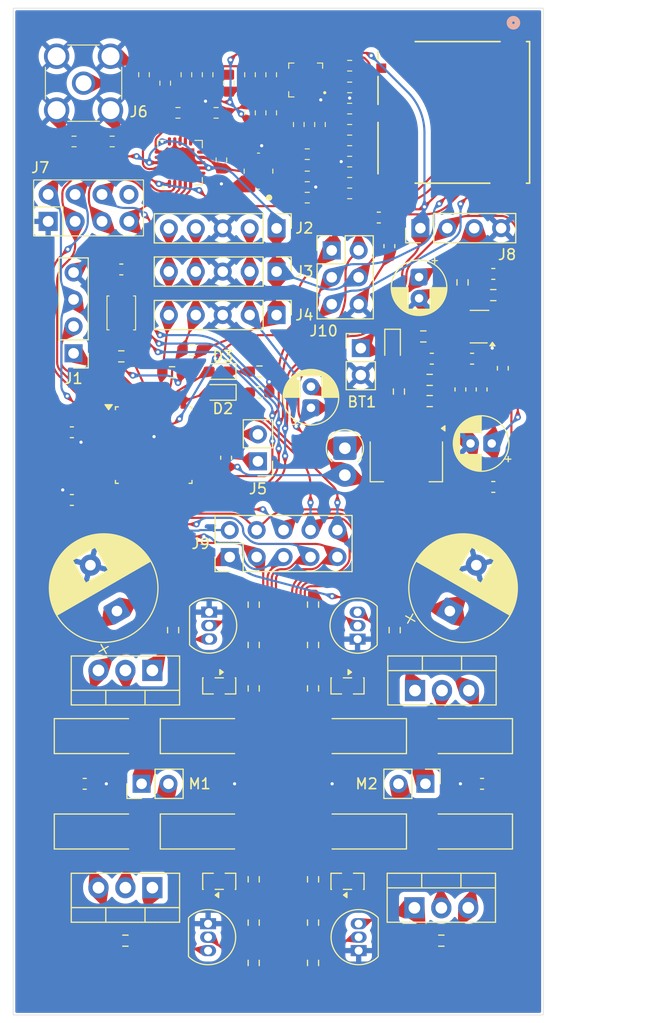
<source format=kicad_pcb>
(kicad_pcb (version 20241229) (generator "pcbnew") (generator_version "9.0")
  (layers (0 "F.Cu" signal) (2 "B.Cu" signal) (13 "F.Paste" user) (15 "B.Paste" user) (5 "F.SilkS" user "F.Silkscreen") (7 "B.SilkS" user "B.Silkscreen") (1 "F.Mask" user) (3 "B.Mask" user) (25 "Edge.Cuts" user))
  (net 0 "")
  (net 1 "GND")
  (net 2 "Net-(C1-Pad2)")
  (net 3 "Net-(U1-XTAL1{slash}PB6)")
  (net 4 "Net-(U1-XTAL2{slash}PB7)")
  (net 5 "Net-(U1-AREF)")
  (net 6 "3V3")
  (net 7 "12V")
  (net 8 "Net-(U4-SW)")
  (net 9 "Net-(U4-BOOT)")
  (net 10 "5V")
  (net 11 "Net-(U4-FB)")
  (net 12 "Net-(U7-DVDD)")
  (net 13 "Net-(U7-XC2)")
  (net 14 "Net-(U7-XC1)")
  (net 15 "Net-(U7-VDD_PA)")
  (net 16 "Net-(U8-TXRX)")
  (net 17 "Net-(C32-Pad1)")
  (net 18 "Net-(U8-ANT)")
  (net 19 "Net-(C38-Pad2)")
  (net 20 "Net-(J6-ANT)")
  (net 21 "Net-(C43-Pad2)")
  (net 22 "Net-(D1-K)")
  (net 23 "Net-(D2-K)")
  (net 24 "D2")
  (net 25 "Net-(D3-K)")
  (net 26 "D3")
  (net 27 "Net-(D4-A)")
  (net 28 "Net-(D6-A)")
  (net 29 "Net-(D8-A)")
  (net 30 "Net-(D10-A)")
  (net 31 "TX")
  (net 32 "RX")
  (net 33 "SCL")
  (net 34 "SDA")
  (net 35 "ADC1")
  (net 36 "ADC0")
  (net 37 "RC_CS")
  (net 38 "RC_EN")
  (net 39 "SCK")
  (net 41 "MISO")
  (net 42 "MOSI")
  (net 43 "M1_PWM_CW")
  (net 44 "M2_PWM_CW")
  (net 45 "M1_EN_CW")
  (net 46 "M1_EN_CCW")
  (net 47 "M2_PWM_CCW")
  (net 48 "M2_EN_CCW")
  (net 49 "M1_PWM_CCW")
  (net 50 "M2_EN_CW")
  (net 51 "SD_CS")
  (net 52 "Net-(U7-ANT2)")
  (net 53 "Net-(U7-ANT1)")
  (net 54 "Net-(Q1-G)")
  (net 55 "Net-(Q2-G)")
  (net 56 "Net-(Q3-G)")
  (net 57 "Net-(Q4-G)")
  (net 58 "Net-(Q5-B)")
  (net 59 "Net-(Q6-B)")
  (net 60 "Net-(Q11-C)")
  (net 61 "Net-(Q8-G)")
  (net 62 "Net-(Q12-C)")
  (net 63 "Net-(Q10-G)")
  (net 64 "Net-(Q11-B)")
  (net 65 "Net-(Q12-B)")
  (net 66 "RST")
  (net 67 "Net-(U4-EN)")
  (net 68 "Net-(U7-IREF)")
  (net 69 "Net-(U8-TXEN)")
  (net 70 "Net-(U8-RXEN)")
  (footprint "Connector_PinHeader_2.54mm:PinHeader_1x04_P2.54mm_Vertical" (layer "F.Cu") (at 162.75597 75.004843 90)
    (property "Reference" "J8")
    (property "Value" "Conn_01x04_Socket" (hide yes))
  )
  (footprint "Capacitor_THT:CP_Radial_D5.0mm_P2.00mm" (layer "F.Cu") (at 162.63597 79.624843 -90)
    (property "Reference" "C19" (hide yes))
    (property "Value" "10uF" (hide yes))
  )
  (footprint "Resistor_SMD:R_0603_1608Metric_Pad0.98x0.95mm_HandSolder" (layer "F.Cu") (at 164.73597 142.23497 180)
    (property "Reference" "R20" (hide yes))
    (property "Value" "4.7K" (hide yes))
  )
  (footprint "Diode_SMD:D_SMA_Handsoldering" (layer "F.Cu") (at 132.73597 131.93497)
    (property "Reference" "D6" (hide yes))
    (property "Value" "SS36" (hide yes))
  )
  (footprint "Package_TO_SOT_SMD:TSOT-23-6_HandSoldering" (layer "F.Cu") (at 168.33597 84.324843 180)
    (property "Reference" "U4" (hide yes))
    (property "Value" "TPS54302" (hide yes))
  )
  (footprint "Diode_SMD:D_SMA_Handsoldering" (layer "F.Cu") (at 142.73597 131.93497)
    (property "Reference" "D7" (hide yes))
    (property "Value" "SS36" (hide yes))
  )
  (footprint "Connector_PinHeader_2.54mm:PinHeader_2x03_P2.54mm_Vertical" (layer "F.Cu") (at 154.39597 77.104843)
    (property "Reference" "J10")
    (property "Value" "Conn_02x03_Odd_Even" (hide yes))
  )
  (footprint "Resistor_SMD:R_0603_1608Metric_Pad0.98x0.95mm_HandSolder" (layer "F.Cu") (at 139.43597 112.93497 90)
    (property "Reference" "R9" (hide yes))
    (property "Value" "4.7K" (hide yes))
  )
  (footprint "Capacitor_SMD:C_0603_1608Metric_Pad1.08x0.95mm_HandSolder" (layer "F.Cu") (at 168.57597 127.43497 180)
    (property "Reference" "C16" (hide yes))
    (property "Value" "100nF" (hide yes))
  )
  (footprint "Package_TO_SOT_SMD:SOT-223-3_TabPin2" (layer "F.Cu") (at 161.43597 97.024843 -90)
    (property "Reference" "U5" (hide yes))
    (property "Value" "AMS1117-3.3" (hide yes))
  )
  (footprint "Resistor_SMD:R_0603_1608Metric_Pad0.98x0.95mm_HandSolder" (layer "F.Cu") (at 141.23597 86.504843 180)
    (property "Reference" "R5" (hide yes))
    (property "Value" "4.7K" (hide yes))
  )
  (footprint "Package_TO_SOT_THT:TO-92_Inline" (layer "F.Cu") (at 156.93597 143.17497 90)
    (property "Reference" "Q12" (hide yes))
    (property "Value" "2N3904" (hide yes))
  )
  (footprint "Resistor_SMD:R_0603_1608Metric_Pad0.98x0.95mm_HandSolder" (layer "F.Cu") (at 147.03597 118.43497 -90)
    (property "Reference" "R10" (hide yes))
    (property "Value" "10K" (hide yes))
  )
  (footprint "common:C_0603" (layer "F.Cu") (at 156.08992 63.727843 180)
    (property "Reference" "C33" (hide yes))
    (property "Value" "1.0pF" (hide yes))
  )
  (footprint "switch:SW_Tactile3x2.5" (layer "F.Cu") (at 134.54847 83.004843 -90)
    (property "Reference" "SW1" (hide yes))
    (property "Value" "SW_Push" (hide yes))
  )
  (footprint "common:C_0603" (layer "F.Cu") (at 146.68992 60.527843 -90)
    (property "Reference" "C37" (hide yes))
    (property "Value" "1.5pF" (hide yes))
  )
  (footprint "air_sens_foots:SD_SLOT" (layer "F.Cu") (at 165.91287 64.084843 -90)
    (property "Reference" "SD1" (hide yes))
    (property "Value" "~" (hide yes))
  )
  (footprint "Package_TO_SOT_SMD:SOT-23" (layer "F.Cu") (at 155.88597 118.19747 -90)
    (property "Reference" "Q8" (hide yes))
    (property "Value" "AO3400A" (hide yes))
  )
  (footprint "Diode_SMD:D_SMA_Handsoldering" (layer "F.Cu") (at 156.93597 122.93497 180)
    (property "Reference" "D9" (hide yes))
    (property "Value" "SS36" (hide yes))
  )
  (footprint "Diode_THT:D_DO-41_SOD81_P2.54mm_Vertical_AnodeUp" (layer "F.Cu") (at 155.63597 95.772661 -90)
    (property "Reference" "D12" (hide yes))
    (property "Value" "1N400x" (hide yes))
  )
  (footprint "Resistor_SMD:R_0603_1608Metric_Pad0.98x0.95mm_HandSolder" (layer "F.Cu") (at 160.73597 90.424843 90)
    (property "Reference" "R31" (hide yes))
    (property "Value" "1" (hide yes))
  )
  (footprint "Package_TO_SOT_THT:TO-92_Inline" (layer "F.Cu") (at 156.83597 113.78497 90)
    (property "Reference" "Q11" (hide yes))
    (property "Value" "2N3904" (hide yes))
  )
  (footprint "Connector_PinHeader_2.54mm:PinHeader_1x02_P2.54mm_Vertical" (layer "F.Cu") (at 163.23597 127.43497 -90)
    (property "Reference" "M2")
    (property "Value" "Motor_DC" (hide yes))
  )
  (footprint "Capacitor_SMD:C_0603_1608Metric_Pad1.08x0.95mm_HandSolder" (layer "F.Cu") (at 159.83597 76.704843 -90)
    (property "Reference" "C6" (hide yes))
    (property "Value" "100nF" (hide yes))
  )
  (footprint "Capacitor_SMD:C_0603_1608Metric_Pad1.08x0.95mm_HandSolder" (layer "F.Cu") (at 131.09847 127.43497)
    (property "Reference" "C14" (hide yes))
    (property "Value" "100nF" (hide yes))
  )
  (footprint "Resistor_SMD:R_0603_1608Metric_Pad0.98x0.95mm_HandSolder" (layer "F.Cu") (at 134.54847 87.104843)
    (property "Reference" "R2" (hide yes))
    (property "Value" "10K" (hide yes))
  )
  (footprint "common:L_0603" (layer "F.Cu") (at 144.68992 61.327843 90)
    (property "Reference" "L9" (hide yes))
    (property "Value" "2.4nH" (hide yes))
  )
  (footprint "common:C_0603" (layer "F.Cu") (at 148.68992 60.527843 -90)
    (property "Reference" "C36" (hide yes))
    (property "Value" "0.3pF" (hide yes))
  )
  (footprint "Resistor_SMD:R_0603_1608Metric_Pad0.98x0.95mm_HandSolder" (layer "F.Cu") (at 163.63597 89.324843)
    (property "Reference" "R29" (hide yes))
    (property "Value" "43.2K" (hide yes))
  )
  (footprint "Resistor_SMD:R_0603_1608Metric_Pad0.98x0.95mm_HandSolder" (layer "F.Cu") (at 152.63597 118.43497 -90)
    (property "Reference" "R18" (hide yes))
    (property "Value" "10K" (hide yes))
  )
  (footprint "Resistor_SMD:R_0603_1608Metric_Pad0.98x0.95mm_HandSolder" (layer "F.Cu") (at 160.33597 112.93497 90)
    (property "Reference" "R17" (hide yes))
    (property "Value" "4.7K" (hide yes))
  )
  (footprint "Capacitor_SMD:C_0603_1608Metric_Pad1.08x0.95mm_HandSolder" (layer "F.Cu") (at 167.63597 87.324843)
    (property "Reference" "C21" (hide yes))
    (property "Value" "100nF" (hide yes))
  )
  (footprint "Resistor_SMD:R_0603_1608Metric_Pad0.98x0.95mm_HandSolder" (layer "F.Cu") (at 169.63597 81.324843)
    (property "Reference" "R23" (hide yes))
    (property "Value" "511K" (hide yes))
  )
  (footprint "Package_TO_SOT_SMD:SOT-23" (layer "F.Cu") (at 143.78597 136.63497 90)
    (property "Reference" "Q4" (hide yes))
    (property "Value" "AO3400A" (hide yes))
  )
  (footprint "common:C_0603" (layer "F.Cu") (at 146.68992 64.127843 90)
    (property "Reference" "C34" (hide yes))
    (property "Value" "220pF" (hide yes))
  )
  (footprint "common:C_0603" (layer "F.Cu") (at 148.68992 64.127843 90)
    (property "Reference" "C35" (hide yes))
    (property "Value" "1uF" (hide yes))
  )
  (footprint "connector:SMA" (layer "F.Cu") (at 130.98992 61.327843 180)
    (property "Reference" "J6")
    (property "Value" "SMA" (hide yes))
  )
  (footprint "Capacitor_SMD:C_0603_1608Metric_Pad1.08x0.95mm_HandSolder" (layer "F.Cu") (at 169.63597 99.424843)
    (property "Reference" "C42" (hide yes))
    (property "Value" "100nF" (hide yes))
  )
  (footprint "Resistor_SMD:R_0603_1608Metric_Pad0.98x0.95mm_HandSolder" (layer "F.Cu") (at 147.03597 110.53497 90)
    (property "Reference" "R7" (hide yes))
    (property "Value" "1K" (hide yes))
  )
  (footprint "Package_TO_SOT_THT:TO-220-3_Vertical" (layer "F.Cu") (at 162.25597 118.63497)
    (property "Reference" "Q7" (hide yes))
    (property "Value" "FQP27P06" (hide yes))
  )
  (footprint "Package_TO_SOT_THT:TO-220-3_Vertical" (layer "F.Cu") (at 162.19597 139.13497)
    (property "Reference" "Q9" (hide yes))
    (property "Value" "FQP27P06" (hide yes))
  )
  (footprint "common:L_0603" (layer "F.Cu") (at 152.08992 68.027843)
    (property "Reference" "L6" (hide yes))
    (property "Value" "8.2nH" (hide yes))
  )
  (footprint "Capacitor_THT:CP_Radial_D5.0mm_P2.00mm" (layer "F.Cu") (at 152.43597 91.959956 90)
    (property "Reference" "C43" (hide yes))
    (property "Value" "22uF" (hide yes))
  )
  (footprint "LED_SMD:LED_0603_1608Metric_Pad1.05x0.95mm_HandSolder" (layer "F.Cu") (at 160.13597 86.204843 -90)
    (property "Reference" "D1" (hide yes))
    (property "Value" "LED" (hide yes))
  )
  (footprint "Resistor_SMD:R_0603_1608Metric_Pad0.98x0.95mm_HandSolder" (layer "F.Cu") (at 147.03597 140.53497 -90)
    (property "Reference" "R13" (hide yes))
    (property "Value" "47" (hide yes))
  )
  (footprint "common:C_0603" (layer "F.Cu") (at 156.08992 67.727843 180)
    (property "Reference" "C31" (hide yes))
    (property "Value" "4.7nF" (hide yes))
  )
  (footprint "air_sens_foots:crys_osc_smd3225_4" (layer "F.Cu") (at 129.90472 97.454843 -90)
    (property "Reference" "Y1" (hide yes))
    (property "Value" "8MHz" (hide yes))
  )
  (footprint "transceiver:NRF24L01_QFN20" (layer "F.Cu") (at 140.08992 68.827843 90)
    (property "Reference" "U7" (hide yes))
    (property "Value" "NRF24L01" (hide yes))
  )
  (footprint "Capacitor_THT:CP_Radial_D10.0mm_P5.00mm" (layer "F.Cu") (at 134.13597 111.13497 120)
    (property "Reference" "C13" (hide yes))
    (property "Value" "470uF" (hide yes))
  )
  (footprint "common:C_0603" (layer "F.Cu") (at 130.08992 66.827843)
    (property "Reference" "C25" (hide yes))
    (property "Value" "10nF" (hide yes))
  )
  (footprint "common:R_0603" (layer "F.Cu") (at 143.98992 68.577843 90)
    (property "Reference" "R32" (hide yes))
    (property "Value" "1M" (hide yes))
  )
  (footprint "Capacitor_SMD:C_0603_1608Metric_Pad1.08x0.95mm_HandSolder" (layer "F.Cu") (at 166.53597 90.224843 90)
    (property "Reference" "C23" (hide yes))
    (property "Value" "22uF" (hide yes))
  )
  (footprint "Resistor_SMD:R_0603_1608Metric_Pad0.98x0.95mm_HandSolder" (layer "F.Cu") (at 152.63597 110.52247 90)
    (property "Reference" "R15" (hide yes))
    (property "Value" "1K" (hide yes))
  )
  (footprint "Capacitor_SMD:C_0603_1608Metric_Pad1.08x0.95mm_HandSolder" (layer "F.Cu") (at 163.83597 87.324843)
    (property "Reference" "C24" (hide yes))
    (property "Value" "75pF" (hide yes))
  )
  (footprint "Capacitor_SMD:C_0603_1608Metric_Pad1.08x0.95mm_HandSolder" (layer "F.Cu") (at 134.54847 78.904843 180)
    (property "Reference" "C1" (hide yes))
    (property "Value" "100nF" (hide yes))
  )
  (footprint "Connector_PinHeader_2.54mm:PinHeader_1x02_P2.54mm_Vertical" (layer "F.Cu") (at 136.46097 127.43497 90)
    (property "Reference" "M1")
    (property "Value" "Motor_DC" (hide yes))
  )
  (footprint "common:L_0603" (layer "F.Cu") (at 151.28992 65.227843 90)
    (property "Reference" "L8" (hide yes))
    (property "Value" "3.9nH" (hide yes))
  )
  (footprint "Diode_SMD:D_SMA_Handsoldering" (layer "F.Cu") (at 156.93597 131.93497 180)
    (property "Reference" "D11" (hide yes))
    (property "Value" "SS36" (hide yes))
  )
  (footprint "common:L_0603" (layer "F.Cu") (at 156.08992 65.727843)
    (property "Reference" "L7" (hide yes))
    (property "Value" "2.7nH" (hide yes))
  )
  (footprint "Capacitor_SMD:C_0603_1608Metric_Pad1.08x0.95mm_HandSolder" (layer "F.Cu") (at 129.88597 100.654843 180)
    (property "Reference" "C3" (hide yes))
    (property "Value" "12pF" (hide yes))
  )
  (footprint "common:C_0603" (layer "F.Cu") (at 152.08992 72.127843 180)
    (property "Reference" "C28" (hide yes))
    (property "Value" "12pF" (hide yes))
  )
  (footprint "common:C_0603" (layer "F.Cu") (at 153.28992 65.227843 90)
    (property "Reference" "C32" (hide yes))
    (property "Value" "1.5pF" (hide yes))
  )
  (footprint "Connector_PinHeader_2.54mm:PinHeader_1x02_P2.54mm_Vertical" (layer "F.Cu") (at 147.43597 97.004843 180)
    (property "Reference" "J5")
    (property "Value" "Conn_01x02_Socket" (hide yes))
  )
  (footprint "Package_QFP:TQFP-32_7x7mm_P0.8mm" (layer "F.Cu") (at 137.60597 95.474843)
    (property "Reference" "U1" (hide yes))
    (property "Value" "ATmega328P-A" (hide yes))
  )
  (footprint "common:C_0603" (layer "F.Cu") (at 140.68992 60.527843 -90)
    (property "Reference" "C39" (hide yes))
    (property "Value" "1.5pF" (hide yes))
  )
  (footprint "Resistor_SMD:R_0603_1608Metric_Pad0.98x0.95mm_HandSolder" (layer "F.Cu") (at 152.63597 136.44747 -90)
    (property "Reference" "R19" (hide yes))
    (property "Value" "10K" (hide yes))
  )
  (footprint "Diode_SMD:D_SMA_Handsoldering" (layer "F.Cu") (at 166.93597 122.93497 180)
    (property "Reference" "D8" (hide yes))
    (property "Value" "SS36" (hide yes))
  )
  (footprint "Diode_SMD:D_SMA_Handsoldering" (layer "F.Cu") (at 166.93597 131.93497 180)
    (property "Reference" "D10" (hide yes))
    (property "Value" "SS36" (hide yes))
  )
  (footprint "common:R_0603" (layer "F.Cu") (at 156.08992 71.727843)
    (property "Reference" "R27" (hide yes))
    (property "Value" "1k" (hide yes))
  )
  (footprint "Capacitor_THT:CP_Radial_D5.0mm_P2.00mm" (layer "F.Cu") (at 169.491082 95.324843 180)
    (property "Reference" "C41" (hide yes))
    (property "Value" "22uF" (hide yes))
  )
  (footprint "Package_TO_SOT_SMD:SOT-23" (layer "F.Cu") (at 143.78597 118.19747 -90)
    (property "Reference" "Q2" (hide yes))
    (property "Value" "AO3400A" (hide yes))
  )
  (footprint "common:L_0603" (layer "F.Cu") (at 138.68992 61.327843 90)
    (property "Reference" "L10" (hide yes))
    (property "Value" "2.4nH" (hide yes))
  )
  (footprint "Resistor_SMD:R_0603_1608Metric_Pad0.98x0.95mm_HandSolder" (layer "F.Cu") (at 152.63597 144.33497 -90)
    (property "Reference" "R22" (hide yes))
    (property "Value" "1K" (hide yes))
  )
  (footprint "Resistor_SMD:R_0603_1608Metric_Pad0.98x0.95mm_HandSolder" (layer "F.Cu") (at 139.33597 88.604843 180)
    (property "Reference" "R6" (hide yes))
    (property "Value" "4.7K" (hide yes))
  )
  (footprint "Inductor_SMD:L_0603_1608Metric_Pad1.05x0.95mm_HandSolder" (layer "F.Cu") (at 170.53597 88.224843 -90)
    (property "Reference" "L1" (hide yes))
    (property "Value" "10uH")
  )
  (footprint "Connector_PinHeader_2.54mm:PinHeader_1x05_P2.54mm_Vertical" (layer "F.Cu") (at 149.19597 83.204843 -90)
    (property "Reference" "J4")
    (property "Value" "Conn_01x05_Socket" (hide yes))
  )
  (footprint "Diode_SMD:D_SMA_Handsoldering" (layer "F.Cu") (at 132.73597 122.93497)
    (property "Reference" "D4" (hide yes))
    (property "Value" "SS36" (hide yes))
  )
  (footprint "Connector_PinHeader_2.54mm:PinHeader_1x04_P2.54mm_Vertical" (layer "F.Cu") (at 130.04847 86.814843 180)
    (property "Reference" "J1")
    (property "Value" "Conn_01x04_Socket" (hide yes))
  )
  (footprint "Capacitor_SMD:C_0603_1608Metric_Pad1.08x0.95mm_HandSolder" (layer "F.Cu") (at 144.43597 96.667343 90)
    (property "Reference" "C4" (hide yes))
    (property "Value" "100nF" (hide yes))
  )
  (footprint "Connector_PinHeader_2.54mm:PinHeader_2x05_P2.54mm_Vertical" (layer "F.Cu") (at 144.77597 106.03497 90)
    (property "Reference" "J9")
    (property "Value" "Conn_02x05_Odd_Even" (hide yes))
  )
  (footprint "common:R_0603" (layer "F.Cu") (at 143.48992 64.127843 180)
    (property "Reference" "R24" (hide yes))
    (property "Value" "22k" (hide yes))
  )
  (footprint "connector:Pin_02x04" (layer "F.Cu") (at 127.64992 74.367843 90)
    (property "Reference" "J7")
    (property "Value" "02x04" (hide yes))
  )
  (footprint "Package_TO_SOT_THT:TO-220-3_Vertical" (layer "F.Cu") (at 137.47597 137.23497 180)
    (property "Reference" "Q3" (hide yes))
    (property "Value" "FQP27P06" (hide yes))
  )
  (footprint "Capacitor_SMD:C_0603_1608Metric_Pad1.08x0.95mm_HandSolder" (layer "F.Cu") (at 168.53597 90.224843 -90)
    (property "Reference" "C22" (hide yes))
    (property "Value" "22uF" (hide yes))
  )
  (footprint "common:C_0603" (layer "F.Cu") (at 136.68992 60.527843 -90)
    (property "Reference" "C40" (hide yes))
    (property "Value" "1.5pF" (hide yes))
  )
  (footprint "Capacitor_SMD:C_0603_1608Metric_Pad1.08x0.95mm_HandSolder" (layer "F.Cu") (at 129.88597 94.264843)
    (property "Reference" "C2" (hide yes))
    (property "Value" "12pF" (hide yes))
  )
  (footprint "Connector_PinHeader_2.54mm:PinHeader_1x02_P2.54mm_Vertical" (layer "F.Cu") (at 157.13597 86.329843)
    (property "Reference" "BT1")
    (property "Value" "Battery 12V" (hide yes))
  )
  (footprint "Capacitor_SMD:C_0603_1608Metric_Pad1.08x0.95mm_HandSolder" (layer "F.Cu") (at 169.63597 79.324843)
    (property "Reference" "C20" (hide yes))
    (property "Value" "100nF" (hide yes))
  )
  (footprint "common:C_0603" (layer "F.Cu") (at 133.68992 66.827843 180)
    (property "Reference" "C26" (hide yes))
    (property "Value" "1nF" (hide yes))
  )
  (footprint "Resistor_SMD:R_0603_1608Metric_Pad0.98x0.95mm_HandSolder" (layer "F.Cu") (at 134.93597 142.23497)
    (property "Reference" "R12" (hide yes))
    (property "Value" "4.7K" (hide yes))
  )
  (footprint "LED_SMD:LED_0603_1608Metric_Pad1.05x0.95mm_HandSolder" (layer "F.Cu") (at 143.70472 88.534843 180)
    (property "Reference" "D3")
    (property "Value" "LED" (hide yes))
  )
  (footprint "Capacitor_THT:CP_Radial_D10.0mm_P5.00mm" (layer "F.Cu") (at 165.53597 111.13497 60)
    (property "Reference" "C15" (hide yes))
    (property "Value" "470uF" (hide yes))
  )
  (footprint "Package_TO_SOT_THT:TO-220-3_Vertical" (layer "F.Cu") (at 137.47597 116.73497 180)
    (property "Reference" "Q1" (hide yes))
    (property "Value" "FQP27P06" (hide yes))
  )
  (footprint "common:Crystal_3225" (layer "F.Cu") (at 147.48992 69.627843 90)
    (property "Reference" "Y3" (hide yes))
    (property "Value" "16MHz" (hide yes))
  )
  (footprint "Package_TO_SOT_THT:TO-92_Inline" (layer "F.Cu") (at 142.73597 140.63497 -90)
    (property "Reference" "Q6" (hide yes))
    (property "Value" "2N3904" (hide yes))
  )
  (footprint "Diode_SMD:D_SMA_Handsoldering" (layer "F.Cu") (at 142.73597 122.93497)
    (property "Reference" "D5" (hide yes))
    (property "Value" "SS36" (hide yes))
  )
  (footprint "common:R_0603" (layer "F.Cu") (at 156.08992 59.677843 180)
    (property "Reference" "R28" (hide yes))
    (property "Value" "20k" (hide yes))
  )
  (footprint "Connector_PinHeader_2.54mm:PinHeader_1x05_P2.54mm_Vertical" (layer "F.Cu") (at 149.19597 79.104843 -90)
    (property "Reference" "J3")
    (property "Value" "Conn_01x05_Socket" (hide yes))
  )
  (footprint "LED_SMD:LED_0603_1608Metric_Pad1.05x0.95mm_HandSolder" (layer "F.Cu") (at 143.71722 90.504843 180)
    (property "Reference" "D2")
    (property "Value" "LED" (hide yes))
  )
  (footprint "Connector_PinHeader_2.54mm:PinHeader_1x05_P2.54mm_Vertical" (layer "F.Cu") (at 149.19597 75.024843 -90)
    (property "Reference" "J2")
    (property "Value" "Conn_01x05_Socket" (hide yes))
  )
  (footprint "Resistor_SMD:R_0603_1608Metric_Pad0.98x0.95mm_HandSolder" (layer "F.Cu") (at 147.03597 136.44747 -90)
    (property "Reference" "R11" (hide yes))
    (property "Value" "10K" (hide yes))
  )
  (footprint "common:C_0603" (layer "F.Cu") (at 139.88992 64.127843)
    (property "Reference" "C27" (hide yes))
    (property "Value" "33nF" (hide yes))
  )
  (footprint "Resistor_SMD:R_0603_1608Metric_Pad0.98x0.95mm_HandSolder" (layer "F.Cu") (at 147.03597 114.33497 90)
    (property "Reference" "R8" (hide yes))
    (property "Value" "47" (hide yes))
  )
  (footprint "Resistor_SMD:R_0603_1608Metric_Pad0.98x0.95mm_HandSolder" (layer "F.Cu") (at 166.73597 80.124843 -90)
    (property "Reference" "R25" (hide yes))
    (property "Value" "105K" (hide yes))
  )
  (footprint "Resistor_SMD:R_0603_1608Metric_Pad0.98x0.95mm_HandSolder" (layer "F.Cu") (at 147.59222 90.504843)
    (property "Reference" "R3" (hide yes))
    (property "Value" "330" (hide yes))
  )
  (footprint "common:R_0603" (layer "F.Cu") (at 156.08992 61.727843 180)
    (property "Reference" "R26" (hide yes))
    (property "Value" "1k" (hide yes))
  )
  (footprint "common:C_0603" (layer "F.Cu") (at 156.08992 69.727843 180)
    (property "Reference" "C30" (hide yes))
    (property "Value" "2.2nF" (hide yes))
  )
  (footprint "Resistor_SMD:R_0603_1608Metric_Pad0.98x0.95mm_HandSolder" (layer "F.Cu") (at 147.57972 88.534843)
    (property "Reference" "R4" (hide yes))
    (property "Value" "330" (hide yes))
  )
  (footprint "transceiver:RFX2401C_QFN16" (layer "F.Cu") (at 151.93992 61.027843 180)
    (property "Reference" "U8" (hide yes))
    (property "Value" "RFX2401C" (hide yes))
  )
  (footprint "Resistor_SMD:R_0603_1608Metric_Pad0.98x0.95mm_HandSolder" (layer "F.Cu") (at 147.03597 144.33497 -90)
    (property "Reference" "R14" (hide yes))
    (property "Value" "1K" (hide yes))
  )
  (footprint "Resistor_SMD:R_0603_1608Metric_Pad0.98x0.95mm_HandSolder" (layer "F.Cu") (at 163.63597 91.324843 180)
    (property "Reference" "R30" (hide yes))
    (property "Value" "5.76K" (hide yes))
  )
  (footprint "Package_TO_SOT_SMD:SOT-23" (layer "F.Cu") (at 155.88597 136.63497 90)
    (property "Reference" "Q10" (hide yes))
    (property "Value" "AO3400A" (hide yes))
  )
  (footprint "common:C_0603" (layer "F.Cu") (at 152.08992 70.127843 180)
    (property "Reference" "C29" (hide yes))
    (property "Value" "12pF" (hide yes))
  )
  (footprint "Capacitor_SMD:C_0603_1608Metric_Pad1.08x0.95mm_HandSolder" (layer "F.Cu") (at 158.83597 74.004843)
    (property "Reference" "C5" (hide yes))
    (property "Value" "10uF" (hide yes))
  )
  (footprint "Resistor_SMD:R_0603_1608Metric_Pad0.98x0.95mm_HandSolder" (layer "F.Cu") (at 152.63597 114.33497 90)
    (property "Reference" "R16" (hide yes))
    (property "Value" "47" (hide yes))
  )
  (footprint "Package_TO_SOT_THT:TO-92_Inline" (layer "F.Cu") (at 142.83597 111.23497 -90)
    (property "Reference" "Q5" (hide yes))
    (property "Value" "2N3904" (hide yes))
  )
  (footprint "Resistor_SMD:R_0603_1608Metric_Pad0.98x0.95mm_HandSolder" (layer "F.Cu") (at 163.03597 85.224843)
    (property "Reference" "R1" (hide yes))
    (property "Value" "680" (hide yes))
  )
  (footprint "Resistor_SMD:R_0603_1608Metric_Pad0.98x0.95mm_HandSolder" (layer "F.Cu") (at 152.63597 140.53497 -90)
    (property "Reference" "R21" (hide yes))
    (property "Value" "47" (hide yes))
  )
  (footprint "common:C_0603" (layer "F.Cu") (at 142.68992 60.527843 -90)
    (property "Reference" "C38" (hide yes))
    (property "Value" "1.5pF" (hide yes))
  )
  (gr_poly (pts (xy 154.73597 137.63497) (xy 152.73597 139.43497) (xy 152.73597 137.43497)) (stroke (width 0.2)) (fill yes) (layer "F.Cu") (net 63))
  (gr_poly (pts (xy 161.13597 128.13497) (xy 160.53597 128.23497) (xy 159.53597 131.83497) (xy 164.23597 131.83497)) (stroke (width 0.2)) (fill yes) (layer "F.Cu") (net 30))
  (gr_poly (pts (xy 154.03597 116.03497) (xy 152.73597 117.33497) (xy 152.73597 115.43497)) (stroke (width 0.2)) (fill yes) (layer "F.Cu") (net 61))
  (gr_poly (pts (xy 162.73597 126.73497) (xy 163.33597 126.63497) (xy 164.33597 123.03497) (xy 159.63597 123.03497)) (stroke (width 0.2)) (fill yes) (layer "F.Cu") (net 29))
  (gr_poly (pts (xy 134.53597 95.504843) (xy 134.73597 95.904843) (xy 134.33597 96.504843) (xy 137.9 96.5)) (stroke (width 0.2)) (fill yes) (layer "F.Cu") (net 6))
  (gr_poly (pts (xy 138.53597 128.13497) (xy 139.13597 128.23497) (xy 140.13597 131.83497) (xy 135.43597 131.83497)) (stroke (width 0.2)) (fill yes) (layer "F.Cu") (net 28))
  (gr_poly (pts (xy 146.93597 119.43497) (xy 145.33597 122.43497) (xy 145.33597 119.43497)) (stroke (width 0.2)) (fill yes) (layer "F.Cu") (net 1))
  (gr_poly (pts (xy 144.83597 137.23497) (xy 146.73597 135.33497) (xy 145.33597 132.23497)) (stroke (width 0.2)) (fill yes) (layer "F.Cu") (net 1))
  (gr_poly (pts (xy 136.93597 126.73497) (xy 136.33597 126.63497) (xy 135.33597 123.03497) (xy 140.03597 123.03497)) (stroke (width 0.2)) (fill yes) (layer "F.Cu") (net 27))
  (gr_poly (pts (xy 164.5 78.5) (xy 167 76) (xy 168 75.83851) (xy 168.955792 76.266086) (xy 170.1 77.4) (xy 170.4 78.1) (xy 170.398481 78.7) (xy 170.2 78.7) (xy 169.1 78.3) (xy 165.4 78.3) (xy 164.5 78.534891)) (stroke (width 0.2)) (fill yes) (layer "F.Cu") (net 7))
  (gr_poly (pts (xy 152.73597 119.33497) (xy 154.33597 122.53497) (xy 154.83597 117.43497)) (stroke (width 0.2)) (fill yes) (layer "F.Cu") (net 1))
  (gr_rect (start 124.35 54.25) (end 174.35 149.25) (stroke (width 0.05)) (fill no) (layer "Edge.Cuts"))
  (segment (start 166.698263 79.23453) (end 162.63597 81.624843) (width 0.2) (layer "F.Cu") (net 1))
  (segment (start 159.544134 78.032015) (end 156.93597 82.184843) (width 0.2) (layer "F.Cu") (net 1))
  (segment (start 151.18992 59.940343) (end 151.18992 59.602843) (width 0.2) (layer "F.Cu") (net 1))
  (segment (start 144.28992 64.127843) (end 143.437407 63.27533) (width 0.2) (layer "F.Cu") (net 1))
  (segment (start 152.63597 135.53497) (end 154.43597 131.93497) (width 0.2) (layer "F.Cu") (net 1))
  (segment (start 167.491082 95.352399) (end 167.491082 95.379955) (width 0.2) (layer "F.Cu") (net 1))
  (segment (start 130.74847 95.204843) (end 130.74847 96.344173) (width 0.2) (layer "F.Cu") (net 1))
  (segment (start 129.02347 99.704843) (end 129.02347 98.60819) (width 0.2) (layer "F.Cu") (net 1))
  (segment (start 156.48992 60.077843) (end 156.88992 59.677843) (width 0.2) (layer "F.Cu") (net 1))
  (segment (start 148.49847 88.541093) (end 148.49222 88.534843) (width 0.2) (layer "F.Cu") (net 1))
  (segment (start 148.68992 59.727843) (end 146.68992 59.727843) (width 0.2) (layer "F.Cu") (net 1))
  (segment (start 152.18992 61.454619) (end 152.18992 62.452843) (width 0.2) (layer "F.Cu") (net 1))
  (segment (start 148.50472 89.504843) (end 148.50472 88.556181) (width 0.2) (layer "F.Cu") (net 1))
  (segment (start 132.40497 95.361002) (end 132.40497 94.931012) (width 0.2) (layer "F.Cu") (net 1))
  (segment (start 139.839919 69.077842) (end 139.443473 69.474289) (width 0.2) (layer "F.Cu") (net 1))
  (segment (start 137.63597 94.677726) (end 133.722904 94.301695) (width 0.2) (layer "F.Cu") (net 1))
  (segment (start 163.112753 73.704843) (end 160.210602 73.704843) (width 0.2) (layer "F.Cu") (net 1))
  (segment (start 137.63597 94.677726) (end 141.76847 95.074843) (width 0.2) (layer "F.Cu") (net 1))
  (segment (start 166.53597 91.087343) (end 164.54847 91.324843) (width 0.2) (layer "F.Cu") (net 1))
  (segment (start 142.68992 59.727843) (end 146.68992 59.727843) (width 0.2) (layer "F.Cu") (net 1))
  (segment (start 146.68992 63.327843) (end 144.28992 64.127843) (width 0.2) (layer "F.Cu") (net 1))
  (segment (start 140.443473 68.827843) (end 142.08992 68.827843) (width 0.2) (layer "F.Cu") (net 1))
  (segment (start 167.485023 95.297961) (end 166.53597 91.087343) (width 0.2) (layer "F.Cu") (net 1))
  (segment (start 134.086255 78.128843) (end 131.868245 78.128843) (width 0.2) (layer "F.Cu") (net 1))
  (segment (start 166.53597 127.43497) (end 167.71347 127.43497) (width 0.2) (layer "F.Cu") (net 1))
  (segment (start 156.60472 137.57247) (end 156.83597 137.57247) (width 0.2) (layer "F.Cu") (net 1))
  (segment (start 152.63597 119.34747) (end 154.93597 117.25997) (width 0.2) (layer "F.Cu") (net 1))
  (segment (start 129.28992 66.827843) (end 128.44992 63.867843) (width 0.2) (layer "F.Cu") (net 1))
  (segment (start 147.03597 119.34747) (end 145.591102 119.34747) (width 0.2) (layer "F.Cu") (net 1))
  (segment (start 154.43597 127.43497) (end 154.43597 122.93497) (width 0.2) (layer "F.Cu") (net 1))
  (segment (start 160.61197 75.564285) (end 160.61197 76.242628) (width 0.2) (layer "F.Cu") (net 1))
  (segment (start 134.48992 66.827843) (end 133.52992 63.867843) (width 0.2) (layer "F.Cu") (net 1))
  (segment (start 145.23597 131.93497) (end 144.73597 137.57247) (width 0.2) (layer "F.Cu") (net 1))
  (segment (start 132.91881 95.874843) (end 133.44347 95.874843) (width 0.2) (layer "F.Cu") (net 1))
  (segment (start 143.98992 70.827843) (end 146.48992 70.827843) (width 0.2) (layer "F.Cu") (net 1))
  (segment (start 155.28992 68.727843) (end 155.28992 67.727843) (width 0.2) (layer "F.Cu") (net 1))
  (segment (start 136.68992 59.727843) (end 133.52992 58.787843) (width 0.2) (layer "F.Cu") (net 1))
  (segment (start 152.63597 119.34747) (end 154.43597 122.93497) (width 0.2) (layer "F.Cu") (net 1))
  (segment (start 160.15522 74.461593) (end 159.84847 74.154843) (width 0.2) (layer "F.Cu") (net 1))
  (segment (start 151.513143 61.277843) (end 150.51492 61.277843) (width 0.2) (layer "F.Cu") (net 1))
  (segment (start 156.16063 62.998553) (end 156.88992 63.727843) (width 0.2) (layer "F.Cu") (net 1))
  (segment (start 145.23597 122.93497) (end 145.23597 119.286538) (width 0.2) (layer "F.Cu") (net 1))
  (segment (start 152.366696 61.277843) (end 153.36492 61.277843) (width 0.2) (layer "F.Cu") (net 1))
  (segment (start 148.68992 59.727843) (end 150.51492 60.277843) (width 0.2) (layer "F.Cu") (net 1))
  (segment (start 167.465375 95.314916) (end 163.73597 93.874843) (width 0.2) (layer "F.Cu") (net 1))
  (segment (start 145.23597 131.93497) (end 146.977273 135.417576) (width 0.2) (layer "F.Cu") (net 1))
  (segment (start 129.039095 98.570468) (end 129.05472 98.554843) (width 0.2) (layer "F.Cu") (net 1))
  (segment (start 145.23597 131.93497) (end 145.23597 127.43497) (width 0.2) (layer "F.Cu") (net 1))
  (segment (start 141.418168 70.156091) (end 140.33992 69.077843) (width 0.2) (layer "F.Cu") (net 1))
  (segment (start 152.366696 60.777843) (end 153.36492 60.777843) (width 0.2) (layer "F.Cu") (net 1))
  (segment (start 166.53597 91.087343) (end 168.53597 91.087343) (width 0.2) (layer "F.Cu") (net 1))
  (segment (start 135.02297 78.516843) (end 135.41097 78.904843) (width 0.2) (layer "F.Cu") (net 1))
  (segment (start 152.06492 61.152843) (end 152.451271 61.539194) (width 0.2) (layer "F.Cu") (net 1))
  (segment (start 155.28992 68.727843) (end 155.28992 69.727843) (width 0.2) (layer "F.Cu") (net 1))
  (segment (start 156.08992 62.827843) (end 156.08992 62.727843) (width 0.2) (layer "F.Cu") (net 1))
  (segment (start 153.36492 62.902843) (end 153.36492 61.777843) (width 0.2) (layer "F.Cu") (net 1))
  (segment (start 144.73597 137.57247) (end 146.680662 135.627777) (width 0.2) (layer "F.Cu") (net 1))
  (segment (start 147.78992 67.227843) (end 148.48992 68.427843) (width 0.2) (layer "F.Cu") (net 1))
  (segment (start 151.428568 60.516491) (end 151.81492 60.902843) (width 0.2) (layer "F.Cu") (net 1))
  (segment (start 141.542432 63.27533) (end 140.68992 64.127843) (width 0.2) (layer "F.Cu") (net 1))
  (segment (start 143.03992 70.827843) (end 143.98992 70.827843) (width 0.2) (layer "F.Cu") (net 1))
  (segment (start 145.23597 122.93497) (end 147.03597 119.34747) (width 0.2) (layer "F.Cu") (net 1))
  (segment (start 143.096236 117.25997) (end 142.83597 117.25997) (width 0.2) (layer "F.Cu") (net 1))
  (segment (start 152.88992 71.127843) (end 152.88992 70.127843) (width 0.2) (layer "F.Cu") (net 1))
  (segment (start 154.43597 127.43497) (end 154.43597 131.93497) (width 0.2) (layer "F.Cu") (net 1))
  (segment (start 152.88992 71.127843) (end 152.88992 72.127843) (width 0.2) (layer "F.Cu") (net 1))
  (segment (start 152.63597 135.53497) (end 153.48597 135.53497) (width 0.2) (layer "F.Cu") (net 1))
  (segment (start 145.23597 122.93497) (end 145.23597 127.43497) (width 0.2) (layer "F.Cu") (net 1))
  (segment (start 142.68992 59.727843) (end 140.68992 59.727843) (width 0.2) (layer "F.Cu") (net 1))
  (segment (start 156.08992 62.727843) (end 156.08992 61.043528) (width 0.2) (layer "F.Cu") (net 1))
  (segment (start 145.131954 119.035422) (end 143.540537 117.444005) (width 0.2) (layer "F.Cu") (net 1))
  (segment (start 166.779653 79.214754) (end 168.77347 79.324843) (width 0.2) (layer "F.Cu") (net 1))
  (segment (start 130.58147 78.661843) (end 130.04847 79.194843) (width 0.2) (layer "F.Cu") (net 1))
  (segment (start 150.85242 60.277843) (end 150.51492 60.277843) (width 0.2) (layer "F.Cu") (net 1))
  (segment (start 132.531629 94.625235) (end 132.683525 94.473343) (width 0.2) (layer "F.Cu") (net 1))
  (segment (start 151.68992 60.601066) (end 151.68992 59.602843) (width 0.2) (layer "F.Cu") (net 1))
  (segment (start 150.51492 61.777843) (end 148.68992 63.327843) (width 0.2) (layer "F.Cu") (net 1))
  (segment (start 145.131954 119.035422) (end 145.339986 119.243454) (width 0.2) (layer "F.Cu") (net 1))
  (segment (start 169.53597 86.324843) (end 170.04597 85.274843) (width 0.2) (layer "F.Cu") (net 1))
  (segment (start 142.13992 63.027843) (end 142.48992 63.027843) (width 0.2) (layer "F.Cu") (net 1))
  (segment (start 139.236366 68.327843) (end 138.08992 68.327843) (width 0.2) (layer "F.Cu") (net 1))
  (segment (start 130.74847 95.204843) (end 130.74847 94.264843) (width 0.2) (layer "F.Cu") (net 1))
  (segment (start 138.58992 69.827843) (end 138.08992 69.827843) (width 0.2) (layer "F.Cu") (net 1))
  (segment (start 154.93597 117.25997) (end 154.43597 122.93497) (width 0.2) (layer "F.Cu") (net 1))
  (segment (start 150.51492 61.777843) (end 150.85242 61.777843) (width 0.2) (layer "F.Cu") (net 1))
  (segment (start 133.13597 127.43497) (end 131.96097 127.43497) (width 0.2) (layer "F.Cu") (net 1))
  (segment (start 136.68992 59.727843) (end 140.68992 59.727843) (width 0.2) (layer "F.Cu") (net 1))
  (segment (start 148.50472 89.504843) (end 148.50472 90.504843) (width 0.2) (layer "F.Cu") (net 1))
  (segment (start 171.285969 67.204844) (end 171.53597 67.204844) (width 0.2) (layer "F.Cu") (net 1))
  (segment (start 154.93701 136.13601) (end 156.209951 137.408951) (width 0.2) (layer "F.Cu") (net 1))
  (segment (start 163.73597 93.874843) (end 160.73597 91.337343) (width 0.2) (layer "F.Cu") (net 1))
  (segment (start 129.02347 99.704843) (end 129.02347 100.654843) (width 0.2) (layer "F.Cu") (net 1))
  (segment (start 139.58992 67.974289) (end 139.58992 66.827843) (width 0.2) (layer "F.Cu") (net 1))
  (segment (start 146.68992 63.327843) (end 148.68992 63.327843) (width 0.2) (layer "F.Cu") (net 1))
  (segment (start 166.73597 79.168593) (end 166.73597 79.124843) (width 0.2) (layer "F.Cu") (net 1))
  (segment (start 167.499307 95.351142) (end 168.77347 99.424843) (width 0.2) (layer "F.Cu") (net 1))
  (segment (start 165.542334 72.698478) (end 170.859191 67.381621) (width 0.2) (layer "F.Cu") (net 1))
  (segment (start 142.83992 63.027843) (end 142.48992 63.027843) (width 0.2) (layer "F.Cu") (net 1))
  (segment (start 151.814919 61.152842) (end 151.428568 61.539194) (width 0.2) (layer "F.Cu") (net 1))
  (segment (start 162.63597 81.624843) (end 163.94847 85.224843) (width 0.2) (layer "F.Cu") (net 1))
  (segment (start 153.36492 61.777843) (end 153.02742 61.777843) (width 0.2) (layer "F.Cu") (net 1))
  (segment (start 130.751595 96.351718) (end 130.75472 96.354843) (width 0.2) (layer "F.Cu") (net 1))
  (via (at 148.50472 89.504843) (size 0.6) (drill 0.3) (layers "F.Cu" "B.Cu") (net 1))
  (via (at 143.98992 70.827843) (size 0.6) (drill 0.3) (layers "F.Cu" "B.Cu") (net 1))
  (via (at 130.74847 95.204843) (size 0.6) (drill 0.3) (layers "F.Cu" "B.Cu") (net 1))
  (via (at 156.08992 62.727843) (size 0.6) (drill 0.3) (layers "F.Cu" "B.Cu") (net 1))
  (via (at 153.36492 62.902843) (size 0.6) (drill 0.3) (layers "F.Cu" "B.Cu") (net 1))
  (via (at 145.23597 127.43497) (size 0.6) (drill 0.3) (layers "F.Cu" "B.Cu") (net 1))
  (via (at 137.63597 94.677726) (size 0.6) (drill 0.3) (layers "F.Cu" "B.Cu") (net 1))
  (via (at 169.53597 86.324843) (size 0.6) (drill 0.3) (layers "F.Cu" "B.Cu") (net 1))
  (via (at 152.88992 71.127843) (size 0.6) (drill 0.3) (layers "F.Cu" "B.Cu") (net 1))
  (via (at 142.48992 63.027843) (size 0.6) (drill 0.3) (layers "F.Cu" "B.Cu") (net 1))
  (via (at 129.02347 99.704843) (size 0.6) (drill 0.3) (layers "F.Cu" "B.Cu") (net 1))
  (via (at 166.53597 127.43497) (size 0.6) (drill 0.3) (layers "F.Cu" "B.Cu") (net 1))
  (via (at 154.43597 127.43497) (size 0.6) (drill 0.3) (layers "F.Cu" "B.Cu") (net 1))
  (via (at 155.28992 68.727843) (size 0.6) (drill 0.3) (layers "F.Cu" "B.Cu") (net 1))
  (via (at 133.13597 127.43497) (size 0.6) (drill 0.3) (layers "F.Cu" "B.Cu") (net 1))
  (via (at 147.78992 67.227843) (size 0.6) (drill 0.3) (layers "F.Cu" "B.Cu") (net 1))
  (arc (start 132.40497 95.361002) (mid 132.444083 95.55764) (end 132.55547 95.724342) (width 0.2) (layer "F.Cu") (net 1))
  (arc (start 151.814919 61.152842) (mid 151.866696 61.027842) (end 151.81492 60.902843) (width 0.2) (layer "F.Cu") (net 1))
  (arc (start 130.74847 96.344173) (mid 130.749282 96.348256) (end 130.751595 96.351718) (width 0.2) (layer "F.Cu") (net 1))
  (arc (start 166.73597 79.168593) (mid 166.748621 79.200369) (end 166.779653 79.214754) (width 0.2) (layer "F.Cu") (net 1))
  (arc (start 139.443473 69.474289) (mid 139.051859 69.735957) (end 138.58992 69.827843) (width 0.2) (layer "F.Cu") (net 1))
  (arc (start 160.210602 73.704843) (mid 160.014617 73.743826) (end 159.84847 73.854843) (width 0.2) (layer "F.Cu") (net 1))
  (arc (start 132.531629 94.625235) (mid 132.437888 94.765526) (end 132.40497 94.931012) (width 0.2) (layer "F.Cu") (net 1))
  (arc (start 139.83992 68.577843) (mid 139.563007 68.392815) (end 139.236366 68.327843) (width 0.2) (layer "F.Cu") (net 1))
  (arc (start 167.491082 95.352399) (mid 167.484037 95.329673) (end 167.465375 95.314916) (width 0.2) (layer "F.Cu") (net 1))
  (arc (start 160.15522 74.461593) (mid 160.493264 74.967512) (end 160.61197 75.564285) (width 0.2) (layer "F.Cu") (net 1))
  (arc (start 150.85242 60.277843) (mid 151.091068 60.178991) (end 151.18992 59.940343) (width 0.2) (layer "F.Cu") (net 1))
  (arc (start 166.779653 79.214754) (mid 166.737496 79.218626) (end 166.698263 79.23453) (width 0.2) (layer "F.Cu") (net 1))
  (arc (start 145.339986 119.243454) (mid 145.273583 119.230245) (end 145.23597 119.286538) (width 0.2) (layer "F.Cu") (net 1))
  (arc (start 151.428568 61.539194) (mid 151.164229 61.71582) (end 150.85242 61.777843) (width 0.2) (layer "F.Cu") (net 1))
  (arc (start 141.418168 70.156091) (mid 142.162234 70.65326) (end 143.03992 70.827843) (width 0.2) (layer "F.Cu") (net 1))
  (arc (start 152.06492 61.152843) (mid 151.93992 61.101066) (end 151.81492 61.152843) (width 0.2) (layer "F.Cu") (net 1))
  (arc (start 151.18992 59.940343) (mid 151.251942 60.252152) (end 151.428568 60.516491) (width 0.2) (layer "F.Cu") (net 1))
  (arc (start 160.22397 77.179343) (mid 159.860086 77.586571) (end 159.544134 78.032015) (width 0.2) (layer "F.Cu") (net 1))
  (arc (start 166.698263 79.23453) (mid 166.725877 79.206571) (end 166.73597 79.168593) (width 0.2) (layer "F.Cu") (net 1))
  (arc (start 151.81492 60.902843) (mid 151.93992 60.954619) (end 152.06492 60.902843) (width 0.2) (layer "F.Cu") (net 1))
  (arc (start 151.68992 60.601066) (mid 151.722406 60.764386) (end 151.81492 60.902843) (width 0.2) (layer "F.Cu") (net 1))
  (arc (start 145.339986 119.243454) (mid 145.455199 119.320437) (end 145.591102 119.34747) (width 0.2) (layer "F.Cu") (net 1))
  (arc (start 160.61197 76.242628) (mid 160.511132 76.749574) (end 160.22397 77.179343) (width 0.2) (layer "F.Cu") (net 1))
  (arc (start 167.499307 95.351142) (mid 167.494655 95.348238) (end 167.491082 95.352399) (width 0.2) (layer "F.Cu") (net 1))
  (arc (start 145.23597 119.286538) (mid 145.208937 119.150635) (end 145.131954 119.035422) (width 0.2) (layer "F.Cu") (net 1))
  (arc (start 154.93701 136.13601) (mid 154.271267 135.691175) (end 153.48597 135.53497) (width 0.2) (layer "F.Cu") (net 1))
  (arc (start 159.84847 73.854843) (mid 159.786337 74.004843) (end 159.84847 74.154843) (width 0.2) (layer "F.Cu") (net 1))
  (arc (start 146.90472 135.53497) (mid 146.78346 135.559089) (end 146.680662 135.627777) (width 0.2) (layer "F.Cu") (net 1))
  (arc (start 132.55547 95.724342) (mid 132.722172 95.835729) (end 132.91881 95.874843) (width 0.2) (layer "F.Cu") (net 1))
  (arc (start 152.451271 61.539194) (mid 152.71561 61.71582) (end 153.02742 61.777843) (width 0.2) (layer "F.Cu") (net 1))
  (arc (start 151.81492 61.152843) (mid 151.676463 61.245356) (end 151.513143 61.277843) (width 0.2) (layer "F.Cu") (net 1))
  (arc (start 152.366696 60.777843) (mid 152.203376 60.810329) (end 152.06492 60.902843) (width 0.2) (layer "F.Cu") (net 1))
  (arc (start 143.540537 117.444005) (mid 143.33669 117.307799) (end 143.096236 117.25997) (width 0.2) (layer "F.Cu") (net 1))
  (arc (start 167.465375 95.314916) (mid 167.480283 95.31233) (end 167.485023 95.297961) (width 0.2) (layer "F.Cu") (net 1))
  (arc (start 146.977273 135.417576) (mid 146.973722 135.496498) (end 146.90472 135.53497) (width 0.2) (layer "F.Cu") (net 1))
  (arc (start 156.48992 60.077843) (mid 156.193876 60.520903) (end 156.08992 61.043528) (width 0.2) (layer "F.Cu") (net 1))
  (arc (start 165.542334 72.698478) (mid 164.427633 73.443298) (end 163.112753 73.704843) (width 0.2) (layer "F.Cu") (net 1))
  (arc (start 139.236366 68.327843) (mid 139.486366 68.224289) (end 139.58992 67.974289) (width 0.2) (layer "F.Cu") (net 1))
  (arc (start 131.868245 78.128843) (mid 131.171847 78.267365) (end 130.58147 78.661843) (width 0.2) (layer "F.Cu") (net 1))
  (arc (start 152.06492 61.152843) (mid 152.203376 61.245356) (end 152.366696 61.277843) (width 0.2) (layer "F.Cu") (net 1))
  (arc (start 143.437407 63.27533) (mid 143.163277 63.092162) (end 142.83992 63.027843) (width 0.2) (layer "F.Cu") (net 1))
  (arc (start 133.162748 94.274843) (mid 132.903394 94.326431) (end 132.683525 94.473343) (width 0.2) (layer "F.Cu") (net 1))
  (arc (start 156.209951 137.408951) (mid 156.391072 137.529972) (end 156.60472 137.57247) (width 0.2) (layer "F.Cu") (net 1))
  (arc (start 148.49847 88.541093) (mid 148.503095 88.548015) (end 148.50472 88.556181) (width 0.2) (layer "F.Cu") (net 1))
  (arc (start 152.06492 61.152843) (mid 152.06492 61.152843) (end 152.06492 61.152843) (width 0.2) (layer "F.Cu") (net 1))
  (arc (start 156.08992 62.827843) (mid 156.108296 62.92023) (end 156.16063 62.998553) (width 0.2) (layer "F.Cu") (net 1))
  (arc (start 152.18992 61.454619) (mid 152.157433 61.291299) (end 152.06492 61.152843) (width 0.2) (layer "F.Cu") (net 1))
  (arc (start 142.13992 63.027843) (mid 141.816562 63.092162) (end 141.542432 63.27533) (width 0.2) (layer "F.Cu") (net 1))
  (arc (start 151.428568 60.516491) (mid 151.164229 60.339865) (end 150.85242 60.277843) (width 0.2) (layer "F.Cu") (net 1))
  (arc (start 139.58992 67.974289) (mid 139.654892 68.30093) (end 139.83992 68.577843) (width 0.2) (layer "F.Cu") (net 1))
  (arc (start 140.443473 68.827843) (mid 140.308174 68.918246) (end 140.33992 69.077843) (width 0.2) (layer "F.Cu") (net 1))
  (arc (start 139.83992 68.577843) (mid 140.116832 68.76287) (end 140.443473 68.827843) (width 0.2) (layer "F.Cu") (net 1))
  (arc (start 139.839919 69.077842) (mid 139.943473 68.827842) (end 139.83992 68.577843) (width 0.2) (layer "F.Cu") (net 1))
  (arc (start 151.81492 61.152843) (mid 151.814919 61.152842) (end 151.814919 61.152842) (width 0.2) (layer "F.Cu") (net 1))
  (arc (start 140.33992 69.077843) (mid 140.089919 68.974289) (end 139.839919 69.077842) (width 0.2) (layer "F.Cu") (net 1))
  (arc (start 151.81492 60.902843) (mid 151.81492 60.902843) (end 151.81492 60.902843) (width 0.2) (layer "F.Cu") (net 1))
  (arc (start 133.722904 94.301695) (mid 133.443147 94.281559) (end 133.162748 94.274843) (width 0.2) (layer "F.Cu") (net 1))
  (arc (start 167.485023 95.297961) (mid 167.491623 95.324697) (end 167.499307 95.351142) (width 0.2) (layer "F.Cu") (net 1))
  (arc (start 135.02297 78.516843) (mid 134.593201 78.22968) (end 134.086255 78.128843) (width 0.2) (layer "F.Cu") (net 1))
  (arc (start 152.366696 61.277843) (mid 152.241696 61.329619) (end 152.18992 61.454619) (width 0.2) (layer "F.Cu") (net 1))
  (arc (start 152.06492 60.902843) (mid 152.013143 61.027843) (end 152.06492 61.152843) (width 0.2) (layer "F.Cu") (net 1))
  (arc (start 171.285969 67.204844) (mid 171.054998 67.250786) (end 170.859191 67.381621) (width 0.2) (layer "F.Cu") (net 1))
  (arc (start 129.039095 98.570468) (mid 129.02753 98.587775) (end 129.02347 98.60819) (width 0.2) (layer "F.Cu") (net 1))
  (segment (start 141.84097 103.55) (end 139.85 103.55) (width 0.2) (layer "B.Cu") (net 1))
  (segment (start 141.973825 103.49497) (end 144.77597 103.49497) (width 0.2) (layer "B.Cu") (net 1))
  (arc (start 141.907398 103.522485) (mid 141.87692 103.542849) (end 141.84097 103.55) (width 0.2) (layer "B.Cu") (net 1))
  (arc (start 141.973825 103.49497) (mid 141.937874 103.50212) (end 141.907398 103.522485) (width 0.2) (layer "B.Cu") (net 1))
  (segment (start 134.54847 81.154843) (end 133.68597 78.904843) (width 0.2) (layer "F.Cu") (net 2))
  (segment (start 129.039095 96.339218) (end 129.070345 96.370468) (width 0.2) (layer "F.Cu") (net 3))
  (segment (start 129.02347 96.301495) (end 129.02347 94.264843) (width 0.2) (layer "F.Cu") (net 3))
  (segment (start 130.788248 97.474843) (end 133.44347 97.474843) (width 0.2) (layer "F.Cu") (net 3))
  (segment (start 129.74089 97.041013) (end 129.070345 96.370468) (width 0.2) (layer "F.Cu") (net 3))
  (arc (start 129.02347 96.301495) (mid 129.02753 96.32191) (end 129.039095 96.339218) (width 0.2) (layer "F.Cu") (net 3))
  (arc (start 129.74089 97.041013) (mid 130.221422 97.362094) (end 130.788248 97.474843) (width 0.2) (layer "F.Cu") (net 3))
  (segment (start 130.75472 98.937197) (end 130.75472 98.559262) (width 0.2) (layer "F.Cu") (net 4))
  (segment (start 130.74847 98.565512) (end 130.74847 100.654843) (width 0.2) (layer "F.Cu") (net 4))
  (segment (start 133.44347 99.110947) (end 133.44347 98.274843) (width 0.2) (layer "F.Cu") (net 4))
  (segment (start 133.311668 99.429145) (end 132.967772 99.773041) (width 0.2) (layer "F.Cu") (net 4))
  (segment (start 132.649574 99.904843) (end 131.722366 99.904843) (width 0.2) (layer "F.Cu") (net 4))
  (segment (start 131.404168 99.773041) (end 130.886522 99.255395) (width 0.2) (layer "F.Cu") (net 4))
  (arc (start 133.311668 99.429145) (mid 133.409216 99.283155) (end 133.44347 99.110947) (width 0.2) (layer "F.Cu") (net 4))
  (arc (start 132.967772 99.773041) (mid 132.821782 99.870589) (end 132.649574 99.904843) (width 0.2) (layer "F.Cu") (net 4))
  (arc (start 130.75472 98.559262) (mid 130.753589 98.557571) (end 130.751595 98.557968) (width 0.2) (layer "F.Cu") (net 4))
  (arc (start 130.886522 99.255395) (mid 130.788974 99.109405) (end 130.75472 98.937197) (width 0.2) (layer "F.Cu") (net 4))
  (arc (start 130.751595 98.557968) (mid 130.749282 98.561429) (end 130.74847 98.565512) (width 0.2) (layer "F.Cu") (net 4))
  (arc (start 131.404168 99.773041) (mid 131.550158 99.870589) (end 131.722366 99.904843) (width 0.2) (layer "F.Cu") (net 4))
  (segment (start 144.40097 95.839843) (end 144.43597 95.804843) (width 0.2) (layer "F.Cu") (net 5))
  (segment (start 144.316472 95.874843) (end 141.76847 95.874843) (width 0.2) (layer "F.Cu") (net 5))
  (arc (start 144.40097 95.839843) (mid 144.362202 95.865746) (end 144.316472 95.874843) (width 0.2) (layer "F.Cu") (net 5))
  (segment (start 148.68992 64.927843) (end 146.759656 64.927843) (width 0.2) (layer "F.Cu") (net 6))
  (segment (start 133.63597 87.104843) (end 135.36884 88.837713) (width 0.2) (layer "F.Cu") (net 6))
  (segment (start 171.33412 65.004844) (end 171.53597 65.004844) (width 0.2) (layer "F.Cu") (net 6))
  (segment (start 162.75597 75.953023) (end 162.75597 75.004843) (width 0.2) (layer "F.Cu") (net 6))
  (segment (start 141.76847 97.474843) (end 144.342079 97.474843) (width 0.2) (layer "F.Cu") (net 6))
  (segment (start 140.465405 88.365072) (end 142.14847 86.504843) (width 0.2) (layer "F.Cu") (net 6))
  (segment (start 137.134864 96.139028) (end 133.713206 95.152604) (width 0.2) (layer "F.Cu") (net 6))
  (segment (start 137.082577 96.55769) (end 133.754558 96.664828) (width 0.2) (layer "F.Cu") (net 6))
  (segment (start 135.98892 68.227843) (end 134.426316 68.227843) (width 0.2) (layer "F.Cu") (net 6))
  (segment (start 138.38992 66.827843) (end 139.08992 66.827843) (width 0.2) (layer "F.Cu") (net 6))
  (segment (start 132.277985 96.246857) (end 132.445225 96.414097) (width 0.2) (layer "F.Cu") (net 6))
  (segment (start 153.746155 85.727556) (end 150.979521 88.494192) (width 0.2) (layer "F.Cu") (net 6))
  (segment (start 135.122574 67.516342) (end 135.527474 67.111442) (width 0.2) (layer "F.Cu") (net 6))
  (segment (start 133.75472 96.674843) (end 133.13222 96.674843) (width 0.2) (layer "F.Cu") (net 6))
  (segment (start 130.08992 67.062157) (end 130.08992 66.439975) (width 0.2) (layer "F.Cu") (net 6))
  (segment (start 152.68992 62.871776) (end 152.68992 62.452843) (width 0.2) (layer "F.Cu") (net 6))
  (segment (start 158.007308 74.013681) (end 159.83597 75.842343) (width 0.2) (layer "F.Cu") (net 6))
  (segment (start 170.98954 65.147573) (end 163.143557 72.993557) (width 0.2) (layer "F.Cu") (net 6))
  (segment (start 140.24847 88.928186) (end 140.24847 89.005124) (width 0.2) (layer "F.Cu") (net 6))
  (segment (start 133.13222 96.674843) (end 133.07472 96.674843) (width 0.2) (layer "F.Cu") (net 6))
  (segment (start 149.765135 63.852627) (end 148.68992 64.927843) (width 0.2) (layer "F.Cu") (net 6))
  (segment (start 134.203414 95.273343) (end 134.494921 95.56485) (width 0.2) (layer "F.Cu") (net 6))
  (segment (start 159.83597 75.842343) (end 156.93597 79.644843) (width 0.2) (layer "F.Cu") (net 6))
  (segment (start 137.18992 68.827843) (end 138.08992 68.827843) (width 0.2) (layer "F.Cu") (net 6))
  (segment (start 145.176 58.801843) (end 144.85 59.127843) (width 0.2) (layer "F.Cu") (net 6))
  (segment (start 162.085505 77.571667) (end 161.65565 78.001522) (width 0.2) (layer "F.Cu") (net 6))
  (segment (start 143.842432 62.880355) (end 143.73942 62.777343) (width 0.2) (layer "F.Cu") (net 6))
  (segment (start 134.286056 96.454755) (end 134.494921 96.245891) (width 0.2) (layer "F.Cu") (net 6))
  (segment (start 159.298184 73.228843) (end 162.741898 73.228843) (width 0.2) (layer "F.Cu") (net 6))
  (segment (start 131.85 95.213609) (end 131.85 94.534436) (width 0.2) (layer "F.Cu") (net 6))
  (segment (start 133.829843 67.48892) (end 133.852956 67.512028) (width 0.2) (layer "F.Cu") (net 6))
  (segment (start 129.805756 68.116976) (end 127.64992 71.827843) (width 0.2) (layer "F.Cu") (net 6))
  (segment (start 150.63597 89.323597) (end 150.63597 93.018752) (width 0.2) (layer "F.Cu") (net 6))
  (segment (start 163.025914 73.1112) (end 163.143557 72.993557) (width 0.2) (layer "F.Cu") (net 6))
  (segment (start 146.759656 64.927843) (end 146.620183 64.927843) (width 0.2) (layer "F.Cu") (net 6))
  (segment (start 133.33992 67.777843) (end 133.066696 67.504619) (width 0.2) (layer "F.Cu") (net 6))
  (segment (start 130.48992 67.227843) (end 130.88992 66.827843) (width 0.2) (layer "F.Cu") (net 6))
  (segment (start 155.63597 98.312661) (end 161.43597 100.174843) (width 0.2) (layer "F.Cu") (net 6))
  (segment (start 157.699662 58.475843) (end 145.963033 58.475843) (width 0.2) (layer "F.Cu") (net 6))
  (segment (start 133.68992 66.439975) (end 133.68992 67.151115) (width 0.2) (layer "F.Cu") (net 6))
  (segment (start 133.63597 87.104843) (end 130.04847 81.734843) (width 0.2) (layer "F.Cu") (net 6))
  (segment (start 149.19597 83.204843) (end 149.19597 79.104843) (width 0.2) (layer "F.Cu") (net 6))
  (segment (start 142.893238 62.426843) (end 140.986601 62.426843) (width 0.2) (layer "F.Cu") (net 6))
  (segment (start 141.76847 97.474843) (end 139.737075 96.889215) (width 0.2) (layer "F.Cu") (net 6))
  (segment (start 155.63597 98.312661) (end 151.236734 93.913425) (width 0.2) (layer "F.Cu") (net 6))
  (segment (start 148.76597 83.604843) (end 149.19597 83.204843) (width 0.2) (layer "F.Cu") (net 6))
  (segment (start 158.125 58.725) (end 158.000421 58.600421) (width 0.2) (layer "F.Cu") (net 6))
  (segment (start 160.478526 92.917399) (end 161.43597 93.874843) (width 0.2) (layer "F.Cu") (net 6))
  (segment (start 146.501135 64.878531) (end 145.859657 64.237053) (width 0.2) (layer "F.Cu") (net 6))
  (segment (start 140.074235 89.425765) (end 139.9 89.6) (width 0.2) (layer "F.Cu") (net 6))
  (segment (start 150.838267 93.507139) (end 151.040564 93.709436) (width 0.2) (layer "F.Cu") (net 6))
  (segment (start 137.134864 96.139028) (end 139.737075 96.889215) (width 0.2) (layer "F.Cu") (net 6))
  (segment (start 142.78992 69.327843) (end 142.08992 69.327843) (width 0.2) (layer "F.Cu") (net 6))
  (segment (start 151.040564 93.709436) (end 151.231205 93.900078) (width 0.2) (layer "F.Cu") (net 6))
  (segment (start 135.634604 88.907132) (end 135.536431 88.907132) (width 0.2) (layer "F.Cu") (net 6))
  (segment (start 138.407733 63.488875) (end 136.052365 65.844243) (width 0.2) (layer "F.Cu") (net 6))
  (segment (start 144.47486 97.529843) (end 145.5 97.529843) (width 0.2) (layer "F.Cu") (net 6))
  (segment (start 144.78992 63.127843) (end 144.43992 63.127843) (width 0.2) (layer "F.Cu") (net 6))
  (segment (start 158.167053 91.959956) (end 152.43597 91.959956) (width 0.2) (layer "F.Cu") (net 6))
  (segment (start 129.45 90.85) (end 130.941766 92.341766) (width 0.2) (layer "F.Cu") (net 6))
  (segment (start 152.433853 63.127843) (end 151.51492 63.127843) (width 0.2) (layer "F.Cu") (net 6))
  (segment (start 139.294238 63.127843) (end 139.279343 63.127843) (width 0.2) (layer "F.Cu") (net 6))
  (segment (start 134.850972 67.628843) (end 134.135009 67.628843) (width 0.2) (layer "F.Cu") (net 6))
  (segment (start 132.63992 66.827843) (end 130.88992 66.827843) (width 0.2) (layer "F.Cu") (net 6))
  (segment (start 147.791454 84.224849) (end 142.14847 86.504843) (width 0.2) (layer "F.Cu") (net 6))
  (segment (start 158.361469 73.616842) (end 157.982308 73.996004) (width 0.2) (layer "F.Cu") (net 6))
  (segment (start 133.177787 65.927843) (end 130.602052 65.927843) (width 0.2) (layer "F.Cu") (net 6))
  (segment (start 158.239977 83.744449) (end 160.474286 81.053121) (width 0.2) (layer "F.Cu") (net 6))
  (segment (start 149.19597 79.104843) (end 149.19597 75.024843) (width 0.2) (layer "F.Cu") (net 6))
  (via (at 142.78992 69.327843) (size 0.6) (drill 0.3) (layers "F.Cu" "B.Cu") (net 6))
  (via (at 135.634604 88.907132) (size 0.6) (drill 0.3) (layers "F.Cu" "B.Cu") (net 6))
  (via (at 158.125 58.725) (size 0.6) (drill 0.3) (layers "F.Cu" "B.Cu") (net 6))
  (via (at 144.78992 63.127843) (size 0.6) (drill 0.3) (layers "F.Cu" "B.Cu") (net 6))
  (via (at 139.9 89.6) (size 0.6) (drill 0.3) (layers "F.Cu" "B.Cu") (net 6))
  (via (at 138.38992 66.827843) (size 0.6) (drill 0.3) (layers "F.Cu" "B.Cu") (net 6))
  (via (at 151.040564 93.709436) (size 0.6) (drill 0.3) (layers "F.Cu" "B.Cu") (net 6))
  (via (at 144.85 59.127843) (size 0.6) (drill 0.3) (layers "F.Cu" "B.Cu") (net 6))
  (via (at 145.859657 64.237053) (size 0.6) (drill 0.3) (layers "F.Cu" "B.Cu") (net 6))
  (via (at 137.18992 68.827843) (size 0.6) (drill 0.3) (layers "F.Cu" "B.Cu") (net 6))
  (via (at 163.143557 72.993557) (size 0.6) (drill 0.3) (layers "F.Cu" "B.Cu") (net 6))
  (via (at 129.45 90.85) (size 0.6) (drill 0.3) (layers "F.Cu" "B.Cu") (net 6))
  (via (at 135.98892 68.227843) (size 0.6) (drill 0.3) (layers "F.Cu" "B.Cu") (net 6))
  (via (at 145.5 97.529843) (size 0.6) (drill 0.3) (layers "F.Cu" "B.Cu") (net 6))
  (arc (start 151.231205 93.900078) (mid 151.233251 93.90314) (end 151.23397 93.906752) (width 0.2) (layer "F.Cu") (net 6))
  (arc (start 134.63597 95.905371) (mid 134.599312 96.089659) (end 134.494921 96.245891) (width 0.2) (layer "F.Cu") (net 6))
  (arc (start 130.602052 65.927843) (mid 130.406067 65.966826) (end 130.23992 66.077843) (width 0.2) (layer "F.Cu") (net 6))
  (arc (start 143.842432 62.880355) (mid 144.116562 63.063522) (end 144.43992 63.127843) (width 0.2) (layer "F.Cu") (net 6))
  (arc (start 134.494921 95.56485) (mid 134.599312 95.721082) (end 134.63597 95.905371) (width 0.2) (layer "F.Cu") (net 6))
  (arc (start 133.754558 96.664828) (mid 133.749711 96.669914) (end 133.75472 96.674843) (width 0.2) (layer "F.Cu") (net 6))
  (arc (start 151.23397 93.906752) (mid 151.234688 93.910363) (end 151.236734 93.913425) (width 0.2) (layer "F.Cu") (net 6))
  (arc (start 139.737075 96.889215) (mid 138.422817 96.61943) (end 137.082577 96.55769) (width 0.2) (layer "F.Cu") (net 6))
  (arc (start 150.979521 88.494192) (mid 150.725256 88.874726) (end 150.63597 89.323597) (width 0.2) (layer "F.Cu") (net 6))
  (arc (start 140.986601 62.426843) (mid 140.528651 62.517934) (end 140.14042 62.777343) (width 0.2) (layer "F.Cu") (net 6))
  (arc (start 132.88992 67.077843) (mid 132.816696 66.901066) (end 132.63992 66.827843) (width 0.2) (layer "F.Cu") (net 6))
  (arc (start 158.239977 83.744449) (mid 157.254733 84.506638) (end 156.038968 84.777843) (width 0.2) (layer "F.Cu") (net 6))
  (arc (start 160.478526 92.917399) (mid 159.418013 92.208787) (end 158.167053 91.959956) (width 0.2) (layer "F.Cu") (net 6))
  (arc (start 133.33992 67.777843) (mid 133.838362 68.110891) (end 134.426316 68.227843) (width 0.2) (layer "F.Cu") (net 6))
  (arc (start 145.963033 58.475843) (mid 145.537093 58.560567) (end 145.176 58.801843) (width 0.2) (layer "F.Cu") (net 6))
  (arc (start 133.13222 96.674843) (mid 133.443429 96.672339) (end 133.754558 96.664828) (width 0.2) (layer "F.Cu") (net 6))
  (arc (start 144.40847 97.502343) (mid 144.43893 97.522695) (end 144.47486 97.529843) (width 0.2) (layer "F.Cu") (net 6))
  (arc (start 148.76597 83.604843) (mid 148.3071 83.959467) (end 147.791454 84.224849) (width 0.2) (layer "F.Cu") (net 6))
  (arc (start 151.51492 63.127843) (mid 150.567943 63.316208) (end 149.765135 63.852627) (width 0.2) (layer "F.Cu") (net 6))
  (arc (start 150.63597 93.018752) (mid 150.688545 93.283065) (end 150.838267 93.507139) (width 0.2) (layer "F.Cu") (net 6))
  (arc (start 171.33412 65.004844) (mid 171.147634 65.041938) (end 170.98954 65.147573) (width 0.2) (layer "F.Cu") (net 6))
  (arc (start 133.53992 66.077843) (mid 133.650936 66.24399) (end 133.68992 66.439975) (width 0.2) (layer "F.Cu") (net 6))
  (arc (start 131.85 95.213609) (mid 131.961229 95.772798) (end 132.277985 96.246857) (width 0.2) (layer "F.Cu") (net 6))
  (arc (start 133.852956 67.512028) (mid 133.982366 67.598484) (end 134.135009 67.628843) (width 0.2) (layer "F.Cu") (net 6))
  (arc (start 140.24847 89.005124) (mid 140.203187 89.232773) (end 140.074235 89.425765) (width 0.2) (layer "F.Cu") (net 6))
  (arc (start 129.805756 68.116976) (mid 130.017634 67.608369) (end 130.08992 67.062157) (width 0.2) (layer "F.Cu") (net 6))
  (arc (start 143.73942 62.777343) (mid 143.351188 62.517934) (end 142.893238 62.426843) (width 0.2) (layer "F.Cu") (net 6))
  (arc (start 158.007308 74.013681) (mid 157.997518 74.007139) (end 157.98597 74.004843) (width 0.2) (layer "F.Cu") (net 6))
  (arc (start 130.941766 92.341766) (mid 131.613957 93.347771) (end 131.85 94.534436) (width 0.2) (layer "F.Cu") (net 6))
  (arc (start 134.286056 96.454755) (mid 134.042277 96.617643) (end 133.75472 96.674843) (width 0.2) (layer "F.Cu") (net 6))
  (arc (start 146.501135 64.878531) (mid 146.555755 64.915027) (end 146.620183 64.927843) (width 0.2) (layer "F.Cu") (net 6))
  (arc (start 136.052365 65.844243) (mid 135.858127 66.134941) (end 135.78992 66.477843) (width 0.2) (layer "F.Cu") (net 6))
  (arc (start 130.08992 67.062157) (mid 130.234566 67.278635) (end 130.48992 67.227843) (width 0.2) (layer "F.Cu") (net 6))
  (arc (start 157.982308 73.996004) (mid 157.981186 74.001646) (end 157.98597 74.004843) (width 0.2) (layer "F.Cu") (net 6))
  (arc (start 133.53992 66.077843) (mid 133.373772 65.966826) (end 133.177787 65.927843) (width 0.2) (layer "F.Cu") (net 6))
  (arc (start 133.724192 95.074843) (mid 133.684924 95.108952) (end 133.713206 95.152604) (width 0.2) (layer "F.Cu") (net 6))
  (arc (start 133.68992 67.151115) (mid 133.726284 67.333933) (end 133.829843 67.48892) (width 0.2) (layer "F.Cu") (net 6))
  (arc (start 134.203414 95.273343) (mid 133.983545 95.126431) (end 133.724192 95.074843) (width 0.2) (layer "F.Cu") (net 6))
  (arc (start 140.465405 88.365072) (mid 140.304579 88.626458) (end 140.24847 88.928186) (width 0.2) (layer "F.Cu") (net 6))
  (arc (start 135.78992 66.477843) (mid 135.721712 66.820744) (end 135.527474 67.111442) (width 0.2) (layer "F.Cu") (net 6))
  (arc (start 161.03497 79.499978) (mid 160.890507 80.325602) (end 160.474286 81.053121) (width 0.2) (layer "F.Cu") (net 6))
  (arc (start 158.000421 58.600421) (mid 157.862431 58.508219) (end 157.699662 58.475843) (width 0.2) (layer "F.Cu") (net 6))
  (arc (start 132.88992 67.077843) (mid 132.935862 67.308812) (end 133.066696 67.504619) (width 0.2) (layer "F.Cu") (net 6))
  (arc (start 137.082577 96.55769) (mid 137.287624 96.370702) (end 137.134864 96.139028) (width 0.2) (layer "F.Cu") (net 6))
  (arc (start 162.75597 75.953023) (mid 162.581721 76.829026) (end 162.085505 77.571667) (width 0.2) (layer "F.Cu") (net 6))
  (arc (start 139.279343 63.127843) (mid 138.807631 63.221672) (end 138.407733 63.488875) (width 0.2) (layer "F.Cu") (net 6))
  (arc (start 152.61492 63.052843) (mid 152.531845 63.108351) (end 152.433853 63.127843) (width 0.2) (layer "F.Cu") (net 6))
  (arc (start 152.68992 62.871776) (mid 152.670428 62.969768) (end 152.61492 63.052843) (width 0.2) (layer "F.Cu") (net 6))
  (arc (start 159.298184 73.228843) (mid 158.791237 73.32968) (end 158.361469 73.616842) (width 0.2) (layer "F.Cu") (net 6))
  (arc (start 135.122574 67.516342) (mid 134.997962 67.599605) (end 134.850972 67.628843) (width 0.2) (layer "F.Cu") (net 6))
  (arc (start 130.23992 66.077843) (mid 130.128903 66.24399) (end 130.08992 66.439975) (width 0.2) (layer "F.Cu") (net 6))
  (arc (start 144.40847 97.502343) (mid 144.378009 97.48199) (end 144.342079 97.474843) (width 0.2) (layer "F.Cu") (net 6))
  (arc (start 140.14042 62.777343) (mid 139.752188 63.036751) (end 139.294238 63.127843) (width 0.2) (layer "F.Cu") (net 6))
  (arc (start 132.445225 96.414097) (mid 132.73404 96.607077) (end 133.07472 96.674843) (width 0.2) (layer "F.Cu") (net 6))
  (arc (start 161.65565 78.001522) (mid 161.196279 78.689019) (end 161.03497 79.499978) (width 0.2) (layer "F.Cu") (net 6))
  (arc (start 156.038968 84.777843) (mid 154.798106 85.024665) (end 153.746155 85.727556) (width 0.2) (layer "F.Cu") (net 6))
  (arc (start 130.48992 67.227843) (mid 130.119 67.65022) (end 129.805756 68.116976) (width 0.2) (layer "F.Cu") (net 6))
  (arc (start 163.025914 73.1112) (mid 162.895606 73.198268) (end 162.741898 73.228843) (width 0.2) (layer "F.Cu") (net 6))
  (arc (start 135.36884 88.837713) (mid 135.445731 88.88909) (end 135.536431 88.907132) (width 0.2) (layer "F.Cu") (net 6))
  (segment (start 163.143557 72.993557) (end 162.75597 75.004843) (width 0.2) (layer "B.Cu") (net 6))
  (segment (start 149.19597 74.499843) (end 149.19597 75.024843) (width 0.2) (layer "B.Cu") (net 6))
  (segment (start 138.38992 66.827843) (end 137.472762 67.745) (width 0.2) (layer "B.Cu") (net 6))
  (segment (start 137.18992 68.827843) (end 135.98892 68.227843) (width 0.2) (layer "B.Cu") (net 6))
  (segment (start 146.836353 98.312661) (end 155.63597 98.312661) (width 0.2) (layer "B.Cu") (net 6))
  (segment (start 140.961671 67.499594) (end 142.78992 69.327843) (width 0.2) (layer "B.Cu") (net 6))
  (segment (start 145.859657 64.237053) (end 144.78992 63.127843) (width 0.2) (layer "B.Cu") (net 6))
  (segment (start 135.634604 88.907132) (end 138.7172 88.907132) (width 0.2) (layer "B.Cu") (net 6))
  (segment (start 144.85 59.127843) (end 144.85 63.02528) (width 0.2) (layer "B.Cu") (net 6))
  (segment (start 158.125 58.725) (end 161.549764 62.149764) (width 0.2) (layer "B.Cu") (net 6))
  (segment (start 129.45 90.85) (end 129.173735 90.573735) (width 0.2) (layer "B.Cu") (net 6))
  (segment (start 152.43597 92.136993) (end 152.43597 91.959956) (width 0.2) (layer "B.Cu") (net 6))
  (segment (start 151.040564 93.709436) (end 152.310785 92.439214) (width 0.2) (layer "B.Cu") (net 6))
  (segment (start 145.5 97.529843) (end 145.891409 97.921252) (width 0.2) (layer "B.Cu") (net 6))
  (segment (start 128.25042 72.428343) (end 127.64992 71.827843) (width 0.2) (layer "B.Cu") (net 6))
  (segment (start 155.275644 80.571072) (end 156.93597 79.644843) (width 0.2) (layer "B.Cu") (net 6))
  (segment (start 153.51543 80.645044) (end 149.19597 79.104843) (width 0.2) (layer "B.Cu") (net 6))
  (segment (start 128.89747 85.201265) (end 128.89747 88.598735) (width 0.2) (layer "B.Cu") (net 6))
  (segment (start 129.47297 81.159343) (end 129.449695 81.136068) (width 0.2) (layer "B.Cu") (net 6))
  (segment (start 144.81996 63.097803) (end 144.78992 63.127843) (width 0.2) (layer "B.Cu") (net 6))
  (segment (start 163.143557 65.99752) (end 163.143557 72.993557) (width 0.2) (layer "B.Cu") (net 6))
  (segment (start 145.170888 69.949761) (end 148.824738 73.603611) (width 0.2) (layer "B.Cu") (net 6))
  (segment (start 128.89747 89.906772) (end 128.89747 88.598735) (width 0.2) (layer "B.Cu") (net 6))
  (segment (start 128.89747 83.699722) (end 128.89747 85.201265) (width 0.2) (layer "B.Cu") (net 6))
  (segment (start 137.18992 68.827843) (end 137.18992 68.427843) (width 0.2) (layer "B.Cu") (net 6))
  (segment (start 128.85092 73.878078) (end 128.85092 79.690497) (width 0.2) (layer "B.Cu") (net 6))
  (segment (start 138.38992 66.827843) (end 139.33992 66.827843) (width 0.2) (layer "B.Cu") (net 6))
  (segment (start 139.9 89.6) (end 139.553566 89.253566) (width 0.2) (layer "B.Cu") (net 6))
  (segment (start 143.669445 69.327843) (end 142.78992 69.327843) (width 0.2) (layer "B.Cu") (net 6))
  (arc (start 153.51543 80.645044) (mid 153.956749 80.760444) (end 154.411365 80.797921) (width 0.2) (layer "B.Cu") (net 6))
  (arc (start 128.89747 89.906772) (mid 128.969268 90.267729) (end 129.173735 90.573735) (width 0.2) (layer "B.Cu") (net 6))
  (arc (start 129.47297 82.310343) (mid 129.047037 82.947795) (end 128.89747 83.699722) (width 0.2) (layer "B.Cu") (net 6))
  (arc (start 155.275644 80.571072) (mid 154.857882 80.739275) (end 154.411365 80.797921) (width 0.2) (layer "B.Cu") (net 6))
  (arc (start 137.472762 67.745) (mid 137.263428 68.058291) (end 137.18992 68.427843) (width 0.2) (layer "B.Cu") (net 6))
  (arc (start 161.549764 62.149764) (mid 162.729343 63.915129) (end 163.143557 65.99752) (width 0.2) (layer "B.Cu") (net 6))
  (arc (start 152.43597 92.136993) (mid 152.403435 92.300553) (end 152.310785 92.439214) (width 0.2) (layer "B.Cu") (net 6))
  (arc (start 128.85092 79.690497) (mid 129.006536 80.472834) (end 129.449695 81.136068) (width 0.2) (layer "B.Cu") (net 6))
  (arc (start 128.25042 72.428343) (mid 128.694855 73.093487) (end 128.85092 73.878078) (width 0.2) (layer "B.Cu") (net 6))
  (arc (start 140.961671 67.499594) (mid 140.217605 67.002425) (end 139.33992 66.827843) (width 0.2) (layer "B.Cu") (net 6))
  (arc (start 148.824738 73.603611) (mid 149.099489 74.014806) (end 149.19597 74.499843) (width 0.2) (layer "B.Cu") (net 6))
  (arc (start 129.47297 81.159343) (mid 129.711349 81.734843) (end 129.47297 82.310343) (width 0.2) (layer "B.Cu") (net 6))
  (arc (start 145.891409 97.921252) (mid 146.324953 98.210937) (end 146.836353 98.312661) (width 0.2) (layer "B.Cu") (net 6))
  (arc (start 145.170888 69.949761) (mid 144.48202 69.489474) (end 143.669445 69.327843) (width 0.2) (layer "B.Cu") (net 6))
  (arc (start 139.553566 89.253566) (mid 139.169838 88.997167) (end 138.7172 88.907132) (width 0.2) (layer "B.Cu") (net 6))
  (arc (start 144.85 63.02528) (mid 144.842192 63.064529) (end 144.81996 63.097803) (width 0.2) (layer "B.Cu") (net 6))
  (segment (start 163.825969 79.014842) (end 165.04597 77.794843) (width 0.2) (layer "F.Cu") (net 7))
  (segment (start 165.29864 78.404843) (end 168.927931 78.404843) (width 0.2) (layer "F.Cu") (net 7))
  (segment (start 139.43597 112.07872) (end 139.43597 112.02247) (width 0.2) (layer "F.Cu") (net 7))
  (segment (start 170.242177 115.841177) (end 165.53597 111.13497) (width 0.2) (layer "F.Cu") (net 7))
  (segment (start 128.611705 127.010705) (end 128.43597 126.83497) (width 0.2) (layer "F.Cu") (net 7))
  (segment (start 169.435462 131.936663) (end 167.281716 139.115813) (width 0.2) (layer "F.Cu") (net 7))
  (segment (start 133.235969 115.934969) (end 132.450112 116.720827) (width 0.2) (layer "F.Cu") (net 7))
  (segment (start 170.833129 83.374843) (end 170.545969 83.374843) (width 0.2) (layer "F.Cu") (net 7))
  (segment (start 171.05935 127.011589) (end 171.23597 126.83497) (width 0.2) (layer "F.Cu") (net 7))
  (segment (start 134.13597 111.13497) (end 129.429762 115.841177) (width 0.2) (layer "F.Cu") (net 7))
  (segment (start 129.63597 127.43497) (end 130.23597 127.43497) (width 0.2) (layer "F.Cu") (net 7))
  (segment (start 163.294548 114.993548) (end 160.340389 112.039389) (width 0.2) (layer "F.Cu") (net 7))
  (segment (start 167.266578 139.192627) (end 165.64847 142.23497) (width 0.2) (layer "F.Cu") (net 7))
  (segment (start 169.43597 127.430702) (end 169.43597 122.93497) (width 0.2) (layer "F.Cu") (net 7))
  (segment (start 170.54847 81.324843) (end 170.165006 82.889219) (width 0.2) (layer "F.Cu") (net 7))
  (segment (start 130.23597 131.93497) (end 130.23597 122.93497) (width 0.2) (layer "F.Cu") (net 7))
  (segment (start 132.39597 137.23497) (end 134.02347 142.23497) (width 0.2) (layer "F.Cu") (net 7))
  (segment (start 132.39597 137.23497) (end 130.23597 131.93497) (width 0.2) (layer "F.Cu") (net 7))
  (segment (start 170.54847 81.324843) (end 170.49847 79.324843) (width 0.2) (layer "F.Cu") (net 7))
  (segment (start 162.610419 79.735619) (end 157.13597 86.329843) (width 0.2) (layer "F.Cu") (net 7))
  (segment (start 160.33597 112.02872) (end 160.33597 112.02247) (width 0.2) (layer "F.Cu") (net 7))
  (segment (start 165.04597 77.794843) (end 167.83597 75.004843) (width 0.2) (layer "F.Cu") (net 7))
  (segment (start 167.33597 118.63497) (end 163.977391 115.276391) (width 0.2) (layer "F.Cu") (net 7))
  (segment (start 134.13597 111.13497) (end 144.77597 106.03497) (width 0.2) (layer "F.Cu") (net 7))
  (segment (start 170.03847 78.864843) (end 170.49847 79.324843) (width 0.2) (layer "F.Cu") (net 7))
  (segment (start 169.43847 131.930702) (end 169.43847 127.436737) (width 0.2) (layer "F.Cu") (net 7))
  (segment (start 135.16734 115.13497) (end 135.23597 115.13497) (width 0.2) (layer "F.Cu") (net 7))
  (segment (start 169.43597 131.936737) (end 169.43597 132.03497) (width 0.2) (layer "F.Cu") (net 7))
  (segment (start 139.396195 112.174744) (end 137.284498 114.286441) (width 0.2) (layer "F.Cu") (net 7))
  (segment (start 169.694623 107.312581) (end 165.53597 111.13497) (width 0.2) (layer "F.Cu") (net 7))
  (segment (start 162.67597 79.624843) (end 162.92597 79.624843) (width 0.2) (layer "F.Cu") (net 7))
  (segment (start 132.38939 116.753856) (end 130.23597 122.93497) (width 0.2) (layer "F.Cu") (net 7))
  (segment (start 170.03722 127.43497) (end 169.440237 127.43497) (width 0.2) (layer "F.Cu") (net 7))
  (segment (start 170.49847 78.496093) (end 170.49847 79.324843) (width 0.2) (layer "F.Cu") (net 7))
  (segment (start 167.33597 118.63497) (end 169.43597 122.93497) (width 0.2) (layer "F.Cu") (net 7))
  (segment (start 171.34697 103.549558) (end 171.34697 83.888683) (width 0.2) (layer "F.Cu") (net 7))
  (segment (start 157.13597 86.329843) (end 160.13597 87.079843) (width 0.2) (layer "F.Cu") (net 7))
  (segment (start 167.83597 75.004843) (end 169.912455 77.081328) (width 0.2) (layer "F.Cu") (net 7))
  (segment (start 154.43597 109.73497) (end 165.53597 111.13497) (width 0.2) (layer "F.Cu") (net 7))
  (segment (start 171.83597 119.688933) (end 171.83597 125.386441) (width 0.2) (layer "F.Cu") (net 7))
  (segment (start 127.83597 125.386441) (end 127.83597 119.688933) (width 0.2) (layer "F.Cu") (net 7))
  (segment (start 163.825969 79.014842) (end 163.42103 79.419782) (width 0.2) (layer "F.Cu") (net 7))
  (via (at 154.43597 109.73497) (size 0.6) (drill 0.3) (layers "F.Cu" "B.Cu") (net 7))
  (arc (start 169.440237 127.43497) (mid 169.438987 127.435487) (end 169.43847 127.436737) (width 0.2) (layer "F.Cu") (net 7))
  (arc (start 169.43722 127.43372) (mid 169.438604 127.434645) (end 169.440237 127.43497) (width 0.2) (layer "F.Cu") (net 7))
  (arc (start 129.429762 115.841177) (mid 128.250183 117.606542) (end 127.83597 119.688933) (width 0.2) (layer "F.Cu") (net 7))
  (arc (start 171.83597 125.386441) (mid 171.680035 126.170379) (end 171.23597 126.83497) (width 0.2) (layer "F.Cu") (net 7))
  (arc (start 169.43722 131.93372) (mid 169.436294 131.935104) (end 169.43597 131.936737) (width 0.2) (layer "F.Cu") (net 7))
  (arc (start 170.03847 78.864843) (mid 169.52895 78.524393) (end 168.927931 78.404843) (width 0.2) (layer "F.Cu") (net 7))
  (arc (start 137.284498 114.286441) (mid 136.344625 114.914444) (end 135.23597 115.13497) (width 0.2) (layer "F.Cu") (net 7))
  (arc (start 163.42103 79.419782) (mid 163.193894 79.571549) (end 162.92597 79.624843) (width 0.2) (layer "F.Cu") (net 7))
  (arc (start 165.29864 78.404843) (mid 164.501636 78.563376) (end 163.825969 79.014842) (width 0.2) (layer "F.Cu") (net 7))
  (arc (start 132.41597 116.73497) (mid 132.399666 116.740172) (end 132.38939 116.753856) (width 0.2) (layer "F.Cu") (net 7))
  (arc (start 169.912455 77.081328) (mid 170.346169 77.730427) (end 170.49847 78.496093) (width 0.2) (layer "F.Cu") (net 7))
  (arc (start 171.05935 127.011589) (mid 170.590392 127.324936) (end 170.03722 127.43497) (width 0.2) (layer "F.Cu") (net 7))
  (arc (start 170.165006 82.889219) (mid 170.237358 83.224701) (end 170.545969 83.374843) (width 0.2) (layer "F.Cu") (net 7))
  (arc (start 132.450112 116.720827) (mid 132.434447 116.731294) (end 132.41597 116.73497) (width 0.2) (layer "F.Cu") (net 7))
  (arc (start 167.281716 139.115813) (mid 167.277414 139.135181) (end 167.27597 139.15497) (width 0.2) (layer "F.Cu") (net 7))
  (arc (start 128.611705 127.010705) (mid 129.081642 127.324707) (end 129.63597 127.43497) (width 0.2) (layer "F.Cu") (net 7))
  (arc (start 169.43597 127.430702) (mid 169.436294 127.432335) (end 169.43722 127.43372) (width 0.2) (layer "F.Cu") (net 7))
  (arc (start 169.43847 127.436737) (mid 169.438145 127.435104) (end 169.43722 127.43372) (width 0.2) (layer "F.Cu") (net 7))
  (arc (start 169.43597 131.936737) (mid 169.435748 131.93648) (end 169.435462 131.936663) (width 0.2) (layer "F.Cu") (net 7))
  (arc (start 127.83597 125.386441) (mid 127.991904 126.170379) (end 128.43597 126.83497) (width 0.2) (layer "F.Cu") (net 7))
  (arc (start 171.34697 103.549558) (mid 170.915687 105.604466) (end 169.694623 107.312581) (width 0.2) (layer "F.Cu") (net 7))
  (arc (start 165.04597 77.794843) (mid 164.96851 78.184257) (end 165.29864 78.404843) (width 0.2) (layer "F.Cu") (net 7))
  (arc (start 163.977391 115.276391) (mid 163.820745 115.171724) (end 163.63597 115.13497) (width 0.2) (layer "F.Cu") (net 7))
  (arc (start 169.435462 131.936663) (mid 169.436158 131.935082) (end 169.43722 131.93372) (width 0.2) (layer "F.Cu") (net 7))
  (arc (start 171.196469 83.525343) (mid 171.029767 83.413956) (end 170.833129 83.374843) (width 0.2) (layer "F.Cu") (net 7))
  (arc (start 160.33597 112.02872) (mid 160.337118 112.034494) (end 160.340389 112.039389) (width 0.2) (layer "F.Cu") (net 7))
  (arc (start 171.196469 83.525343) (mid 171.307856 83.692045) (end 171.34697 83.888683) (width 0.2) (layer "F.Cu") (net 7))
  (arc (start 163.294548 114.993548) (mid 163.451193 115.098215) (end 163.63597 115.13497) (width 0.2) (layer "F.Cu") (net 7))
  (arc (start 162.63597 79.664843) (mid 162.629386 79.702466) (end 162.610419 79.735619) (width 0.2) (layer "F.Cu") (net 7))
  (arc (start 162.67597 79.624843) (mid 162.647685 79.636558) (end 162.63597 79.664843) (width 0.2) (layer "F.Cu") (net 7))
  (arc (start 169.43847 131.930702) (mid 169.438145 131.932335) (end 169.43722 131.93372) (width 0.2) (layer "F.Cu") (net 7))
  (arc (start 170.242177 115.841177) (mid 171.421756 117.606542) (end 171.83597 119.688933) (width 0.2) (layer "F.Cu") (net 7))
  (arc (start 139.43597 112.07872) (mid 139.425632 112.130688) (end 139.396195 112.174744) (width 0.2) (layer "F.Cu") (net 7))
  (arc (start 167.27597 139.15497) (mid 167.273586 139.174375) (end 167.266578 139.192627) (width 0.2) (layer "F.Cu") (net 7))
  (arc (start 135.16734 115.13497) (mid 134.122089 115.342882) (end 133.235969 115.934969) (width 0.2) (layer "F.Cu") (net 7))
  (segment (start 145.560906 106.819906) (end 144.77597 106.03497) (width 0.2) (layer "B.Cu") (net 7))
  (segment (start 154.43597 109.73497) (end 147.419323 107.88749) (width 0.2) (layer "B.Cu") (net 7))
  (arc (start 145.560906 106.819906) (mid 146.41925 107.477057) (end 147.419323 107.88749) (width 0.2) (layer "B.Cu") (net 7))
  (segment (start 168.49847 87.324843) (end 168.49847 85.259485) (width 0.2) (layer "F.Cu") (net 8))
  (segment (start 168.49847 87.324843) (end 170.53597 87.349843) (width 0.2) (layer "F.Cu") (net 8))
  (segment (start 169.433112 84.324843) (end 170.04597 84.324843) (width 0.2) (layer "F.Cu") (net 8))
  (arc (start 168.77222 84.598593) (mid 168.569615 84.901813) (end 168.49847 85.259485) (width 0.2) (layer "F.Cu") (net 8))
  (arc (start 169.433112 84.324843) (mid 169.07544 84.395988) (end 168.77222 84.598593) (width 0.2) (layer "F.Cu") (net 8))
  (segment (start 166.62597 85.274843) (end 166.77347 87.324843) (width 0.2) (layer "F.Cu") (net 9))
  (segment (start 171.39985 74.400963) (end 171.171224 74.172334) (width 0.2) (layer "F.Cu") (net 10))
  (segment (start 151.25 89.2) (end 154.458273 85.991726) (width 0.2) (layer "F.Cu") (net 10))
  (segment (start 160.882101 81.189673) (end 158.304646 84.294336) (width 0.2) (layer "F.Cu") (net 10))
  (segment (start 164.54847 89.324843) (end 166.53597 89.362343) (width 0.2) (layer "F.Cu") (net 10))
  (segment (start 151.824598 93.434744) (end 153.641569 95.251715) (width 0.2) (layer "F.Cu") (net 10))
  (segment (start 164.54847 89.324843) (end 164.69847 87.324843) (width 0.2) (layer "F.Cu") (net 10))
  (segment (start 171.94697 75.721827) (end 171.94697 92.85) (width 0.2) (layer "F.Cu") (net 10))
  (segment (start 168.53597 89.362343) (end 166.53597 89.362343) (width 0.2) (layer "F.Cu") (net 10))
  (segment (start 169.491082 95.324843) (end 170.53597 89.099843) (width 0.2) (layer "F.Cu") (net 10))
  (segment (start 159.13597 93.874843) (end 164.338047 99.07692) (width 0.2) (layer "F.Cu") (net 10))
  (segment (start 169.491082 95.324843) (end 170.49847 99.424843) (width 0.2) (layer "F.Cu") (net 10))
  (segment (start 146.65597 79.104843) (end 146.65597 75.024843) (width 0.2) (layer "F.Cu") (net 10))
  (segment (start 161.43597 79.655408) (end 161.43597 79.53226) (width 0.2) (layer "F.Cu") (net 10))
  (segment (start 165.192369 75.031903) (end 161.962022 78.26225) (width 0.2) (layer "F.Cu") (net 10))
  (segment (start 156.283614 95.421486) (end 159.13597 93.874843) (width 0.2) (layer "F.Cu") (net 10))
  (segment (start 146.65597 79.104843) (end 146.65597 83.204843) (width 0.2) (layer "F.Cu") (net 10))
  (segment (start 170.53597 89.099843) (end 168.53597 89.362343) (width 0.2) (layer "F.Cu") (net 10))
  (segment (start 167.260849 73.853843) (end 170.402321 73.853843) (width 0.2) (layer "F.Cu") (net 10))
  (segment (start 151.25 92.047542) (end 151.25 89.2) (width 0.2) (layer "F.Cu") (net 10))
  (segment (start 165.32303 74.977782) (end 165.87147 74.429343) (width 0.2) (layer "F.Cu") (net 10))
  (segment (start 168.791363 100.424843) (end 167.59222 100.424843) (width 0.2) (layer "F.Cu") (net 10))
  (segment (start 169.99847 99.924843) (end 170.49847 99.424843) (width 0.2) (layer "F.Cu") (net 10))
  (via (at 171.94697 92.85) (size 0.6) (drill 0.3) (layers "F.Cu" "B.Cu") (net 10))
  (via (at 151.25 89.2) (size 0.6) (drill 0.3) (layers "F.Cu" "B.Cu") (net 10))
  (arc (start 156.283614 95.421486) (mid 155.613351 95.683498) (end 154.899242 95.772661) (width 0.2) (layer "F.Cu") (net 10))
  (arc (start 165.32303 74.977782) (mid 165.293056 74.99781) (end 165.2577 75.004843) (width 0.2) (layer "F.Cu") (net 10))
  (arc (start 158.304646 84.294336) (mid 157.461351 84.946712) (end 156.420748 85.178843) (width 0.2) (layer "F.Cu") (net 10))
  (arc (start 151.25 92.047542) (mid 151.399333 92.79829) (end 151.824598 93.434744) (width 0.2) (layer "F.Cu") (net 10))
  (arc (start 169.99847 99.924843) (mid 169.444644 100.294897) (end 168.791363 100.424843) (width 0.2) (layer "F.Cu") (net 10))
  (arc (start 161.962022 78.26225) (mid 161.572685 78.844936) (end 161.43597 79.53226) (width 0.2) (layer "F.Cu") (net 10))
  (arc (start 171.171224 74.172334) (mid 170.818449 73.936615) (end 170.402321 73.853843) (width 0.2) (layer "F.Cu") (net 10))
  (arc (start 153.641569 95.251715) (mid 154.218594 95.637271) (end 154.899242 95.772661) (width 0.2) (layer "F.Cu") (net 10))
  (arc (start 161.43597 79.655408) (mid 161.293263 80.470996) (end 160.882101 81.189673) (width 0.2) (layer "F.Cu") (net 10))
  (arc (start 171.39985 74.400963) (mid 171.804778 75.00698) (end 171.94697 75.721827) (width 0.2) (layer "F.Cu") (net 10))
  (arc (start 156.420748 85.178843) (mid 155.358664 85.390104) (end 154.458273 85.991726) (width 0.2) (layer "F.Cu") (net 10))
  (arc (start 164.338047 99.07692) (mid 165.831074 100.074529) (end 167.59222 100.424843) (width 0.2) (layer "F.Cu") (net 10))
  (arc (start 167.260849 73.853843) (mid 166.508922 74.00341) (end 165.87147 74.429343) (width 0.2) (layer "F.Cu") (net 10))
  (arc (start 165.2577 75.004843) (mid 165.222343 75.011875) (end 165.192369 75.031903) (width 0.2) (layer "F.Cu") (net 10))
  (segment (start 171.940268 92.875656) (end 169.491082 95.324843) (width 0.2) (layer "B.Cu") (net 10))
  (segment (start 151.25 89.2) (end 146.65597 83.204843) (width 0.2) (layer "B.Cu") (net 10))
  (segment (start 171.94697 92.85) (end 171.94697 92.859477) (width 0.2) (layer "B.Cu") (net 10))
  (arc (start 171.94697 92.859477) (mid 171.945228 92.868233) (end 171.940268 92.875656) (width 0.2) (layer "B.Cu") (net 10))
  (segment (start 166.62597 83.536843) (end 166.62597 83.374843) (width 0.2) (layer "F.Cu") (net 11))
  (segment (start 165.32497 85.633122) (end 165.32497 84.997884) (width 0.2) (layer "F.Cu") (net 11))
  (segment (start 162.97347 87.324843) (end 162.72347 89.324843) (width 0.2) (layer "F.Cu") (net 11))
  (segment (start 166.46397 83.698843) (end 165.780784 83.698843) (width 0.2) (layer "F.Cu") (net 11))
  (segment (start 165.32497 84.154657) (end 165.32497 84.601801) (width 0.2) (layer "F.Cu") (net 11))
  (segment (start 164.082874 86.634803) (end 163.94593 86.771748) (width 0.2) (layer "F.Cu") (net 11))
  (segment (start 163.477578 87.324843) (end 162.97347 87.324843) (width 0.2) (layer "F.Cu") (net 11))
  (segment (start 164.49793 86.462882) (end 165.325472 85.63534) (width 0.2) (layer "F.Cu") (net 11))
  (segment (start 162.72347 89.324843) (end 162.72347 91.324843) (width 0.2) (layer "F.Cu") (net 11))
  (segment (start 163.747969 87.212842) (end 163.774009 87.186803) (width 0.2) (layer "F.Cu") (net 11))
  (arc (start 165.382975 84.741838) (mid 165.407001 84.799843) (end 165.382975 84.857848) (width 0.2) (layer "F.Cu") (net 11))
  (arc (start 163.85997 86.979276) (mid 163.837629 87.091589) (end 163.774009 87.186803) (width 0.2) (layer "F.Cu") (net 11))
  (arc (start 165.382975 84.857848) (mid 165.340045 84.922097) (end 165.32497 84.997884) (width 0.2) (layer "F.Cu") (net 11))
  (arc (start 165.32497 84.601801) (mid 165.340045 84.677588) (end 165.382975 84.741838) (width 0.2) (layer "F.Cu") (net 11))
  (arc (start 163.747969 87.212842) (mid 163.623912 87.295734) (end 163.477578 87.324843) (width 0.2) (layer "F.Cu") (net 11))
  (arc (start 165.780784 83.698843) (mid 165.606351 83.733539) (end 165.458475 83.832348) (width 0.2) (layer "F.Cu") (net 11))
  (arc (start 165.325472 85.634335) (mid 165.32568 85.634837) (end 165.325472 85.63534) (width 0.2) (layer "F.Cu") (net 11))
  (arc (start 164.49793 86.462882) (mid 164.402716 86.526502) (end 164.290403 86.548843) (width 0.2) (layer "F.Cu") (net 11))
  (arc (start 165.458475 83.832348) (mid 165.359666 83.980224) (end 165.32497 84.154657) (width 0.2) (layer "F.Cu") (net 11))
  (arc (start 163.94593 86.771748) (mid 163.88231 86.866962) (end 163.85997 86.979276) (width 0.2) (layer "F.Cu") (net 11))
  (arc (start 165.32497 85.633122) (mid 165.3251 85.633778) (end 165.325472 85.634335) (width 0.2) (layer "F.Cu") (net 11))
  (arc (start 164.290403 86.548843) (mid 164.178089 86.571183) (end 164.082874 86.634803) (width 0.2) (layer "F.Cu") (net 11))
  (arc (start 166.62597 83.536843) (mid 166.578521 83.651394) (end 166.46397 83.698843) (width 0.2) (layer "F.Cu") (net 11))
  (segment (start 137.684863 69.39068) (end 138.08992 69.327843) (width 0.2) (layer "F.Cu") (net 12))
  (segment (start 136.58892 68.827844) (end 136.58892 67.852814) (width 0.2) (layer "F.Cu") (net 12))
  (segment (start 137.454398 65.763364) (end 139.08992 64.127843) (width 0.2) (layer "F.Cu") (net 12))
  (arc (start 136.764948 69.252814) (mid 136.959926 69.383094) (end 137.18992 69.428843) (width 0.2) (layer "F.Cu") (net 12))
  (arc (start 137.454398 65.763364) (mid 136.81385 66.722012) (end 136.58892 67.852814) (width 0.2) (layer "F.Cu") (net 12))
  (arc (start 136.58892 68.827844) (mid 136.634668 69.057836) (end 136.764948 69.252814) (width 0.2) (layer "F.Cu") (net 12))
  (arc (start 137.684863 69.39068) (mid 137.438126 69.419288) (end 137.18992 69.428843) (width 0.2) (layer "F.Cu") (net 12))
  (segment (start 142.28992 68.327843) (end 142.08992 68.327843) (width 0.2) (layer "F.Cu") (net 13))
  (segment (start 151.28992 71.369264) (end 151.28992 72.127843) (width 0.2) (layer "F.Cu") (net 13))
  (segment (start 148.68992 71.927843) (end 148.748498 71.986421) (width 0.2) (layer "F.Cu") (net 13))
  (segment (start 150.948498 71.027843) (end 150.73992 71.027843) (width 0.2) (layer "F.Cu") (net 13))
  (segment (start 149.431341 71.986421) (end 150.142432 71.27533) (width 0.2) (layer "F.Cu") (net 13))
  (segment (start 147.746506 70.084429) (end 148.48992 70.827843) (width 0.2) (layer "F.Cu") (net 13))
  (segment (start 143.98992 69.377843) (end 142.653766 68.442535) (width 0.2) (layer "F.Cu") (net 13))
  (segment (start 148.48992 71.445) (end 148.48992 70.827843) (width 0.2) (layer "F.Cu") (net 13))
  (segment (start 143.98992 69.377843) (end 145.620192 69.600152) (width 0.2) (layer "F.Cu") (net 13))
  (arc (start 151.18992 71.127843) (mid 151.079154 71.053832) (end 150.948498 71.027843) (width 0.2) (layer "F.Cu") (net 13))
  (arc (start 147.746506 70.084429) (mid 147.29615 69.783511) (end 146.76492 69.677843) (width 0.2) (layer "F.Cu") (net 13))
  (arc (start 151.18992 71.127843) (mid 151.26393 71.238607) (end 151.28992 71.369264) (width 0.2) (layer "F.Cu") (net 13))
  (arc (start 148.48992 71.445) (mid 148.541898 71.706312) (end 148.68992 71.927843) (width 0.2) (layer "F.Cu") (net 13))
  (arc (start 150.73992 71.027843) (mid 150.416562 71.092162) (end 150.142432 71.27533) (width 0.2) (layer "F.Cu") (net 13))
  (arc (start 145.620192 69.600152) (mid 146.191239 69.658397) (end 146.76492 69.677843) (width 0.2) (layer "F.Cu") (net 13))
  (arc (start 149.431341 71.986421) (mid 149.274695 72.091088) (end 149.08992 72.127843) (width 0.2) (layer "F.Cu") (net 13))
  (arc (start 142.653766 68.442535) (mid 142.480667 68.357194) (end 142.28992 68.327843) (width 0.2) (layer "F.Cu") (net 13))
  (arc (start 148.748498 71.986421) (mid 148.905143 72.091088) (end 149.08992 72.127843) (width 0.2) (layer "F.Cu") (net 13))
  (segment (start 149.531511 69.74558) (end 151.28992 70.127843) (width 0.2) (layer "F.Cu") (net 14))
  (segment (start 143.98992 67.148553) (end 143.98992 67.530355) (width 0.2) (layer "F.Cu") (net 14))
  (segment (start 142.772762 67.427843) (end 143.392432 67.427843) (width 0.2) (layer "F.Cu") (net 14))
  (segment (start 146.422242 68.44552) (end 146.031341 68.836421) (width 0.2) (layer "F.Cu") (net 14))
  (segment (start 146.51492 68.427843) (end 146.585679 68.427843) (width 0.2) (layer "F.Cu") (net 14))
  (segment (start 148.435679 69.627843) (end 148.263868 69.62784) (width 0.2) (layer "F.Cu") (net 14))
  (segment (start 144.16063 66.977843) (end 144.407077 66.977843) (width 0.2) (layer "F.Cu") (net 14))
  (segment (start 145.08992 68.295) (end 145.08992 67.660685) (width 0.2) (layer "F.Cu") (net 14))
  (segment (start 142.28992 67.627843) (end 142.08992 67.827843) (width 0.2) (layer "F.Cu") (net 14))
  (segment (start 146.749149 68.495554) (end 147.611003 69.357408) (width 0.2) (layer "F.Cu") (net 14))
  (segment (start 145.28992 68.777843) (end 145.348498 68.836421) (width 0.2) (layer "F.Cu") (net 14))
  (segment (start 146.51492 68.427843) (end 146.46492 68.427843) (width 0.2) (layer "F.Cu") (net 14))
  (arc (start 149.531511 69.74558) (mid 148.986748 69.657361) (end 148.435679 69.627843) (width 0.2) (layer "F.Cu") (net 14))
  (arc (start 142.772762 67.427843) (mid 142.511449 67.479821) (end 142.28992 67.627843) (width 0.2) (layer "F.Cu") (net 14))
  (arc (start 145.348498 68.836421) (mid 145.505143 68.941088) (end 145.68992 68.977843) (width 0.2) (layer "F.Cu") (net 14))
  (arc (start 143.81492 67.602843) (mid 143.926637 67.625064) (end 143.98992 67.530355) (width 0.2) (layer "F.Cu") (net 14))
  (arc (start 146.749149 68.495554) (mid 146.674148 68.44544) (end 146.585679 68.427843) (width 0.2) (layer "F.Cu") (net 14))
  (arc (start 146.46492 68.427843) (mid 146.441822 68.432437) (end 146.422242 68.44552) (width 0.2) (layer "F.Cu") (net 14))
  (arc (start 143.81492 67.602843) (mid 143.62108 67.473324) (end 143.392432 67.427843) (width 0.2) (layer "F.Cu") (net 14))
  (arc (start 147.611003 69.357408) (mid 147.91054 69.557554) (end 148.263868 69.62784) (width 0.2) (layer "F.Cu") (net 14))
  (arc (start 146.031341 68.836421) (mid 145.874695 68.941088) (end 145.68992 68.977843) (width 0.2) (layer "F.Cu") (net 14))
  (arc (start 144.03992 67.027843) (mid 144.002914 67.083225) (end 143.98992 67.148553) (width 0.2) (layer "F.Cu") (net 14))
  (arc (start 145.08992 68.295) (mid 145.141898 68.556312) (end 145.28992 68.777843) (width 0.2) (layer "F.Cu") (net 14))
  (arc (start 144.16063 66.977843) (mid 144.095302 66.990837) (end 144.03992 67.027843) (width 0.2) (layer "F.Cu") (net 14))
  (arc (start 144.88992 67.177843) (mid 145.037941 67.399372) (end 145.08992 67.660685) (width 0.2) (layer "F.Cu") (net 14))
  (arc (start 144.88992 67.177843) (mid 144.668389 67.029821) (end 144.407077 66.977843) (width 0.2) (layer "F.Cu") (net 14))
  (segment (start 154.643088 70.402165) (end 153.833054 69.592131) (width 0.2) (layer "F.Cu") (net 15))
  (segment (start 157.66592 64.403128) (end 157.66592 63.052557) (width 0.2) (layer "F.Cu") (net 15))
  (segment (start 156.88992 69.727843) (end 156.215597 70.402165) (width 0.2) (layer "F.Cu") (net 15))
  (segment (start 147.725942 66.576843) (end 141.518403 66.576843) (width 0.2) (layer "F.Cu") (net 15))
  (segment (start 157.27792 62.115843) (end 156.88992 61.727843) (width 0.2) (layer "F.Cu") (net 15))
  (segment (start 151.133235 69.326843) (end 153.192593 69.326843) (width 0.2) (layer "F.Cu") (net 15))
  (segment (start 141.21542 66.702343) (end 141.08992 66.827843) (width 0.2) (layer "F.Cu") (net 15))
  (segment (start 149.822321 67.694444) (end 149.39682 67.268943) (width 0.2) (layer "F.Cu") (net 15))
  (segment (start 156.88992 66.276557) (end 156.88992 67.727843) (width 0.2) (layer "F.Cu") (net 15))
  (segment (start 150.355518 68.981695) (end 150.394793 69.02097) (width 0.2) (layer "F.Cu") (net 15))
  (segment (start 156.88992 67.727843) (end 156.88992 69.727843) (width 0.2) (layer "F.Cu") (net 15))
  (arc (start 141.518403 66.576843) (mid 141.354429 66.609459) (end 141.21542 66.702343) (width 0.2) (layer "F.Cu") (net 15))
  (arc (start 157.27792 62.115843) (mid 157.565082 62.545611) (end 157.66592 63.052557) (width 0.2) (layer "F.Cu") (net 15))
  (arc (start 154.643088 70.402165) (mid 155.003825 70.643202) (end 155.429343 70.727843) (width 0.2) (layer "F.Cu") (net 15))
  (arc (start 153.833054 69.592131) (mid 153.539208 69.395789) (end 153.192593 69.326843) (width 0.2) (layer "F.Cu") (net 15))
  (arc (start 149.39682 67.268943) (mid 148.630214 66.756713) (end 147.725942 66.576843) (width 0.2) (layer "F.Cu") (net 15))
  (arc (start 157.27792 65.339843) (mid 156.990757 65.769611) (end 156.88992 66.276557) (width 0.2) (layer "F.Cu") (net 15))
  (arc (start 149.822321 67.694444) (mid 150.019633 67.989742) (end 150.08892 68.33807) (width 0.2) (layer "F.Cu") (net 15))
  (arc (start 150.08892 68.33807) (mid 150.158206 68.686397) (end 150.355518 68.981695) (width 0.2) (layer "F.Cu") (net 15))
  (arc (start 156.215597 70.402165) (mid 155.85486 70.643202) (end 155.429343 70.727843) (width 0.2) (layer "F.Cu") (net 15))
  (arc (start 150.394793 69.02097) (mid 150.733593 69.247349) (end 151.133235 69.326843) (width 0.2) (layer "F.Cu") (net 15))
  (arc (start 157.66592 64.403128) (mid 157.565082 64.910074) (end 157.27792 65.339843) (width 0.2) (layer "F.Cu") (net 15))
  (segment (start 153.978647 60.589115) (end 153.774308 60.384776) (width 0.2) (layer "F.Cu") (net 16))
  (segment (start 153.516147 60.277843) (end 153.36492 60.277843) (width 0.2) (layer "F.Cu") (net 16))
  (segment (start 154.28992 61.340593) (end 154.28992 62.020736) (width 0.2) (layer "F.Cu") (net 16))
  (segment (start 155.28992 63.727843) (end 153.28992 64.427843) (width 0.2) (layer "F.Cu") (net 16))
  (segment (start 155.28992 63.727843) (end 154.78992 63.227843) (width 0.2) (layer "F.Cu") (net 16))
  (arc (start 153.978647 60.589115) (mid 154.209022 60.933896) (end 154.28992 61.340593) (width 0.2) (layer "F.Cu") (net 16))
  (arc (start 153.774308 60.384776) (mid 153.655863 60.305633) (end 153.516147 60.277843) (width 0.2) (layer "F.Cu") (net 16))
  (arc (start 154.28992 62.020736) (mid 154.419865 62.674017) (end 154.78992 63.227843) (width 0.2) (layer "F.Cu") (net 16))
  (segment (start 153.28992 66.027843) (end 151.28992 64.427843) (width 0.2) (layer "F.Cu") (net 17))
  (segment (start 146.68992 61.327843) (end 148.369763 61.327843) (width 0.2) (layer "F.Cu") (net 18))
  (segment (start 146.68992 61.327843) (end 144.68992 62.127843) (width 0.2) (layer "F.Cu") (net 18))
  (segment (start 149.508044 60.891828) (end 150.51492 60.777843) (width 0.2) (layer "F.Cu") (net 18))
  (arc (start 148.93992 61.127843) (mid 148.671872 61.276392) (end 148.369763 61.327843) (width 0.2) (layer "F.Cu") (net 18))
  (arc (start 149.508044 60.891828) (mid 149.207291 60.969659) (end 148.93992 61.127843) (width 0.2) (layer "F.Cu") (net 18))
  (segment (start 142.68992 61.327843) (end 144.68992 60.527843) (width 0.2) (layer "F.Cu") (net 19))
  (segment (start 140.68992 61.327843) (end 138.68992 62.127843) (width 0.2) (layer "F.Cu") (net 19))
  (segment (start 140.68992 61.327843) (end 142.68992 61.327843) (width 0.2) (layer "F.Cu") (net 19))
  (segment (start 136.68992 61.327843) (end 130.98992 61.327843) (width 0.2) (layer "F.Cu") (net 20))
  (segment (start 136.68992 61.327843) (end 138.68992 60.527843) (width 0.2) (layer "F.Cu") (net 20))
  (segment (start 160.112164 90.136149) (end 160.73597 89.512343) (width 0.2) (layer "F.Cu") (net 21))
  (segment (start 158.606163 90.759955) (end 153.801653 90.759955) (width 0.2) (layer "F.Cu") (net 21))
  (segment (start 152.835969 90.359955) (end 152.43597 89.959956) (width 0.2) (layer "F.Cu") (net 21))
  (arc (start 160.112164 90.136149) (mid 159.421204 90.597833) (end 158.606163 90.759955) (width 0.2) (layer "F.Cu") (net 21))
  (arc (start 152.835969 90.359955) (mid 153.279028 90.655998) (end 153.801653 90.759955) (width 0.2) (layer "F.Cu") (net 21))
  (segment (start 160.18847 85.277343) (end 160.13597 85.329843) (width 0.2) (layer "F.Cu") (net 22))
  (segment (start 160.315216 85.224843) (end 162.12347 85.224843) (width 0.2) (layer "F.Cu") (net 22))
  (arc (start 160.315216 85.224843) (mid 160.246621 85.238487) (end 160.18847 85.277343) (width 0.2) (layer "F.Cu") (net 22))
  (segment (start 144.59222 90.504843) (end 146.67972 90.504843) (width 0.2) (layer "F.Cu") (net 23))
  (segment (start 140.40597 91.312343) (end 142.84222 90.504843) (width 0.2) (layer "F.Cu") (net 24))
  (segment (start 144.57972 88.534843) (end 146.66722 88.534843) (width 0.2) (layer "F.Cu") (net 25))
  (segment (start 139.936311 90.3299) (end 142.82972 88.534843) (width 0.2) (layer "F.Cu") (net 26))
  (segment (start 139.60597 90.923593) (end 139.60597 91.312343) (width 0.2) (layer "F.Cu") (net 26))
  (arc (start 139.936311 90.3299) (mid 139.694115 90.583888) (end 139.60597 90.923593) (width 0.2) (layer "F.Cu") (net 26))
  (segment (start 140.155633 123.030735) (end 136.46097 127.43497) (width 0.2) (layer "F.Cu") (net 27))
  (segment (start 140.324358 122.596581) (end 143.78597 119.13497) (width 0.2) (layer "F.Cu") (net 27))
  (segment (start 135.23597 122.93497) (end 136.46097 127.43497) (width 0.2) (layer "F.Cu") (net 27))
  (segment (start 135.23597 122.93497) (end 134.93597 116.73497) (width 0.2) (layer "F.Cu") (net 27))
  (segment (start 140.11097 122.93497) (end 135.23597 122.93497) (width 0.2) (layer "F.Cu") (net 27))
  (arc (start 140.23597 122.80997) (mid 140.215261 122.927434) (end 140.155633 123.030735) (width 0.2) (layer "F.Cu") (net 27))
  (arc (start 140.155633 123.030735) (mid 140.163804 122.968626) (end 140.11097 122.93497) (width 0.2) (layer "F.Cu") (net 27))
  (arc (start 140.11097 122.93497) (mid 140.199358 122.898358) (end 140.23597 122.80997) (width 0.2) (layer "F.Cu") (net 27))
  (arc (start 140.324358 122.596581) (mid 140.258941 122.694484) (end 140.23597 122.80997) (width 0.2) (layer "F.Cu") (net 27))
  (segment (start 139.00097 127.43497) (end 135.23597 131.93497) (width 0.2) (layer "F.Cu") (net 28))
  (segment (start 135.23597 131.93497) (end 134.93597 137.23497) (width 0.2) (layer "F.Cu") (net 28))
  (segment (start 140.12972 131.93497) (end 135.23597 131.93497) (width 0.2) (layer "F.Cu") (net 28))
  (segment (start 140.20785 131.832508) (end 139.00097 127.43497) (width 0.2) (layer "F.Cu") (net 28))
  (segment (start 140.3111 132.2226) (end 143.78597 135.69747) (width 0.2) (layer "F.Cu") (net 28))
  (arc (start 140.23597 132.04122) (mid 140.255495 132.139382) (end 140.3111 132.2226) (width 0.2) (layer "F.Cu") (net 28))
  (arc (start 140.23597 132.04122) (mid 140.20485 131.966089) (end 140.12972 131.93497) (width 0.2) (layer "F.Cu") (net 28))
  (arc (start 140.12972 131.93497) (mid 140.194145 131.903077) (end 140.20785 131.832508) (width 0.2) (layer "F.Cu") (net 28))
  (arc (start 140.20785 131.832508) (mid 140.228908 131.935921) (end 140.23597 132.04122) (width 0.2) (layer "F.Cu") (net 28))
  (segment (start 163.23597 127.43497) (end 159.516617 123.030473) (width 0.2) (layer "F.Cu") (net 29))
  (segment (start 164.43597 122.93497) (end 164.79597 118.63497) (width 0.2) (layer "F.Cu") (net 29))
  (segment (start 163.23597 127.43497) (end 164.43597 122.93497) (width 0.2) (layer "F.Cu") (net 29))
  (segment (start 159.56097 122.93497) (end 164.43597 122.93497) (width 0.2) (layer "F.Cu") (net 29))
  (segment (start 159.347581 122.596581) (end 155.88597 119.13497) (width 0.2) (layer "F.Cu") (net 29))
  (arc (start 159.516617 123.030473) (mid 159.456764 122.927364) (end 159.43597 122.80997) (width 0.2) (layer "F.Cu") (net 29))
  (arc (start 159.43597 122.80997) (mid 159.472581 122.898358) (end 159.56097 122.93497) (width 0.2) (layer "F.Cu") (net 29))
  (arc (start 159.56097 122.93497) (mid 159.508319 122.968569) (end 159.516617 123.030473) (width 0.2) (layer "F.Cu") (net 29))
  (arc (start 159.347581 122.596581) (mid 159.412998 122.694484) (end 159.43597 122.80997) (width 0.2) (layer "F.Cu") (net 29))
  (segment (start 164.43597 131.93497) (end 160.69597 127.43497) (width 0.2) (layer "F.Cu") (net 30))
  (segment (start 164.43597 131.93497) (end 159.43597 131.93497) (width 0.2) (layer "F.Cu") (net 30))
  (segment (start 159.43597 131.93497) (end 160.69597 127.43497) (width 0.2) (layer "F.Cu") (net 30))
  (segment (start 159.43597 131.93497) (end 155.88597 135.69747) (width 0.2) (layer "F.Cu") (net 30))
  (segment (start 164.43597 131.93497) (end 164.73597 139.13497) (width 0.2) (layer "F.Cu") (net 30))
  (segment (start 135.407469 90.552398) (end 134.532942 89.677871) (width 0.2) (layer "F.Cu") (net 31))
  (segment (start 129.47297 84.850343) (end 130.04847 84.274843) (width 0.2) (layer "F.Cu") (net 31))
  (segment (start 129.21672 88.285593) (end 129.092326 88.161185) (width 0.2) (layer "F.Cu") (net 31))
  (segment (start 131.942423 88.604843) (end 129.987457 88.604843) (width 0.2) (layer "F.Cu") (net 31))
  (segment (start 128.89747 87.690728) (end 128.89747 86.239722) (width 0.2) (layer "F.Cu") (net 31))
  (segment (start 135.60597 91.031621) (end 135.60597 91.312343) (width 0.2) (layer "F.Cu") (net 31))
  (arc (start 128.89747 87.690728) (mid 128.948111 87.945335) (end 129.092326 88.161185) (width 0.2) (layer "F.Cu") (net 31))
  (arc (start 135.407469 90.552398) (mid 135.554381 90.772267) (end 135.60597 91.031621) (width 0.2) (layer "F.Cu") (net 31))
  (arc (start 129.47297 84.850343) (mid 129.047037 85.487795) (end 128.89747 86.239722) (width 0.2) (layer "F.Cu") (net 31))
  (arc (start 129.21672 88.285593) (mid 129.570337 88.521872) (end 129.987457 88.604843) (width 0.2) (layer "F.Cu") (net 31))
  (arc (start 134.532942 89.677871) (mid 133.344401 88.883713) (end 131.942423 88.604843) (width 0.2) (layer "F.Cu") (net 31))
  (segment (start 132.079927 88.004843) (end 132.48722 88.004843) (width 0.2) (layer "F.Cu") (net 32))
  (segment (start 136.180579 90.449452) (end 134.618969 88.887842) (width 0.2) (layer "F.Cu") (net 32))
  (segment (start 130.64347 87.409843) (end 130.04847 86.814843) (width 0.2) (layer "F.Cu") (net 32))
  (segment (start 136.40597 90.993593) (end 136.40597 91.312343) (width 0.2) (layer "F.Cu") (net 32))
  (arc (start 134.618969 88.887842) (mid 133.640914 88.234326) (end 132.48722 88.004843) (width 0.2) (layer "F.Cu") (net 32))
  (arc (start 130.64347 87.409843) (mid 131.302522 87.850207) (end 132.079927 88.004843) (width 0.2) (layer "F.Cu") (net 32))
  (arc (start 136.180579 90.449452) (mid 136.347392 90.699106) (end 136.40597 90.993593) (width 0.2) (layer "F.Cu") (net 32))
  (segment (start 138.42347 88.604843) (end 139.03597 83.204843) (width 0.2) (layer "F.Cu") (net 33))
  (segment (start 139.03597 79.104843) (end 139.03597 75.024843) (width 0.2) (layer "F.Cu") (net 33))
  (segment (start 138.42347 88.604843) (end 138.00597 91.312343) (width 0.2) (layer "F.Cu") (net 33))
  (segment (start 139.03597 79.104843) (end 139.03597 83.204843) (width 0.2) (layer "F.Cu") (net 33))
  (segment (start 141.57597 79.104843) (end 141.57597 75.024843) (width 0.2) (layer "F.Cu") (net 34))
  (segment (start 140.32347 86.504843) (end 139.739447 87.332823) (width 0.2) (layer "F.Cu") (net 34))
  (segment (start 140.32347 86.504843) (end 141.57597 83.204843) (width 0.2) (layer "F.Cu") (net 34))
  (segment (start 139.157285 89.981653) (end 138.80597 91.312343) (width 0.2) (layer "F.Cu") (net 34))
  (segment (start 141.57597 83.204843) (end 141.57597 79.104843) (width 0.2) (layer "F.Cu") (net 34))
  (arc (start 139.739447 87.332823) (mid 139.439256 87.937604) (end 139.33597 88.604843) (width 0.2) (layer "F.Cu") (net 34))
  (arc (start 139.33597 88.604843) (mid 139.291112 89.299021) (end 139.157285 89.981653) (width 0.2) (layer "F.Cu") (net 34))
  (segment (start 141.76847 94.274843) (end 147.43597 94.464843) (width 0.2) (layer "F.Cu") (net 35))
  (segment (start 144.228264 96.674843) (end 141.76847 96.674843) (width 0.2) (layer "F.Cu") (net 36))
  (segment (start 146.37097 96.839843) (end 147.43597 97.004843) (width 0.2) (layer "F.Cu") (net 36))
  (arc (start 146.37097 96.839843) (mid 145.302788 96.716153) (end 144.228264 96.674843) (width 0.2) (layer "F.Cu") (net 36))
  (segment (start 128.03597 87.318552) (end 128.03597 79.499255) (width 0.2) (layer "F.Cu") (net 37))
  (segment (start 137.532637 71.154703) (end 136.589467 70.211533) (width 0.2) (layer "F.Cu") (net 37))
  (segment (start 128.733383 89.002256) (end 132.039158 92.308031) (width 0.2) (layer "F.Cu") (net 37))
  (segment (start 139.439419 71.378342) (end 139.411785 71.405974) (width 0.2) (layer "F.Cu") (net 37))
  (segment (start 139.115141 71.528843) (end 138.435892 71.528843) (width 0.2) (layer "F.Cu") (net 37))
  (segment (start 131.777609 70.240154) (end 130.18992 71.827843) (width 0.2) (layer "F.Cu") (net 37))
  (segment (start 133.251031 69.629843) (end 135.185142 69.629843) (width 0.2) (layer "F.Cu") (net 37))
  (segment (start 132.92472 92.674843) (end 133.44347 92.674843) (width 0.2) (layer "F.Cu") (net 37))
  (segment (start 139.58992 71.027843) (end 139.58992 70.827843) (width 0.2) (layer "F.Cu") (net 37))
  (segment (start 128.767985 77.732015) (end 129.5 77) (width 0.2) (layer "F.Cu") (net 37))
  (segment (start 139.439419 71.378342) (end 139.448498 71.369264) (width 0.2) (layer "F.Cu") (net 37))
  (via (at 129.5 77) (size 0.6) (drill 0.3) (layers "F.Cu" "B.Cu") (net 37))
  (arc (start 128.03597 87.318552) (mid 128.217222 88.229766) (end 128.733383 89.002256) (width 0.2) (layer "F.Cu") (net 37))
  (arc (start 133.251031 69.629843) (mid 132.453621 69.788458) (end 131.777609 70.240154) (width 0.2) (layer "F.Cu") (net 37))
  (arc (start 128.767985 77.732015) (mid 128.226214 78.542831) (end 128.03597 79.499255) (width 0.2) (layer "F.Cu") (net 37))
  (arc (start 132.039158 92.308031) (mid 132.445457 92.579511) (end 132.92472 92.674843) (width 0.2) (layer "F.Cu") (net 37))
  (arc (start 139.411785 71.405974) (mid 139.275683 71.49691) (end 139.115141 71.528843) (width 0.2) (layer "F.Cu") (net 37))
  (arc (start 137.532637 71.154703) (mid 137.947054 71.431607) (end 138.435892 71.528843) (width 0.2) (layer "F.Cu") (net 37))
  (arc (start 139.58992 71.027843) (mid 139.553165 71.212618) (end 139.448498 71.369264) (width 0.2) (layer "F.Cu") (net 37))
  (arc (start 136.589467 70.211533) (mid 135.945157 69.781019) (end 135.185142 69.629843) (width 0.2) (layer "F.Cu") (net 37))
  (segment (start 130.79042 72.428343) (end 130.18992 71.827843) (width 0.2) (layer "B.Cu") (net 37))
  (segment (start 130.849579 75.65042) (end 129.5 77) (width 0.2) (layer "B.Cu") (net 37))
  (segment (start 131.39092 74.343506) (end 131.39092 73.878078) (width 0.2) (layer "B.Cu") (net 37))
  (arc (start 130.79042 72.428343) (mid 131.234855 73.093487) (end 131.39092 73.878078) (width 0.2) (layer "B.Cu") (net 37))
  (arc (start 131.39092 74.343506) (mid 131.25023 75.050803) (end 130.849579 75.65042) (width 0.2) (layer "B.Cu") (net 37))
  (segment (start 138.08992 70.827843) (end 139.08992 70.827843) (width 0.2) (layer "F.Cu") (net 38))
  (segment (start 142.64042 72.178343) (end 141.88992 71.427843) (width 0.2) (layer "F.Cu") (net 38))
  (segment (start 128.98892 71.755188) (end 128.98892 72.317607) (width 0.2) (layer "F.Cu") (net 38))
  (segment (start 133.24117 91.312343) (end 134.80597 91.312343) (width 0.2) (layer "F.Cu") (net 38))
  (segment (start 128.83406 88.470033) (end 130.569889 90.205862) (width 0.2) (layer "F.Cu") (net 38))
  (segment (start 132.576454 69.228843) (end 135.326055 69.228843) (width 0.2) (layer "F.Cu") (net 38))
  (segment (start 154.68942 72.328343) (end 155.28992 71.727843) (width 0.2) (layer "F.Cu") (net 38))
  (segment (start 130.18992 74.367843) (end 130.18992 76.684582) (width 0.2) (layer "F.Cu") (net 38))
  (segment (start 137.731398 70.627843) (end 138.08992 70.827843) (width 0.2) (layer "F.Cu") (net 38))
  (segment (start 130.039684 70.279607) (end 129.289311 71.02998) (width 0.2) (layer "F.Cu") (net 38))
  (segment (start 129.58942 73.767343) (end 130.18992 74.367843) (width 0.2) (layer "F.Cu") (net 38))
  (segment (start 128.49647 87.655018) (end 128.49647 80.068824) (width 0.2) (layer "F.Cu") (net 38))
  (segment (start 144.452287 72.928843) (end 153.239684 72.928843) (width 0.2) (layer "F.Cu") (net 38))
  (segment (start 129.168021 78.447535) (end 129.665934 77.949613) (width 0.2) (layer "F.Cu") (net 38))
  (segment (start 137.082586 70.137552) (end 136.773377 69.828343) (width 0.2) (layer "F.Cu") (net 38))
  (via (at 141.88992 71.427843) (size 0.6) (drill 0.3) (layers "F.Cu" "B.Cu") (net 38))
  (via (at 138.08992 70.827843) (size 0.6) (drill 0.3) (layers "F.Cu" "B.Cu") (net 38))
  (arc (start 136.773377 69.828343) (mid 136.10934 69.384647) (end 135.326055 69.228843) (width 0.2) (layer "F.Cu") (net 38))
  (arc (start 129.168021 78.447535) (mid 128.671 79.19139) (end 128.49647 80.068824) (width 0.2) (layer "F.Cu") (net 38))
  (arc (start 137.082586 70.137552) (mid 137.390016 70.405162) (end 137.731398 70.627843) (width 0.2) (layer "F.Cu") (net 38))
  (arc (start 142.64042 72.178343) (mid 143.471711 72.733794) (end 144.452287 72.928843) (width 0.2) (layer "F.Cu") (net 38))
  (arc (start 130.18992 76.684582) (mid 130.053741 77.36921) (end 129.665934 77.949613) (width 0.2) (layer "F.Cu") (net 38))
  (arc (start 128.49647 87.655018) (mid 128.584207 88.096101) (end 128.83406 88.470033) (width 0.2) (layer "F.Cu") (net 38))
  (arc (start 129.289311 71.02998) (mid 129.066989 71.362708) (end 128.98892 71.755188) (width 0.2) (layer "F.Cu") (net 38))
  (arc (start 130.569889 90.205862) (mid 131.795483 91.024777) (end 133.24117 91.312343) (width 0.2) (layer "F.Cu") (net 38))
  (arc (start 132.576454 69.228843) (mid 131.203564 69.501927) (end 130.039684 70.279607) (width 0.2) (layer "F.Cu") (net 38))
  (arc (start 128.98892 72.317607) (mid 129.144984 73.102198) (end 129.58942 73.767343) (width 0.2) (layer "F.Cu") (net 38))
  (arc (start 154.68942 72.328343) (mid 154.024275 72.772778) (end 153.239684 72.928843) (width 0.2) (layer "F.Cu") (net 38))
  (segment (start 141.88992 71.427843) (end 138.08992 70.827843) (width 0.2) (layer "B.Cu") (net 38))
  (segment (start 153.721966 80.318846) (end 154.39597 79.644843) (width 0.2) (layer "F.Cu") (net 39))
  (segment (start 139.590509 71.794351) (end 139.924775 71.460087) (width 0.2) (layer "F.Cu") (net 39))
  (segment (start 131.48992 71.847375) (end 131.48992 72.25103) (width 0.2) (layer "F.Cu") (net 39))
  (segment (start 149.399 88.654963) (end 149.399 91.677443) (width 0.2) (layer "F.Cu") (net 39))
  (segment (start 148.019532 98.4) (end 141.982126 98.4) (width 0.2) (layer "F.Cu") (net 39))
  (segment (start 150.992792 84.807206) (end 152.478033 83.321966) (width 0.2) (layer "F.Cu") (net 39))
  (segment (start 141.831048 98.337421) (end 141.76847 98.274843) (width 0.2) (layer "F.Cu") (net 39))
  (segment (start 170.994547 66.246265) (end 165.470545 71.770268) (width 0.2) (layer "F.Cu") (net 39))
  (segment (start 165.470545 71.770268) (end 164.847495 72.393318) (width 0.2) (layer "F.Cu") (net 39))
  (segment (start 148.8 92.7) (end 149.0995 92.4005) (width 0.2) (layer "F.Cu") (net 39))
  (segment (start 135.072181 70.030843) (end 133.306452 70.030843) (width 0.2) (layer "F.Cu") (net 39))
  (segment (start 135.143951 76.781874) (end 133.34992 74.987843) (width 0.2) (layer "F.Cu") (net 39))
  (segment (start 132.10992 73.747843) (end 133.34992 74.987843) (width 0.2) (layer "F.Cu") (net 39))
  (segment (start 140.08992 71.061393) (end 140.08992 70.827843) (width 0.2) (layer "F.Cu") (net 39))
  (segment (start 148.8 95.1) (end 148.8 97.619532) (width 0.2) (layer "F.Cu") (net 39))
  (segment (start 171.335969 66.104844) (end 171.53597 66.104844) (width 0.2) (layer "F.Cu") (net 39))
  (segment (start 137.25 85.949) (end 138 86.699) (width 0.2) (layer "F.Cu") (net 39))
  (segment (start 164.53597 72.704843) (end 164.847495 72.393318) (width 0.2) (layer "F.Cu") (net 39))
  (segment (start 139.263401 71.929843) (end 138.387123 71.929843) (width 0.2) (layer "F.Cu") (net 39))
  (segment (start 136.5 84.138339) (end 136.5 80.055666) (width 0.2) (layer "F.Cu") (net 39))
  (segment (start 136.385793 70.574959) (end 137.283571 71.472737) (width 0.2) (layer "F.Cu") (net 39))
  (via (at 164.53597 72.704843) (size 0.6) (drill 0.3) (layers "F.Cu" "B.Cu") (net 39))
  (via (at 148.8 92.7) (size 0.6) (drill 0.3) (layers "F.Cu" "B.Cu") (net 39))
  (via (at 138 86.699) (size 0.6) (drill 0.3) (layers "F.Cu" "B.Cu") (net 39))
  (via (at 148.8 95.1) (size 0.6) (drill 0.3) (layers "F.Cu" "B.Cu") (net 39))
  (arc (start 148.571406 98.171406) (mid 148.318204 98.34059) (end 148.019532 98.4) (width 0.2) (layer "F.Cu") (net 39))
  (arc (start 136.385793 70.574959) (mid 135.783103 70.172254) (end 135.072181 70.030843) (width 0.2) (layer "F.Cu") (net 39))
  (arc (start 137.283571 71.472737) (mid 137.789885 71.811045) (end 138.387123 71.929843) (width 0.2) (layer "F.Cu") (net 39))
  (arc (start 132.02197 70.562893) (mid 131.628195 71.152218) (end 131.48992 71.847375) (width 0.2) (layer "F.Cu") (net 39))
  (arc (start 139.590509 71.794351) (mid 139.44043 71.89463) (end 139.263401 71.929843) (width 0.2) (layer "F.Cu") (net 39))
  (arc (start 153.721966 80.318846) (mid 153.261643 81.007767) (end 153.1 81.820406) (width 0.2) (layer "F.Cu") (net 39))
  (arc (start 171.335969 66.104844) (mid 171.151192 66.141598) (end 170.994547 66.246265) (width 0.2) (layer "F.Cu") (net 39))
  (arc (start 148.8 97.619532) (mid 148.74059 97.918204) (end 148.571406 98.171406) (width 0.2) (layer "F.Cu") (net 39))
  (arc (start 136.5 84.138339) (mid 136.694918 85.118261) (end 137.25 85.949) (width 0.2) (layer "F.Cu") (net 39))
  (arc (start 153.1 81.820406) (mid 152.938356 82.633044) (end 152.478033 83.321966) (width 0.2) (layer "F.Cu") (net 39))
  (arc (start 133.306452 70.030843) (mid 132.611295 70.169118) (end 132.02197 70.562893) (width 0.2) (layer "F.Cu") (net 39))
  (arc (start 131.48992 72.25103) (mid 131.651052 73.061099) (end 132.10992 73.747843) (width 0.2) (layer "F.Cu") (net 39))
  (arc (start 140.08992 71.061393) (mid 140.047 71.277164) (end 139.924775 71.460087) (width 0.2) (layer "F.Cu") (net 39))
  (arc (start 135.143951 76.781874) (mid 136.147574 78.283903) (end 136.5 80.055666) (width 0.2) (layer "F.Cu") (net 39))
  (arc (start 141.831048 98.337421) (mid 141.900363 98.383736) (end 141.982126 98.4) (width 0.2) (layer "F.Cu") (net 39))
  (arc (start 149.399 91.677443) (mid 149.321162 92.068758) (end 149.0995 92.4005) (width 0.2) (layer "F.Cu") (net 39))
  (arc (start 150.992792 84.807206) (mid 149.813213 86.572572) (end 149.399 88.654963) (width 0.2) (layer "F.Cu") (net 39))
  (segment (start 148.8 95.1) (end 148.8 92.7) (width 0.2) (layer "B.Cu") (net 39))
  (segment (start 143.470451 86.699) (end 138 86.699) (width 0.2) (layer "B.Cu") (net 39))
  (segment (start 164.28597 72.954843) (end 164.53597 72.704843) (width 0.2) (layer "B.Cu") (net 39))
  (segment (start 155.01597 79.024843) (end 154.39597 79.644843) (width 0.2) (layer "B.Cu") (net 39))
  (segment (start 164.03597 74.604843) (end 164.03597 73.558396) (width 0.2) (layer "B.Cu") (net 39))
  (segment (start 148.8 92.7) (end 148.8 92.6) (width 0.2) (layer "B.Cu") (net 39))
  (segment (start 148.8 92.275028) (end 148.8 92.7) (width 0.2) (layer "B.Cu") (net 39))
  (segment (start 156.512782 78.404843) (end 157.43597 78.404843) (width 0.2) (layer "B.Cu") (net 39))
  (segment (start 148.499499 91.549556) (end 143.775156 86.825213) (width 0.2) (layer "B.Cu") (net 39))
  (segment (start 162.783771 76.630941) (end 160.845938 77.599858) (width 0.2) (layer "B.Cu") (net 39))
  (arc (start 156.512782 78.404843) (mid 155.702713 78.565975) (end 155.01597 79.024843) (width 0.2) (layer "B.Cu") (net 39))
  (arc (start 160.845938 77.599858) (mid 159.187817 78.200868) (end 157.43597 78.404843) (width 0.2) (layer "B.Cu") (net 39))
  (arc (start 164.28597 72.954843) (mid 164.100942 73.231755) (end 164.03597 73.558396) (width 0.2) (layer "B.Cu") (net 39))
  (arc (start 148.499499 91.549556) (mid 148.721902 91.882405) (end 148.8 92.275028) (width 0.2) (layer "B.Cu") (net 39))
  (arc (start 143.775156 86.825213) (mid 143.635356 86.731802) (end 143.470451 86.699) (width 0.2) (layer "B.Cu") (net 39))
  (arc (start 164.03597 74.604843) (mid 163.697656 75.795753) (end 162.783771 76.630941) (width 0.2) (layer "B.Cu") (net 39))
  (segment (start 166.62982 72.635594) (end 166.548271 72.717144) (width 0.2) (layer "F.Cu") (net 41))
  (segment (start 171.248269 68.304845) (end 171.53597 68.304845) (width 0.2) (layer "F.Cu") (net 41))
  (segment (start 149.8 92.688008) (end 149.8 89.034776) (width 0.2) (layer "F.Cu") (net 41))
  (segment (start 136.08546 75.183383) (end 135.26992 74.367843) (width 0.2) (layer "F.Cu") (net 41))
  (segment (start 139.353502 72.731843) (end 137.638266 72.731843) (width 0.2) (layer "F.Cu") (net 41))
  (segment (start 136.388073 73.24969) (end 135.26992 74.367843) (width 0.2) (layer "F.Cu") (net 41))
  (segment (start 141.08992 71.128493) (end 141.08992 70.827843) (width 0.2) (layer "F.Cu") (net 41))
  (segment (start 149.4 93.370851) (end 149.6 93.170851) (width 0.2) (layer "F.Cu") (net 41))
  (segment (start 148.622182 98.777816) (end 148.581328 98.818671) (width 0.2) (layer "F.Cu") (net 41))
  (segment (start 137.5005 85.3005) (end 138.1 85.9) (width 0.2) (layer "F.Cu") (net 41))
  (segment (start 136.901 83.853178) (end 136.901 77.15227) (width 0.2) (layer "F.Cu") (net 41))
  (segment (start 166.792919 72.472494) (end 166.62982 72.635594) (width 0.2) (layer "F.Cu") (net 41))
  (segment (start 151.393792 85.18702) (end 154.39597 82.184843) (width 0.2) (layer "F.Cu") (net 41))
  (segment (start 140.877328 71.641734) (end 140.093906 72.425158) (width 0.2) (layer "F.Cu") (net 41))
  (segment (start 170.757134 68.508279) (end 166.792919 72.472494) (width 0.2) (layer "F.Cu") (net 41))
  (segment (start 149.4 96.9) (end 149.4 95.8) (width 0.2) (layer "F.Cu") (net 41))
  (segment (start 146.60488 99.637343) (end 140.40597 99.637343) (width 0.2) (layer "F.Cu") (net 41))
  (via (at 138.1 85.9) (size 0.6) (drill 0.3) (layers "F.Cu" "B.Cu") (net 41))
  (via (at 149.4 95.8) (size 0.6) (drill 0.3) (layers "F.Cu" "B.Cu") (net 41))
  (via (at 149.4 93.370851) (size 0.6) (drill 0.3) (layers "F.Cu" "B.Cu") (net 41))
  (via (at 166.548271 72.717144) (size 0.6) (drill 0.3) (layers "F.Cu" "B.Cu") (net 41))
  (arc (start 148.581328 98.818671) (mid 147.674526 99.424577) (end 146.60488 99.637343) (width 0.2) (layer "F.Cu") (net 41))
  (arc (start 137.638266 72.731843) (mid 136.961666 72.866427) (end 136.388073 73.24969) (width 0.2) (layer "F.Cu") (net 41))
  (arc (start 141.08992 71.128493) (mid 141.034669 71.406257) (end 140.877328 71.641734) (width 0.2) (layer "F.Cu") (net 41))
  (arc (start 136.901 83.853178) (mid 137.056804 84.636463) (end 137.5005 85.3005) (width 0.2) (layer "F.Cu") (net 41))
  (arc (start 171.248269 68.304845) (mid 170.982468 68.357715) (end 170.757134 68.508279) (width 0.2) (layer "F.Cu") (net 41))
  (arc (start 149.8 92.688008) (mid 149.748021 92.94932) (end 149.6 93.170851) (width 0.2) (layer "F.Cu") (net 41))
  (arc (start 149.4 96.9) (mid 149.197851 97.916267) (end 148.622182 98.777816) (width 0.2) (layer "F.Cu") (net 41))
  (arc (start 136.08546 75.183383) (mid 136.689048 76.086716) (end 136.901 77.15227) (width 0.2) (layer "F.Cu") (net 41))
  (arc (start 140.093906 72.425158) (mid 139.754206 72.652139) (end 139.353502 72.731843) (width 0.2) (layer "F.Cu") (net 41))
  (arc (start 151.393792 85.18702) (mid 150.214213 86.952385) (end 149.8 89.034776) (width 0.2) (layer "F.Cu") (net 41))
  (segment (start 155.089071 81.491741) (end 154.39597 82.184843) (width 0.2) (layer "B.Cu") (net 41))
  (segment (start 149.4 93.370851) (end 149.4 95.8) (width 0.2) (layer "B.Cu") (net 41))
  (segment (start 148.87395 91.356907) (end 144.087793 86.57075) (width 0.2) (layer "B.Cu") (net 41))
  (segment (start 166.548271 72.717144) (end 166.548271 74.831911) (width 0.2) (layer "B.Cu") (net 41))
  (segment (start 149.4 92.626904) (end 149.4 93.370851) (width 0.2) (layer "B.Cu") (net 41))
  (segment (start 158.059255 80.497709) (end 165.294846 76.42484) (width 0.2) (layer "B.Cu") (net 41))
  (segment (start 138.1 85.9) (end 142.468459 85.9) (width 0.2) (layer "B.Cu") (net 41))
  (arc (start 144.087793 86.57075) (mid 143.344836 86.074322) (end 142.468459 85.9) (width 0.2) (layer "B.Cu") (net 41))
  (arc (start 166.1605 75.768072) (mid 165.750096 76.126011) (end 165.294846 76.42484) (width 0.2) (layer "B.Cu") (net 41))
  (arc (start 166.548271 74.831911) (mid 166.447492 75.338557) (end 166.1605 75.768072) (width 0.2) (layer "B.Cu") (net 41))
  (arc (start 158.059255 80.497709) (mid 157.308848 80.801368) (end 156.50597 80.904843) (width 0.2) (layer "B.Cu") (net 41))
  (arc (start 148.87395 91.356907) (mid 149.263284 91.939586) (end 149.4 92.626904) (width 0.2) (layer "B.Cu") (net 41))
  (arc (start 156.50597 80.904843) (mid 155.739149 81.057372) (end 155.089071 81.491741) (width 0.2) (layer "B.Cu") (net 41))
  (segment (start 140.401051 71.550911) (end 139.835453 72.11651) (width 0.2) (layer "F.Cu") (net 42))
  (segment (start 139.318009 72.330843) (end 138.402022 72.330843) (width 0.2) (layer "F.Cu") (net 42))
  (segment (start 137.022573 74.022573) (end 136.743146 73.743146) (width 0.2) (layer "F.Cu") (net 42))
  (segment (start 154.256656 84.643343) (end 150.670648 88.229351) (width 0.2) (layer "F.Cu") (net 42))
  (segment (start 155.7 81.158803) (end 155.7 79.214775) (width 0.2) (layer "F.Cu") (net 42))
  (segment (start 137.302 76.2349) (end 137.302 80.1007) (width 0.2) (layer "F.Cu") (net 42))
  (segment (start 170.989541 64.047572) (end 163.775331 71.261782) (width 0.2) (layer "F.Cu") (net 42))
  (segment (start 171.33412 63.904843) (end 171.53597 63.904843) (width 0.2) (layer "F.Cu") (net 42))
  (segment (start 149.436488 98.657363) (end 148.709004 99.384847) (width 0.2) (layer "F.Cu") (net 42))
  (segment (start 137.302 80.1007) (end 137.302 83.567018) (width 0.2) (layer "F.Cu") (net 42))
  (segment (start 156.93597 76.23088) (end 156.93597 74.245898) (width 0.2) (layer "F.Cu") (net 42))
  (segment (start 138.2 85.1) (end 137.751 84.651) (width 0.2) (layer "F.Cu") (net 42))
  (segment (start 150 97.296926) (end 150 96.5) (width 0.2) (layer "F.Cu") (net 42))
  (segment (start 150.2 89.365596) (end 150.2 92.983772) (width 0.2) (layer "F.Cu") (net 42))
  (segment (start 136.223395 70.979661) (end 136.989485 71.745751) (width 0.2) (layer "F.Cu") (net 42))
  (segment (start 139.60597 99.918065) (end 139.60597 99.637343) (width 0.2) (layer "F.Cu") (net 42))
  (segment (start 157.401903 73.270776) (end 157.295988 73.376698) (width 0.2) (layer "F.Cu") (net 42))
  (segment (start 139.80447 100.397287) (end 139.954592 100.547409) (width 0.2) (layer "F.Cu") (net 42))
  (segment (start 158.526764 72.804843) (end 160.050053 72.804843) (width 0.2) (layer "F.Cu") (net 42))
  (segment (start 137.302 76.2349) (end 137.302 74.697169) (width 0.2) (layer "F.Cu") (net 42))
  (segment (start 140.26466 100.675843) (end 145.592265 100.675843) (width 0.2) (layer "F.Cu") (net 42))
  (segment (start 150 93.9) (end 150.1 93.6) (width 0.2) (layer "F.Cu") (net 42))
  (segment (start 133.578033 70.979729) (end 132.72992 71.827843) (width 0.2) (layer "F.Cu") (net 42))
  (segment (start 140.58992 71.094943) (end 140.58992 70.827843) (width 0.2) (layer "F.Cu") (net 42))
  (via (at 150 96.5) (size 0.6) (drill 0.3) (layers "F.Cu" "B.Cu") (net 42))
  (via (at 150 93.9) (size 0.6) (drill 0.3) (layers "F.Cu" "B.Cu") (net 42))
  (via (at 136.743146 73.743146) (size 0.6) (drill 0.3) (layers "F.Cu" "B.Cu") (net 42))
  (via (at 138.2 85.1) (size 0.6) (drill 0.3) (layers "F.Cu" "B.Cu") (net 42))
  (arc (start 150 97.296926) (mid 149.853547 98.033189) (end 149.436488 98.657363) (width 0.2) (layer "F.Cu") (net 42))
  (arc (start 139.60597 99.918065) (mid 139.657558 100.177418) (end 139.80447 100.397287) (width 0.2) (layer "F.Cu") (net 42))
  (arc (start 157.295988 73.376698) (mid 157.029536 73.775494) (end 156.93597 74.245898) (width 0.2) (layer "F.Cu") (net 42))
  (arc (start 163.775331 71.261782) (mid 162.066159 72.403814) (end 160.050053 72.804843) (width 0.2) (layer "F.Cu") (net 42))
  (arc (start 137.022573 74.022573) (mid 137.229379 74.33208) (end 137.302 74.697169) (width 0.2) (layer "F.Cu") (net 42))
  (arc (start 156.93597 76.23088) (mid 156.77536 77.038316) (end 156.317985 77.722828) (width 0.2) (layer "F.Cu") (net 42))
  (arc (start 148.709004 99.384847) (mid 147.279032 100.340324) (end 145.592265 100.675843) (width 0.2) (layer "F.Cu") (net 42))
  (arc (start 140.58992 71.094943) (mid 140.540834 71.341711) (end 140.401051 71.550911) (width 0.2) (layer "F.Cu") (net 42))
  (arc (start 155.7 81.158803) (mid 155.324887 83.044623) (end 154.256656 84.643343) (width 0.2) (layer "F.Cu") (net 42))
  (arc (start 158.526764 72.804843) (mid 157.917993 72.925935) (end 157.401903 73.270776) (width 0.2) (layer "F.Cu") (net 42))
  (arc (start 150.2 92.983772) (mid 150.174837 93.295916) (end 150.1 93.6) (width 0.2) (layer "F.Cu") (net 42))
  (arc (start 139.954592 100.547409) (mid 140.096852 100.642464) (end 140.26466 100.675843) (width 0.2) (layer "F.Cu") (net 42))
  (arc (start 134.900748 70.431843) (mid 134.1849 70.574233) (end 133.578033 70.979729) (width 0.2) (layer "F.Cu") (net 42))
  (arc (start 136.989485 71.745751) (mid 137.637563 72.178782) (end 138.402022 72.330843) (width 0.2) (layer "F.Cu") (net 42))
  (arc (start 137.302 83.567018) (mid 137.418691 84.153664) (end 137.751 84.651) (width 0.2) (layer "F.Cu") (net 42))
  (arc (start 156.317985 77.722828) (mid 155.860609 78.407339) (end 155.7 79.214775) (width 0.2) (layer "F.Cu") (net 42))
  (arc (start 136.223395 70.979661) (mid 135.616581 70.574207) (end 134.900748 70.431843) (width 0.2) (layer "F.Cu") (net 42))
  (arc (start 171.33412 63.904843) (mid 171.147635 63.941937) (end 170.989541 64.047572) (width 0.2) (layer "F.Cu") (net 42))
  (arc (start 150.670648 88.229351) (mid 150.322318 88.750665) (end 150.2 89.365596) (width 0.2) (layer "F.Cu") (net 42))
  (arc (start 139.835453 72.11651) (mid 139.598048 72.275139) (end 139.318009 72.330843) (width 0.2) (layer "F.Cu") (net 42))
  (segment (start 133.365998 72.463921) (end 132.72992 71.827843) (width 0.2) (layer "B.Cu") (net 42))
  (segment (start 150 93.9) (end 150 96.5) (width 0.2) (layer "B.Cu") (net 42))
  (segment (start 138.2 85.1) (end 141.40981 85.1) (width 0.2) (layer "B.Cu") (net 42))
  (segment (start 134.901627 73.1) (end 135.645227 73.1) (width 0.2) (layer "B.Cu") (net 42))
  (segment (start 150 92.907928) (end 150 93.9) (width 0.2) (layer "B.Cu") (net 42))
  (segment (start 149.298499 91.214356) (end 144.438785 86.354642) (width 0.2) (layer "B.Cu") (net 42))
  (segment (start 150 93.9) (end 150 93.8) (width 0.2) (layer "B.Cu") (net 42))
  (segment (start 136.743146 73.743146) (end 136.421573 73.421573) (width 0.2) (layer "B.Cu") (net 42))
  (segment (start 150 96.5) (end 150.007258 96.492742) (width 0.2) (layer "B.Cu") (net 42))
  (arc (start 136.421573 73.421573) (mid 136.065382 73.183574) (end 135.645227 73.1) (width 0.2) (layer "B.Cu") (net 42))
  (arc (start 133.365998 72.463921) (mid 134.07055 72.934688) (end 134.901627 73.1) (width 0.2) (layer "B.Cu") (net 42))
  (arc (start 144.438785 86.354642) (mid 143.049079 85.426071) (end 141.40981 85.1) (width 0.2) (layer "B.Cu") (net 42))
  (arc (start 149.298499 91.214356) (mid 149.817685 91.991373) (end 150 92.907928) (width 0.2) (layer "B.Cu") (net 42))
  (segment (start 147.00597 105.72497) (end 146.650906 105.369906) (width 0.2) (layer "F.Cu") (net 43))
  (segment (start 147.00597 105.72497) (end 147.62597 106.34497) (width 0.2) (layer "F.Cu") (net 43))
  (segment (start 147.005034 111.565905) (end 146.93597 111.63497) (width 0.2) (layer "F.Cu") (net 43))
  (segment (start 134.80597 100.006092) (end 134.80597 99.637343) (width 0.2) (layer "F.Cu") (net 43))
  (segment (start 147.93597 107.093376) (end 147.93597 109.911073) (width 0.2) (layer "F.Cu") (net 43))
  (segment (start 137.542178 103.11105) (end 135.066715 100.635587) (width 0.2) (layer "F.Cu") (net 43))
  (segment (start 141.389934 104.704843) (end 145.045301 104.704843) (width 0.2) (layer "F.Cu") (net 43))
  (segment (start 147.066905 111.416534) (end 147.48597 110.99747) (width 0.2) (layer "F.Cu") (net 43))
  (arc (start 147.62597 106.34497) (mid 147.855403 106.688341) (end 147.93597 107.093376) (width 0.2) (layer "F.Cu") (net 43))
  (arc (start 147.03597 111.49122) (mid 147.027929 111.531639) (end 147.005034 111.565905) (width 0.2) (layer "F.Cu") (net 43))
  (arc (start 147.066905 111.416534) (mid 147.044009 111.4508) (end 147.03597 111.49122) (width 0.2) (layer "F.Cu") (net 43))
  (arc (start 146.650906 105.369906) (mid 145.914248 104.877687) (end 145.045301 104.704843) (width 0.2) (layer "F.Cu") (net 43))
  (arc (start 134.80597 100.006092) (mid 134.873735 100.346772) (end 135.066715 100.635587) (width 0.2) (layer "F.Cu") (net 43))
  (arc (start 147.93597 109.911073) (mid 147.819018 110.499026) (end 147.48597 110.99747) (width 0.2) (layer "F.Cu") (net 43))
  (arc (start 137.542178 103.11105) (mid 139.307543 104.290629) (end 141.389934 104.704843) (width 0.2) (layer "F.Cu") (net 43))
  (segment (start 152.24797 111.04697) (end 152.63597 111.43497) (width 0.2) (layer "F.Cu") (net 44))
  (segment (start 140.682931 101.94297) (end 144.814815 101.94297) (width 0.2) (layer "F.Cu") (net 44))
  (segment (start 156.51745 102.31449) (end 156.333918 102.130954) (width 0.2) (layer "F.Cu") (net 44))
  (segment (start 138.790034 101.158906) (end 138.266715 100.635587) (width 0.2) (layer "F.Cu") (net 44))
  (segment (start 148.29247 102.51847) (end 148.09197 102.71897) (width 0.2) (layer "F.Cu") (net 44))
  (segment (start 157.28997 104.179518) (end 157.28997 105.985755) (width 0.2) (layer "F.Cu") (net 44))
  (segment (start 138.00597 100.006092) (end 138.00597 99.637343) (width 0.2) (layer "F.Cu") (net 44))
  (segment (start 151.85997 110.110255) (end 151.85997 109.371011) (width 0.2) (layer "F.Cu") (net 44))
  (segment (start 150.649949 101.54197) (end 154.912004 101.54197) (width 0.2) (layer "F.Cu") (net 44))
  (segment (start 156.4 107.9) (end 156.565698 107.734302) (width 0.2) (layer "F.Cu") (net 44))
  (segment (start 146.53997 102.71897) (end 146.435144 102.614142) (width 0.2) (layer "F.Cu") (net 44))
  (segment (start 154.251422 108.78997) (end 152.441011 108.78997) (width 0.2) (layer "F.Cu") (net 44))
  (arc (start 152.441011 108.78997) (mid 152.218656 108.834199) (end 152.030153 108.960153) (width 0.2) (layer "F.Cu") (net 44))
  (arc (start 156.333918 102.130954) (mid 155.68154 101.695041) (end 154.912004 101.54197) (width 0.2) (layer "F.Cu") (net 44))
  (arc (start 150.649949 101.54197) (mid 149.37409 101.795754) (end 148.29247 102.51847) (width 0.2) (layer "F.Cu") (net 44))
  (arc (start 152.030153 108.960153) (mid 151.904199 109.148656) (end 151.85997 109.371011) (width 0.2) (layer "F.Cu") (net 44))
  (arc (start 157.28997 105.985755) (mid 157.101738 106.932062) (end 156.565698 107.734302) (width 0.2) (layer "F.Cu") (net 44))
  (arc (start 146.435144 102.614142) (mid 145.691733 102.117402) (end 144.814815 101.94297) (width 0.2) (layer "F.Cu") (net 44))
  (arc (start 156.4 107.9) (mid 155.414224 108.558674) (end 154.251422 108.78997) (width 0.2) (layer "F.Cu") (net 44))
  (arc (start 138.00597 100.006092) (mid 138.073735 100.346772) (end 138.266715 100.635587) (width 0.2) (layer "F.Cu") (net 44))
  (arc (start 138.790034 101.158906) (mid 139.658502 101.739198) (end 140.682931 101.94297) (width 0.2) (layer "F.Cu") (net 44))
  (arc (start 146.53997 102.71897) (mid 147.31597 103.040399) (end 148.09197 102.71897) (width 0.2) (layer "F.Cu") (net 44))
  (arc (start 156.51745 102.31449) (mid 157.089198 103.170172) (end 157.28997 104.179518) (width 0.2) (layer "F.Cu") (net 44))
  (arc (start 151.85997 110.110255) (mid 151.960807 110.617201) (end 152.24797 111.04697) (width 0.2) (layer "F.Cu") (net 44))
  (segment (start 147.48597 140.99747) (end 147.03597 141.44747) (width 0.2) (layer "F.Cu") (net 45))
  (segment (start 147.93597 139.911073) (end 147.93597 113.373119) (width 0.2) (layer "F.Cu") (net 45))
  (segment (start 140.305534 102.94397) (end 141.63597 102.94397) (width 0.2) (layer "F.Cu") (net 45))
  (segment (start 151.161204 106.357495) (end 150.64849 106.870209) (width 0.2) (layer "F.Cu") (net 45))
  (segment (start 148.33697 112.40502) (end 148.33697 111.564219) (width 0.2) (layer "F.Cu") (net 45))
  (segment (start 148.73797 108.097735) (end 148.73797 110.59612) (width 0.2) (layer "F.Cu") (net 45))
  (segment (start 151.93985 106.03497) (end 152.39597 106.03497) (width 0.2) (layer "F.Cu") (net 45))
  (segment (start 138.034337 102.003209) (end 136.666715 100.635587) (width 0.2) (layer "F.Cu") (net 45))
  (segment (start 136.40597 100.006092) (end 136.40597 99.637343) (width 0.2) (layer "F.Cu") (net 45))
  (segment (start 149.649735 107.18597) (end 149.886174 107.18597) (width 0.2) (layer "F.Cu") (net 45))
  (via (at 141.63597 102.94397) (size 0.6) (drill 0.3) (layers "F.Cu" "B.Cu") (net 45))
  (arc (start 148.53747 111.08017) (mid 148.389078 111.302253) (end 148.33697 111.564219) (width 0.2) (layer "F.Cu") (net 45))
  (arc (start 148.33697 112.40502) (mid 148.284861 112.666986) (end 148.13647 112.88907) (width 0.2) (layer "F.Cu") (net 45))
  (arc (start 148.13647 112.88907) (mid 147.988078 113.111153) (end 147.93597 113.373119) (width 0.2) (layer "F.Cu") (net 45))
  (arc (start 138.034337 102.003209) (mid 139.076371 102.699474) (end 140.305534 102.94397) (width 0.2) (layer "F.Cu") (net 45))
  (arc (start 149.649735 107.18597) (mid 149.300817 107.255374) (end 149.00502 107.45302) (width 0.2) (layer "F.Cu") (net 45))
  (arc (start 150.64849 106.870209) (mid 150.298736 107.103907) (end 149.886174 107.18597) (width 0.2) (layer "F.Cu") (net 45))
  (arc (start 148.73797 110.59612) (mid 148.685861 110.858086) (end 148.53747 111.08017) (width 0.2) (layer "F.Cu") (net 45))
  (arc (start 147.93597 139.911073) (mid 147.819018 140.499026) (end 147.48597 140.99747) (width 0.2) (layer "F.Cu") (net 45))
  (arc (start 151.93985 106.03497) (mid 151.518449 106.118791) (end 151.161204 106.357495) (width 0.2) (layer "F.Cu") (net 45))
  (arc (start 136.40597 100.006092) (mid 136.473735 100.346772) (end 136.666715 100.635587) (width 0.2) (layer "F.Cu") (net 45))
  (arc (start 149.00502 107.45302) (mid 148.807374 107.748817) (end 148.73797 108.097735) (width 0.2) (layer "F.Cu") (net 45))
  (segment (start 147.678399 104.804843) (end 150.296011 104.804843) (width 0.2) (layer "B.Cu") (net 45))
  (segment (start 142.660234 102.34397) (end 144.814984 102.34397) (width 0.2) (layer "B.Cu") (net 45))
  (segment (start 146.517026 104.323786) (end 146.288944 104.095704) (width 0.2) (layer "B.Cu") (net 45))
  (segment (start 141.93597 102.64397) (end 141.63597 102.94397) (width 0.2) (layer "B.Cu") (net 45))
  (segment (start 145.782995 102.874235) (end 145.562263 102.653503) (width 0.2) (layer "B.Cu") (net 45))
  (segment (start 151.780906 105.419906) (end 152.39597 106.03497) (width 0.2) (layer "B.Cu") (net 45))
  (arc (start 146.03597 103.48497) (mid 146.101715 103.815497) (end 146.288944 104.095704) (width 0.2) (layer "B.Cu") (net 45))
  (arc (start 145.782995 102.874235) (mid 145.970223 103.154442) (end 146.03597 103.48497) (width 0.2) (layer "B.Cu") (net 45))
  (arc (start 145.562263 102.653503) (mid 145.219408 102.424415) (end 144.814984 102.34397) (width 0.2) (layer "B.Cu") (net 45))
  (arc (start 142.660234 102.34397) (mid 142.268265 102.421937) (end 141.93597 102.64397) (width 0.2) (layer "B.Cu") (net 45))
  (arc (start 146.517026 104.323786) (mid 147.049868 104.67982) (end 147.678399 104.804843) (width 0.2) (layer "B.Cu") (net 45))
  (arc (start 151.780906 105.419906) (mid 151.09963 104.964692) (end 150.296011 104.804843) (width 0.2) (layer "B.Cu") (net 45))
  (segment (start 148.73797 112.57112) (end 148.73797 111.730319) (width 0.2) (layer "F.Cu") (net 46))
  (segment (start 147.838202 142.620237) (end 147.03597 143.42247) (width 0.2) (layer "F.Cu") (net 46))
  (segment (start 146.288944 104.095704) (end 146.517026 104.323786) (width 0.2) (layer "F.Cu") (net 46))
  (segment (start 152.836011 104.804843) (end 147.678399 104.804843) (width 0.2) (layer "F.Cu") (net 46))
  (segment (start 150.21528 107.58697) (end 149.649736 107.58697) (width 0.2) (layer "F.Cu") (net 46))
  (segment (start 148.33597 141.41852) (end 148.33597 140.715277) (width 0.2) (layer "F.Cu") (net 46))
  (segment (start 148.33697 140.712862) (end 148.33697 113.539219) (width 0.2) (layer "F.Cu") (net 46))
  (segment (start 149.13897 110.76222) (end 149.13897 108.097736) (width 0.2) (layer "F.Cu") (net 46))
  (segment (start 137.20597 100.006092) (end 137.20597 99.637343) (width 0.2) (layer "F.Cu") (net 46))
  (segment (start 138.190534 101.359406) (end 137.466715 100.635587) (width 0.2) (layer "F.Cu") (net 46))
  (segment (start 153.198944 106.859753) (end 153.701204 106.357495) (width 0.2) (layer "F.Cu") (net 46))
  (segment (start 151.183379 107.18597) (end 152.411385 107.18597) (width 0.2) (layer "F.Cu") (net 46))
  (segment (start 140.567481 102.34397) (end 144.807914 102.34397) (width 0.2) (layer "F.Cu") (net 46))
  (segment (start 154.613444 105.712444) (end 154.320906 105.419906) (width 0.2) (layer "F.Cu") (net 46))
  (segment (start 145.782995 102.874235) (end 145.567262 102.658502) (width 0.2) (layer "F.Cu") (net 46))
  (arc (start 151.183379 107.18597) (mid 150.921413 107.238078) (end 150.69933 107.38647) (width 0.2) (layer "F.Cu") (net 46))
  (arc (start 149.28857 107.73657) (mid 149.177849 107.902274) (end 149.13897 108.097736) (width 0.2) (layer "F.Cu") (net 46))
  (arc (start 138.190534 101.359406) (mid 139.281086 102.08809) (end 140.567481 102.34397) (width 0.2) (layer "F.Cu") (net 46))
  (arc (start 148.93847 111.24627) (mid 148.790078 111.468353) (end 148.73797 111.730319) (width 0.2) (layer "F.Cu") (net 46))
  (arc (start 148.33697 140.712862) (mid 148.33684 140.713515) (end 148.33647 140.71407) (width 0.2) (layer "F.Cu") (net 46))
  (arc (start 148.33647 140.71407) (mid 148.336099 140.714623) (end 148.33597 140.715277) (width 0.2) (layer "F.Cu") (net 46))
  (arc (start 150.69933 107.38647) (mid 150.477246 107.534861) (end 150.21528 107.58697) (width 0.2) (layer "F.Cu") (net 46))
  (arc (start 153.198944 106.859753) (mid 152.837609 107.101189) (end 152.411385 107.18597) (width 0.2) (layer "F.Cu") (net 46))
  (arc (start 148.53747 113.05517) (mid 148.389078 113.277253) (end 148.33697 113.539219) (width 0.2) (layer "F.Cu") (net 46))
  (arc (start 148.33597 141.41852) (mid 148.206604 142.068884) (end 147.838202 142.620237) (width 0.2) (layer "F.Cu") (net 46))
  (arc (start 154.613444 105.712444) (mid 154.654399 105.918339) (end 154.47985 106.03497) (width 0.2) (layer "F.Cu") (net 46))
  (arc (start 148.73797 112.57112) (mid 148.685861 112.833086) (end 148.53747 113.05517) (width 0.2) (layer "F.Cu") (net 46))
  (arc (start 154.320906 105.419906) (mid 153.63963 104.964692) (end 152.836011 104.804843) (width 0.2) (layer "F.Cu") (net 46))
  (arc (start 145.567262 102.658502) (mid 145.21887 102.425714) (end 144.807914 102.34397) (width 0.2) (layer "F.Cu") (net 46))
  (arc (start 146.03597 103.48497) (mid 146.101715 103.815497) (end 146.288944 104.095704) (width 0.2) (layer "F.Cu") (net 46))
  (arc (start 154.47985 106.03497) (mid 154.058449 106.118791) (end 153.701204 106.357495) (width 0.2) (layer "F.Cu") (net 46))
  (arc (start 149.13897 110.76222) (mid 149.086861 111.024186) (end 148.93847 111.24627) (width 0.2) (layer "F.Cu") (net 46))
  (arc (start 145.782995 102.874235) (mid 145.970223 103.154442) (end 146.03597 103.48497) (width 0.2) (layer "F.Cu") (net 46))
  (arc (start 149.649736 107.58697) (mid 149.454274 107.625849) (end 149.28857 107.73657) (width 0.2) (layer "F.Cu") (net 46))
  (arc (start 146.517026 104.323786) (mid 147.049868 104.67982) (end 147.678399 104.804843) (width 0.2) (layer "F.Cu") (net 46))
  (arc (start 137.20597 100.006092) (mid 137.273735 100.346772) (end 137.466715 100.635587) (width 0.2) (layer "F.Cu") (net 46))
  (segment (start 140.798382 101.54197) (end 147.902969 101.54197) (width 0.2) (layer "F.Cu") (net 47))
  (segment (start 154.251421 108.38897) (end 152.44101 108.38897) (width 0.2) (layer "F.Cu") (net 47))
  (segment (start 156.2339 102.59804) (end 156.030652 102.394787) (width 0.2) (layer "F.Cu") (net 47))
  (segment (start 156.88897 104.179518) (end 156.88897 106.003473) (width 0.2) (layer "F.Cu") (net 47))
  (segment (start 139.389534 100.958406) (end 139.066715 100.635587) (width 0.2) (layer "F.Cu") (net 47))
  (segment (start 150.63197 102.71897) (end 149.85597 103.49497) (width 0.2) (layer "F.Cu") (net 47))
  (segment (start 152.18597 112.97247) (end 152.63597 113.42247) (width 0.2) (layer "F.Cu") (net 47))
  (segment (start 156.11645 107.61645) (end 156.294676 107.438224) (width 0.2) (layer "F.Cu") (net 47))
  (segment (start 151.45897 109.37101) (end 151.45897 110.629201) (width 0.2) (layer "F.Cu") (net 47))
  (segment (start 151.73597 111.297938) (end 151.73597 111.886073) (width 0.2) (layer "F.Cu") (net 47))
  (segment (start 138.80597 100.006092) (end 138.80597 99.637343) (width 0.2) (layer "F.Cu") (net 47))
  (segment (start 154.939887 101.94297) (end 152.505399 101.94297) (width 0.2) (layer "F.Cu") (net 47))
  (via (at 147.902969 101.54197) (size 0.6) (drill 0.3) (layers "F.Cu" "B.Cu") (net 47))
  (arc (start 138.80597 100.006092) (mid 138.873735 100.346772) (end 139.066715 100.635587) (width 0.2) (layer "F.Cu") (net 47))
  (arc (start 152.44101 108.38897) (mid 152.065199 108.463723) (end 151.746603 108.676603) (width 0.2) (layer "F.Cu") (net 47))
  (arc (start 156.2339 102.59804) (mid 156.718722 103.323628) (end 156.88897 104.179518) (width 0.2) (layer "F.Cu") (net 47))
  (arc (start 139.389534 100.958406) (mid 140.035918 101.390306) (end 140.798382 101.54197) (width 0.2) (layer "F.Cu") (net 47))
  (arc (start 151.73597 111.886073) (mid 151.852921 112.474026) (end 152.18597 112.97247) (width 0.2) (layer "F.Cu") (net 47))
  (arc (start 156.11645 107.61645) (mid 155.260767 108.188198) (end 154.251421 108.38897) (width 0.2) (layer "F.Cu") (net 47))
  (arc (start 152.505399 101.94297) (mid 151.491506 102.144645) (end 150.63197 102.71897) (width 0.2) (layer "F.Cu") (net 47))
  (arc (start 151.45897 110.629201) (mid 151.494964 110.81016) (end 151.59747 110.96357) (width 0.2) (layer "F.Cu") (net 47))
  (arc (start 151.746603 108.676603) (mid 151.533723 108.995199) (end 151.45897 109.37101) (width 0.2) (layer "F.Cu") (net 47))
  (arc (start 156.030652 102.394787) (mid 155.530206 102.060393) (end 154.939887 101.94297) (width 0.2) (layer "F.Cu") (net 47))
  (arc (start 156.88897 106.003473) (mid 156.734518 106.779955) (end 156.294676 107.438224) (width 0.2) (layer "F.Cu") (net 47))
  (arc (start 151.59747 110.96357) (mid 151.699975 111.116979) (end 151.73597 111.297938) (width 0.2) (layer "F.Cu") (net 47))
  (segment (start 147.902969 101.54197) (end 149.85597 103.49497) (width 0.2) (layer "B.Cu") (net 47))
  (segment (start 150.65697 109.371009) (end 150.65697 110.961401) (width 0.2) (layer "F.Cu") (net 48))
  (segment (start 154.534736 99.368749) (end 148.469706 93.303719) (width 0.2) (layer "F.Cu") (net 48))
  (segment (start 154.25142 107.58697) (end 152.441009 107.58697) (width 0.2) (layer "F.Cu") (net 48))
  (segment (start 151.33497 113.539219) (end 151.33497 140.712862) (width 0.2) (layer "F.Cu") (net 48))
  (segment (start 156.08697 106.038514) (end 156.08697 105.459849) (width 0.2) (layer "F.Cu") (net 48))
  (segment (start 155.51147 104.07047) (end 154.93597 103.49497) (width 0.2) (layer "F.Cu") (net 48))
  (segment (start 154.93597 100.904843) (end 154.93597 100.337413) (width 0.2) (layer "F.Cu") (net 48))
  (segment (start 150.93397 112.57112) (end 150.93397 111.630138) (width 0.2) (layer "F.Cu") (net 48))
  (segment (start 146.951465 92.674843) (end 141.76847 92.674843) (width 0.2) (layer "F.Cu") (net 48))
  (segment (start 151.33597 140.715277) (end 151.33597 141.41852) (width 0.2) (layer "F.Cu") (net 48))
  (segment (start 155.54935 107.04935) (end 155.752355 106.846345) (width 0.2) (layer "F.Cu") (net 48))
  (segment (start 151.833737 142.620237) (end 152.63597 143.42247) (width 0.2) (layer "F.Cu") (net 48))
  (via (at 154.93597 100.904843) (size 0.6) (drill 0.3) (layers "F.Cu" "B.Cu") (net 48))
  (arc (start 155.51147 104.07047) (mid 155.937402 104.707922) (end 156.08697 105.459849) (width 0.2) (layer "F.Cu") (net 48))
  (arc (start 156.08697 106.038514) (mid 156.000006 106.475709) (end 155.752355 106.846345) (width 0.2) (layer "F.Cu") (net 48))
  (arc (start 150.93397 112.57112) (mid 150.986078 112.833086) (end 151.13447 113.05517) (width 0.2) (layer "F.Cu") (net 48))
  (arc (start 151.33497 140.712862) (mid 151.335099 140.713515) (end 151.33547 140.71407) (width 0.2) (layer "F.Cu") (net 48))
  (arc (start 148.469706 93.303719) (mid 147.773131 92.838283) (end 146.951465 92.674843) (width 0.2) (layer "F.Cu") (net 48))
  (arc (start 151.179503 108.109503) (mid 150.792771 108.688286) (end 150.65697 109.371009) (width 0.2) (layer "F.Cu") (net 48))
  (arc (start 154.534736 99.368749) (mid 154.831692 99.813175) (end 154.93597 100.337413) (width 0.2) (layer "F.Cu") (net 48))
  (arc (start 152.441009 107.58697) (mid 151.758286 107.722771) (end 151.179503 108.109503) (width 0.2) (layer "F.Cu") (net 48))
  (arc (start 151.33547 140.71407) (mid 151.33584 140.714623) (end 151.33597 140.715277) (width 0.2) (layer "F.Cu") (net 48))
  (arc (start 151.13447 113.05517) (mid 151.282861 113.277253) (end 151.33497 113.539219) (width 0.2) (layer "F.Cu") (net 48))
  (arc (start 150.79547 111.29577) (mid 150.897975 111.449179) (end 150.93397 111.630138) (width 0.2) (layer "F.Cu") (net 48))
  (arc (start 151.33597 141.41852) (mid 151.465335 142.068884) (end 151.833737 142.620237) (width 0.2) (layer "F.Cu") (net 48))
  (arc (start 150.65697 110.961401) (mid 150.692964 111.14236) (end 150.79547 111.29577) (width 0.2) (layer "F.Cu") (net 48))
  (arc (start 155.54935 107.04935) (mid 154.953854 107.447247) (end 154.25142 107.58697) (width 0.2) (layer "F.Cu") (net 48))
  (segment (start 154.93597 100.904843) (end 154.93597 103.49497) (width 0.2) (layer "B.Cu") (net 48))
  (segment (start 148.33697 108.079424) (end 148.33697 110.43002) (width 0.2) (layer "F.Cu") (net 49))
  (segment (start 147.93597 111.398119) (end 147.93597 111.886073) (width 0.2) (layer "F.Cu") (net 49))
  (segment (start 142.33597 104.104843) (end 142.33597 104.102421) (width 0.2) (layer "F.Cu") (net 49))
  (segment (start 148.708522 107.182418) (end 149.85597 106.03497) (width 0.2) (layer "F.Cu") (net 49))
  (segment (start 138.268755 103.037627) (end 135.866715 100.635587) (width 0.2) (layer "F.Cu") (net 49))
  (segment (start 140.833549 104.1) (end 142.333548 104.1) (width 0.2) (layer "F.Cu") (net 49))
  (segment (start 147.48597 112.97247) (end 147.03597 113.42247) (width 0.2) (layer "F.Cu") (net 49))
  (segment (start 135.60597 100.006092) (end 135.60597 99.637343) (width 0.2) (layer "F.Cu") (net 49))
  (via (at 142.33597 104.104843) (size 0.6) (drill 0.3) (layers "F.Cu" "B.Cu") (net 49))
  (arc (start 147.93597 111.886073) (mid 147.819018 112.474026) (end 147.48597 112.97247) (width 0.2) (layer "F.Cu") (net 49))
  (arc (start 148.33697 110.43002) (mid 148.284861 110.691986) (end 148.13647 110.91407) (width 0.2) (layer "F.Cu") (net 49))
  (arc (start 148.708522 107.182418) (mid 148.433533 107.593968) (end 148.33697 108.079424) (width 0.2) (layer "F.Cu") (net 49))
  (arc (start 135.60597 100.006092) (mid 135.673735 100.346772) (end 135.866715 100.635587) (width 0.2) (layer "F.Cu") (net 49))
  (arc (start 142.33597 104.102421) (mid 142.33526 104.100709) (end 142.333548 104.1) (width 0.2) (layer "F.Cu") (net 49))
  (arc (start 148.13647 110.91407) (mid 147.988078 111.136153) (end 147.93597 111.398119) (width 0.2) (layer "F.Cu") (net 49))
  (arc (start 138.268755 103.037627) (mid 139.445492 103.823898) (end 140.833549 104.1) (width 0.2) (layer "F.Cu") (net 49))
  (segment (start 143.093787 104.302787) (end 143.195843 104.404843) (width 0.2) (layer "B.Cu") (net 49))
  (segment (start 146.502089 106.848849) (end 146.43759 106.78435) (width 0.2) (layer "B.Cu") (net 49))
  (segment (start 145.544106 104.704843) (end 143.920107 104.704843) (width 0.2) (layer "B.Cu") (net 49))
  (segment (start 146.03597 105.196706) (end 146.03597 105.814753) (width 0.2) (layer "B.Cu") (net 49))
  (segment (start 142.615906 104.104843) (end 142.33597 104.104843) (width 0.2) (layer "B.Cu") (net 49))
  (segment (start 148.209085 106.953701) (end 149.85597 106.03497) (width 0.2) (layer "B.Cu") (net 49))
  (arc (start 146.502089 106.848849) (mid 146.8755 107.098355) (end 147.31597 107.18597) (width 0.2) (layer "B.Cu") (net 49))
  (arc (start 146.03597 105.814753) (mid 146.140347 106.339495) (end 146.43759 106.78435) (width 0.2) (layer "B.Cu") (net 49))
  (arc (start 143.195843 104.404843) (mid 143.528138 104.626875) (end 143.920107 104.704843) (width 0.2) (layer "B.Cu") (net 49))
  (arc (start 145.891906 104.848906) (mid 145.732334 104.742283) (end 145.544106 104.704843) (width 0.2) (layer "B.Cu") (net 49))
  (arc (start 148.209085 106.953701) (mid 147.777381 107.126952) (end 147.31597 107.18597) (width 0.2) (layer "B.Cu") (net 49))
  (arc (start 145.891906 104.848906) (mid 145.998528 105.008478) (end 146.03597 105.196706) (width 0.2) (layer "B.Cu") (net 49))
  (arc (start 143.093787 104.302787) (mid 142.874533 104.156286) (end 142.615906 104.104843) (width 0.2) (layer "B.Cu") (net 49))
  (segment (start 156.48797 106.029306) (end 156.48797 104.179519) (width 0.2) (layer "F.Cu") (net 50))
  (segment (start 152.18597 140.99747) (end 152.63597 141.44747) (width 0.2) (layer "F.Cu") (net 50))
  (segment (start 154.251421 107.98797) (end 152.441009 107.98797) (width 0.2) (layer "F.Cu") (net 50))
  (segment (start 155.95035 102.88159) (end 155.73656 102.667793) (width 0.2) (layer "F.Cu") (net 50))
  (segment (start 142.66672 93.275343) (end 141.76847 93.474843) (width 0.2) (layer "F.Cu") (net 50))
  (segment (start 151.29721 96.698323) (end 148.20959 93.610703) (width 0.2) (layer "F.Cu") (net 50))
  (segment (start 146.918323 93.075843) (end 144.485107 93.075843) (width 0.2) (layer "F.Cu") (net 50))
  (segment (start 151.73597 139.911073) (end 151.73597 113.373119) (width 0.2) (layer "F.Cu") (net 50))
  (segment (start 151.33497 111.464038) (end 151.33497 112.40502) (width 0.2) (layer "F.Cu") (net 50))
  (segment (start 155.8329 107.3329) (end 156.029393 107.136407) (width 0.2) (layer "F.Cu") (net 50))
  (segment (start 152.39597 99.350963) (end 152.39597 100.904843) (width 0.2) (layer "F.Cu") (net 50))
  (segment (start 152.97147 102.91947) (end 152.39597 103.49497) (width 0.2) (layer "F.Cu") (net 50))
  (segment (start 154.954797 102.34397) (end 154.360849 102.34397) (width 0.2) (layer "F.Cu") (net 50))
  (segment (start 151.05797 110.795301) (end 151.05797 109.371009) (width 0.2) (layer "F.Cu") (net 50))
  (via (at 152.39597 100.904843) (size 0.6) (drill 0.3) (layers "F.Cu" "B.Cu") (net 50))
  (arc (start 151.05797 110.795301) (mid 151.093964 110.97626) (end 151.19647 111.12967) (width 0.2) (layer "F.Cu") (net 50))
  (arc (start 156.48797 106.029306) (mid 156.36879 106.628465) (end 156.029393 107.136407) (width 0.2) (layer "F.Cu") (net 50))
  (arc (start 154.360849 102.34397) (mid 153.608922 102.493537) (end 152.97147 102.91947) (width 0.2) (layer "F.Cu") (net 50))
  (arc (start 151.53547 112.88907) (mid 151.683861 113.111153) (end 151.73597 113.373119) (width 0.2) (layer "F.Cu") (net 50))
  (arc (start 151.29721 96.698323) (mid 152.110411 97.915364) (end 152.39597 99.350963) (width 0.2) (layer "F.Cu") (net 50))
  (arc (start 155.8329 107.3329) (mid 155.107311 107.817722) (end 154.251421 107.98797) (width 0.2) (layer "F.Cu") (net 50))
  (arc (start 151.463053 108.393053) (mid 151.163247 108.841743) (end 151.05797 109.371009) (width 0.2) (layer "F.Cu") (net 50))
  (arc (start 152.441009 107.98797) (mid 151.911743 108.093247) (end 151.463053 108.393053) (width 0.2) (layer "F.Cu") (net 50))
  (arc (start 144.485107 93.075843) (mid 143.570458 93.125867) (end 142.66672 93.275343) (width 0.2) (layer "F.Cu") (net 50))
  (arc (start 155.95035 102.88159) (mid 156.348247 103.477084) (end 156.48797 104.179519) (width 0.2) (layer "F.Cu") (net 50))
  (arc (start 148.20959 93.610703) (mid 147.617152 93.214848) (end 146.918323 93.075843) (width 0.2) (layer "F.Cu") (net 50))
  (arc (start 151.19647 111.12967) (mid 151.298975 111.283079) (end 151.33497 111.464038) (width 0.2) (layer "F.Cu") (net 50))
  (arc (start 151.33497 112.40502) (mid 151.387078 112.666986) (end 151.53547 112.88907) (width 0.2) (layer "F.Cu") (net 50))
  (arc (start 151.73597 139.911073) (mid 151.852921 140.499026) (end 152.18597 140.99747) (width 0.2) (layer "F.Cu") (net 50))
  (arc (start 155.73656 102.667793) (mid 155.377885 102.428128) (end 154.954797 102.34397) (width 0.2) (layer "F.Cu") (net 50))
  (segment (start 152.39597 100.904843) (end 152.39597 103.49497) (width 0.2) (layer "B.Cu") (net 50))
  (segment (start 159.617503 72.403843) (end 158.461092 72.403842) (width 0.2) (layer "F.Cu") (net 51))
  (segment (start 152.216838 79.283974) (end 154.39597 77.104843) (width 0.2) (layer "F.Cu") (net 51))
  (segment (start 143.4 87.3) (end 144.160407 86.539592) (width 0.2) (layer "F.Cu") (net 51))
  (segment (start 139.80097 93.239843) (end 140.03597 93.004843) (width 0.2) (layer "F.Cu") (net 51))
  (segment (start 154.889259 75.216319) (end 157.164791 72.940787) (width 0.2) (layer "F.Cu") (net 51))
  (segment (start 139.233629 93.474843) (end 133.44347 93.474843) (width 0.2) (layer "F.Cu") (net 51))
  (segment (start 151.03597 82.885604) (end 151.03597 82.134843) (width 0.2) (layer "F.Cu") (net 51))
  (segment (start 171.33412 62.804843) (end 171.53597 62.804843) (width 0.2) (layer "F.Cu") (net 51))
  (segment (start 170.98954 62.947572) (end 162.887921 71.049191) (width 0.2) (layer "F.Cu") (net 51))
  (segment (start 147.669067 85.104843) (end 148.816731 85.104843) (width 0.2) (layer "F.Cu") (net 51))
  (segment (start 154.39597 76.407226) (end 154.39597 77.104843) (width 0.2) (layer "F.Cu") (net 51))
  (via (at 140.03597 93.004843) (size 0.6) (drill 0.3) (layers "F.Cu" "B.Cu") (net 51))
  (via (at 143.4 87.3) (size 0.6) (drill 0.3) (layers "F.Cu" "B.Cu") (net 51))
  (arc (start 162.887921 71.049191) (mid 161.38744 72.05178) (end 159.617503 72.403843) (width 0.2) (layer "F.Cu") (net 51))
  (arc (start 158.461092 72.403842) (mid 157.759539 72.543389) (end 157.164791 72.940787) (width 0.2) (layer "F.Cu") (net 51))
  (arc (start 147.669067 85.104843) (mid 146.701995 85.197964) (end 145.770462 85.473906) (width 0.2) (layer "F.Cu") (net 51))
  (arc (start 171.33412 62.804843) (mid 171.147634 62.841937) (end 170.98954 62.947572) (width 0.2) (layer "F.Cu") (net 51))
  (arc (start 152.216838 79.283974) (mid 151.342867 80.591964) (end 151.03597 82.134843) (width 0.2) (layer "F.Cu") (net 51))
  (arc (start 151.03597 82.885604) (mid 150.86704 83.73487) (end 150.38597 84.454843) (width 0.2) (layer "F.Cu") (net 51))
  (arc (start 145.770462 85.473906) (mid 144.911781 85.925689) (end 144.160407 86.539592) (width 0.2) (layer "F.Cu") (net 51))
  (arc (start 154.889259 75.216319) (mid 154.524171 75.762711) (end 154.39597 76.407226) (width 0.2) (layer "F.Cu") (net 51))
  (arc (start 139.80097 93.239843) (mid 139.540671 93.413768) (end 139.233629 93.474843) (width 0.2) (layer "F.Cu") (net 51))
  (arc (start 150.38597 84.454843) (mid 149.665997 84.935913) (end 148.816731 85.104843) (width 0.2) (layer "F.Cu") (net 51))
  (segment (start 143.4 87.3) (end 140.03597 93.004843) (width 0.2) (layer "B.Cu") (net 51))
  (segment (start 151.28992 68.027843) (end 151.28992 66.027843) (width 0.2) (layer "F.Cu") (net 52))
  (segment (start 140.08992 66.577843) (end 140.08992 66.827843) (width 0.2) (layer "F.Cu") (net 52))
  (segment (start 140.266696 66.151066) (end 140.40192 66.015843) (width 0.2) (layer "F.Cu") (net 52))
  (segment (start 149.914637 66.65256) (end 151.28992 68.027843) (width 0.2) (layer "F.Cu") (net 52))
  (segment (start 147.624231 65.703843) (end 141.155154 65.703843) (width 0.2) (layer "F.Cu") (net 52))
  (arc (start 149.914637 66.65256) (mid 148.86379 65.950406) (end 147.624231 65.703843) (width 0.2) (layer "F.Cu") (net 52))
  (arc (start 141.155154 65.703843) (mid 140.747506 65.784929) (end 140.40192 66.015843) (width 0.2) (layer "F.Cu") (net 52))
  (arc (start 140.266696 66.151066) (mid 140.135862 66.346873) (end 140.08992 66.577843) (width 0.2) (layer "F.Cu") (net 52))
  (segment (start 140.731341 66.286421) (end 140.75142 66.266343) (width 0.2) (layer "F.Cu") (net 53))
  (segment (start 151.600717 68.828843) (end 150.949169 68.828843) (width 0.2) (layer "F.Cu") (net 53))
  (segment (start 150.48992 68.351115) (end 150.48992 68.17197) (width 0.2) (layer "F.Cu") (net 53))
  (segment (start 147.604738 66.104843) (end 141.141315 66.104843) (width 0.2) (layer "F.Cu") (net 53))
  (segment (start 150.629843 68.68892) (end 150.642838 68.70192) (width 0.2) (layer "F.Cu") (net 53))
  (segment (start 140.58992 66.627843) (end 140.58992 66.827843) (width 0.2) (layer "F.Cu") (net 53))
  (segment (start 150.223321 67.528344) (end 149.64487 66.949893) (width 0.2) (layer "F.Cu") (net 53))
  (segment (start 152.48942 68.428343) (end 152.43412 68.483642) (width 0.2) (layer "F.Cu") (net 53))
  (segment (start 153.298848 67.635952) (end 155.28992 65.727843) (width 0.2) (layer "F.Cu") (net 53))
  (arc (start 150.48992 68.351115) (mid 150.526284 68.533933) (end 150.629843 68.68892) (width 0.2) (layer "F.Cu") (net 53))
  (arc (start 153.298848 67.635952) (mid 152.892027 68.029995) (end 152.48942 68.428343) (width 0.2) (layer "F.Cu") (net 53))
  (arc (start 149.64487 66.949893) (mid 148.708849 66.324464) (end 147.604738 66.104843) (width 0.2) (layer "F.Cu") (net 53))
  (arc (start 150.642838 68.70192) (mid 150.783377 68.795856) (end 150.949169 68.828843) (width 0.2) (layer "F.Cu") (net 53))
  (arc (start 152.43412 68.483642) (mid 152.05175 68.739128) (end 151.600717 68.828843) (width 0.2) (layer "F.Cu") (net 53))
  (arc (start 140.731341 66.286421) (mid 140.626674 66.443066) (end 140.58992 66.627843) (width 0.2) (layer "F.Cu") (net 53))
  (arc (start 141.141315 66.104843) (mid 140.930305 66.146815) (end 140.75142 66.266343) (width 0.2) (layer "F.Cu") (net 53))
  (arc (start 150.223321 67.528344) (mid 150.420633 67.823642) (end 150.48992 68.17197) (width 0.2) (layer "F.Cu") (net 53))
  (segment (start 139.43597 113.84747) (end 142.83597 113.77497) (width 0.2) (layer "F.Cu") (net 54))
  (segment (start 139.43597 113.84747) (end 137.47597 116.73497) (width 0.2) (layer "F.Cu") (net 54))
  (segment (start 147.03597 117.52247) (end 147.03597 115.24747) (width 0.2) (layer "F.Cu") (net 55))
  (segment (start 144.82347 117.25997) (end 144.91097 117.25997) (width 0.2) (layer "F.Cu") (net 55))
  (segment (start 144.822905 117.269892) (end 147.03597 117.52247) (width 0.2) (layer "F.Cu") (net 55))
  (arc (start 144.82347 117.25997) (mid 144.8185 117.264664) (end 144.822905 117.269892) (width 0.2) (layer "F.Cu") (net 55))
  (segment (start 135.84847 142.23497) (end 137.47597 137.23497) (width 0.2) (layer "F.Cu") (net 56))
  (segment (start 135.84847 142.23497) (end 142.73597 143.17497) (width 0.2) (layer "F.Cu") (net 56))
  (segment (start 147.03597 139.62247) (end 147.03597 137.35997) (width 0.2) (layer "F.Cu") (net 57))
  (segment (start 147.03597 139.62247) (end 145.96097 139.62247) (width 0.2) (layer "F.Cu") (net 57))
  (segment (start 144.12583 138.86233) (end 142.83597 137.57247) (width 0.2) (layer "F.Cu") (net 57))
  (arc (start 144.12583 138.86233) (mid 144.967799 139.424916) (end 145.96097 139.62247) (width 0.2) (layer "F.Cu") (net 57))
  (segment (start 143.23597 112.46997) (end 142.83597 112.504971) (width 0.2) (layer "F.Cu") (net 58))
  (segment (start 143.945362 112.179038) (end 147.03597 109.62247) (width 0.2) (layer "F.Cu") (net 58))
  (arc (start 143.945362 112.179038) (mid 143.612793 112.378458) (end 143.23597 112.46997) (width 0.2) (layer "F.Cu") (net 58))
  (segment (start 142.73597 141.90497) (end 147.03597 145.24747) (width 0.2) (layer "F.Cu") (net 59))
  (segment (start 160.33597 113.84747) (end 156.83597 111.24497) (width 0.2) (layer "F.Cu") (net 60))
  (segment (start 160.33597 113.84747) (end 162.25597 118.63497) (width 0.2) (layer "F.Cu") (net 60))
  (segment (start 156.13688 116.56088) (end 156.83597 117.25997) (width 0.2) (layer "F.Cu") (net 61))
  (segment (start 152.63597 115.24747) (end 154.00692 115.973267) (width 0.2) (layer "F.Cu") (net 61))
  (segment (start 154.86722 116.03497) (end 154.255345 116.03497) (width 0.2) (layer "F.Cu") (net 61))
  (segment (start 154.03022 116.12822) (end 153.84372 116.31472) (width 0.2) (layer "F.Cu") (net 61))
  (segment (start 153.84372 116.31472) (end 152.63597 117.52247) (width 0.2) (layer "F.Cu") (net 61))
  (segment (start 152.63597 115.24747) (end 152.63597 117.52247) (width 0.2) (layer "F.Cu") (net 61))
  (arc (start 154.255345 116.03497) (mid 154.133508 116.059204) (end 154.03022 116.12822) (width 0.2) (layer "F.Cu") (net 61))
  (arc (start 154.03022 116.12822) (mid 154.057664 116.044864) (end 154.00692 115.973267) (width 0.2) (layer "F.Cu") (net 61))
  (arc (start 156.13688 116.56088) (mid 155.554355 116.171649) (end 154.86722 116.03497) (width 0.2) (layer "F.Cu") (net 61))
  (arc (start 154.00692 115.973267) (mid 154.127358 116.019313) (end 154.255345 116.03497) (width 0.2) (layer "F.Cu") (net 61))
  (segment (start 162.19597 139.13497) (end 163.82347 142.23497) (width 0.2) (layer "F.Cu") (net 62))
  (segment (start 162.19597 139.13497) (end 156.93597 140.63497) (width 0.2) (layer "F.Cu") (net 62))
  (segment (start 152.63597 137.35997) (end 152.63597 139.62247) (width 0.2) (layer "F.Cu") (net 63))
  (segment (start 152.63597 137.35997) (end 154.93597 137.57247) (width 0.2) (layer "F.Cu") (net 63))
  (segment (start 154.93597 137.57247) (end 152.63597 139.62247) (width 0.2) (layer "F.Cu") (net 63))
  (segment (start 152.63597 109.60997) (end 156.83597 112.51497) (width 0.2) (layer "F.Cu") (net 64))
  (segment (start 155.846693 142.181229) (end 152.63597 145.24747) (width 0.2) (layer "F.Cu") (net 65))
  (segment (start 156.53597 141.90497) (end 156.93597 141.90497) (width 0.2) (layer "F.Cu") (net 65))
  (arc (start 156.53597 141.90497) (mid 156.164681 141.976605) (end 155.846693 142.181229) (width 0.2) (layer "F.Cu") (net 65))
  (segment (start 135.46097 87.104843) (end 136.862542 90.13046) (width 0.2) (layer "F.Cu") (net 66))
  (segment (start 137.12097 90.908593) (end 137.20597 91.312343) (width 0.2) (layer "F.Cu") (net 66))
  (segment (start 135.46097 87.104843) (end 134.54847 84.854843) (width 0.2) (layer "F.Cu") (net 66))
  (arc (start 136.862542 90.13046) (mid 137.013792 90.512208) (end 137.12097 90.908593) (width 0.2) (layer "F.Cu") (net 66))
  (segment (start 168.72347 81.324843) (end 166.73597 81.037343) (width 0.2) (layer "F.Cu") (net 67))
  (segment (start 168.72347 81.324843) (end 168.72347 82.451291) (width 0.2) (layer "F.Cu") (net 67))
  (segment (start 167.125969 84.324843) (end 166.62597 84.324843) (width 0.2) (layer "F.Cu") (net 67))
  (segment (start 167.979521 83.971289) (end 168.174719 83.776092) (width 0.2) (layer "F.Cu") (net 67))
  (arc (start 168.72347 82.451291) (mid 168.580854 83.168268) (end 168.174719 83.776092) (width 0.2) (layer "F.Cu") (net 67))
  (arc (start 167.979521 83.971289) (mid 167.587908 84.232957) (end 167.125969 84.324843) (width 0.2) (layer "F.Cu") (net 67))
  (segment (start 138.426948 65.940871) (end 137.952319 66.4155) (width 0.2) (layer "F.Cu") (net 68))
  (segment (start 139.967285 65.302843) (end 140.684069 65.302843) (width 0.2) (layer "F.Cu") (net 68))
  (segment (start 142.10242 64.715343) (end 142.68992 64.127843) (width 0.2) (layer "F.Cu") (net 68))
  (segment (start 137.93942 67.677343) (end 138.08992 67.827843) (width 0.2) (layer "F.Cu") (net 68))
  (segment (start 137.78892 66.809981) (end 137.78892 67.314003) (width 0.2) (layer "F.Cu") (net 68))
  (arc (start 142.10242 64.715343) (mid 141.451675 65.150156) (end 140.684069 65.302843) (width 0.2) (layer "F.Cu") (net 68))
  (arc (start 137.78892 67.314003) (mid 137.828033 67.510641) (end 137.93942 67.677343) (width 0.2) (layer "F.Cu") (net 68))
  (arc (start 137.952319 66.4155) (mid 137.831386 66.596489) (end 137.78892 66.809981) (width 0.2) (layer "F.Cu") (net 68))
  (arc (start 139.967285 65.302843) (mid 139.13366 65.468661) (end 138.426948 65.940871) (width 0.2) (layer "F.Cu") (net 68))
  (segment (start 153.23597 59.602843) (end 152.68992 59.602843) (width 0.2) (layer "F.Cu") (net 69))
  (segment (start 155.071742 60.892565) (end 154.168135 59.988958) (width 0.2) (layer "F.Cu") (net 69))
  (segment (start 155.28992 61.419293) (end 155.28992 61.727843) (width 0.2) (layer "F.Cu") (net 69))
  (arc (start 154.168135 59.988958) (mid 153.740454 59.703191) (end 153.23597 59.602843) (width 0.2) (layer "F.Cu") (net 69))
  (arc (start 155.071742 60.892565) (mid 155.233217 61.134229) (end 155.28992 61.419293) (width 0.2) (layer "F.Cu") (net 69))
  (segment (start 158.06692 69.718578) (end 158.06692 59.998149) (width 0.2) (layer "F.Cu") (net 70))
  (segment (start 155.66492 59.302843) (end 155.69042 59.277343) (width 0.2) (layer "F.Cu") (net 70))
  (segment (start 157.233908 58.876843) (end 156.283367 58.876843) (width 0.2) (layer "F.Cu") (net 70))
  (segment (start 152.445986 58.927843) (end 154.009589 58.927843) (width 0.2) (layer "F.Cu") (net 70))
  (segment (start 155.69042 59.277343) (end 155.954824 59.012932) (width 0.2) (layer "F.Cu") (net 70))
  (segment (start 157.47842 71.139343) (end 156.88992 71.727843) (width 0.2) (layer "F.Cu") (net 70))
  (segment (start 152.18992 59.183909) (end 152.18992 59.602843) (width 0.2) (layer "F.Cu") (net 70))
  (segment (start 157.738497 59.205266) (end 157.53462 59.001398) (width 0.2) (layer "F.Cu") (net 70))
  (arc (start 158.06692 69.718578) (mid 157.913973 70.48749) (end 157.47842 71.139343) (width 0.2) (layer "F.Cu") (net 70))
  (arc (start 156.283367 58.876843) (mid 156.10556 58.912211) (end 155.954824 59.012932) (width 0.2) (layer "F.Cu") (net 70))
  (arc (start 157.53462 59.001398) (mid 157.396651 58.909214) (end 157.233908 58.876843) (width 0.2) (layer "F.Cu") (net 70))
  (arc (start 152.26492 59.002843) (mid 152.209411 59.085916) (end 152.18992 59.183909) (width 0.2) (layer "F.Cu") (net 70))
  (arc (start 154.91492 59.302843) (mid 155.28992 59.458173) (end 155.66492 59.302843) (width 0.2) (layer "F.Cu") (net 70))
  (arc (start 152.445986 58.927843) (mid 152.347993 58.947334) (end 152.26492 59.002843) (width 0.2) (layer "F.Cu") (net 70))
  (arc (start 154.91492 59.302843) (mid 154.49955 59.025302) (end 154.009589 58.927843) (width 0.2) (layer "F.Cu") (net 70))
  (arc (start 157.738497 59.205266) (mid 157.981565 59.569043) (end 158.06692 59.998149) (width 0.2) (layer "F.Cu") (net 70))
  (zone (net 1) (net_name "GND") (layer "B.Cu") (connect_pads (clearance 0.5)) (min_thickness 0.25) (fill yes (thermal_gap 0.5) (thermal_bridge_width 0.5))
    (polygon (pts (xy 123.5 53.5) (xy 175 53.5) (xy 175 150) (xy 123.5 150)))
  )
)
</source>
